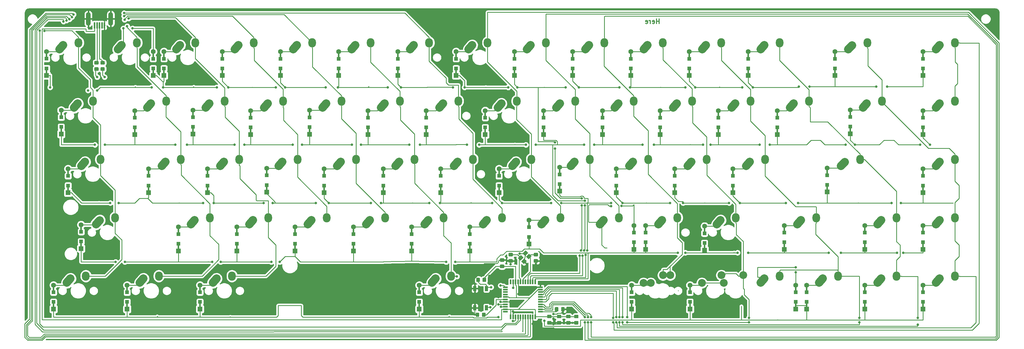
<source format=gbr>
G04 #@! TF.GenerationSoftware,KiCad,Pcbnew,(5.1.5)-3*
G04 #@! TF.CreationDate,2020-03-18T20:23:37-05:00*
G04 #@! TF.ProjectId,Advanced-PCB,41647661-6e63-4656-942d-5043422e6b69,rev?*
G04 #@! TF.SameCoordinates,Original*
G04 #@! TF.FileFunction,Copper,L2,Bot*
G04 #@! TF.FilePolarity,Positive*
%FSLAX46Y46*%
G04 Gerber Fmt 4.6, Leading zero omitted, Abs format (unit mm)*
G04 Created by KiCad (PCBNEW (5.1.5)-3) date 2020-03-18 20:23:37*
%MOMM*%
%LPD*%
G04 APERTURE LIST*
%ADD10C,0.300000*%
%ADD11C,2.500000*%
%ADD12C,2.700000*%
%ADD13O,2.500000X3.000000*%
%ADD14R,0.500000X2.500000*%
%ADD15C,1.600000*%
%ADD16R,1.600000X1.600000*%
%ADD17R,1.200000X1.200000*%
%ADD18C,2.540000*%
%ADD19C,0.100000*%
%ADD20R,0.550000X1.500000*%
%ADD21R,1.500000X0.550000*%
%ADD22R,1.000000X1.700000*%
%ADD23O,1.500000X4.400000*%
%ADD24R,0.500000X2.000000*%
%ADD25C,0.800000*%
%ADD26C,0.444500*%
%ADD27C,0.254000*%
G04 APERTURE END LIST*
D10*
X217178571Y-45428571D02*
X217178571Y-43928571D01*
X217178571Y-44642857D02*
X216321428Y-44642857D01*
X216321428Y-45428571D02*
X216321428Y-43928571D01*
X215035714Y-45357142D02*
X215178571Y-45428571D01*
X215464285Y-45428571D01*
X215607142Y-45357142D01*
X215678571Y-45214285D01*
X215678571Y-44642857D01*
X215607142Y-44500000D01*
X215464285Y-44428571D01*
X215178571Y-44428571D01*
X215035714Y-44500000D01*
X214964285Y-44642857D01*
X214964285Y-44785714D01*
X215678571Y-44928571D01*
X214321428Y-45428571D02*
X214321428Y-44428571D01*
X214321428Y-44714285D02*
X214250000Y-44571428D01*
X214178571Y-44500000D01*
X214035714Y-44428571D01*
X213892857Y-44428571D01*
X212821428Y-45357142D02*
X212964285Y-45428571D01*
X213250000Y-45428571D01*
X213392857Y-45357142D01*
X213464285Y-45214285D01*
X213464285Y-44642857D01*
X213392857Y-44500000D01*
X213250000Y-44428571D01*
X212964285Y-44428571D01*
X212821428Y-44500000D01*
X212750000Y-44642857D01*
X212750000Y-44785714D01*
X213464285Y-44928571D01*
D11*
X25281250Y-128675000D03*
X24081250Y-130075000D03*
D12*
X25271703Y-128695761D02*
X24090797Y-130054239D01*
D13*
X30281250Y-127875000D03*
D11*
X308650000Y-52475000D03*
X307450000Y-53875000D03*
D12*
X308640453Y-52495761D02*
X307459547Y-53854239D01*
D13*
X313650000Y-51675000D03*
D14*
X43750000Y-132050000D03*
X43750000Y-137450000D03*
D15*
X43750000Y-130850000D03*
D16*
X43750000Y-138650000D03*
D17*
X43750000Y-136325000D03*
X43750000Y-133175000D03*
D11*
X49093750Y-128675000D03*
X47893750Y-130075000D03*
D12*
X49084203Y-128695761D02*
X47903297Y-130054239D01*
D13*
X54093750Y-127875000D03*
D18*
X231140000Y-130135000D03*
X237490000Y-127595000D03*
X212090000Y-130135000D03*
X218440000Y-127595000D03*
D11*
X251500000Y-128675000D03*
X250300000Y-130075000D03*
D12*
X251490453Y-128695761D02*
X250309547Y-130054239D01*
D13*
X256500000Y-127875000D03*
D11*
X84812500Y-109625000D03*
X83612500Y-111025000D03*
D12*
X84802953Y-109645761D02*
X83622047Y-111004239D01*
D13*
X89812500Y-108825000D03*
D11*
X70525000Y-71525000D03*
X69325000Y-72925000D03*
D12*
X70515453Y-71545761D02*
X69334547Y-72904239D01*
D13*
X75525000Y-70725000D03*
D14*
X261750000Y-132050000D03*
X261750000Y-137450000D03*
D15*
X261750000Y-130850000D03*
D16*
X261750000Y-138650000D03*
D17*
X261750000Y-136325000D03*
X261750000Y-133175000D03*
D14*
X303250000Y-75050000D03*
X303250000Y-80450000D03*
D15*
X303250000Y-73850000D03*
D16*
X303250000Y-81650000D03*
D17*
X303250000Y-79325000D03*
X303250000Y-76175000D03*
D14*
X303250000Y-55800000D03*
X303250000Y-61200000D03*
D15*
X303250000Y-54600000D03*
D16*
X303250000Y-62400000D03*
D17*
X303250000Y-60075000D03*
X303250000Y-56925000D03*
D14*
X303250000Y-132050000D03*
X303250000Y-137450000D03*
D15*
X303250000Y-130850000D03*
D16*
X303250000Y-138650000D03*
D17*
X303250000Y-136325000D03*
X303250000Y-133175000D03*
D14*
X303250000Y-112550000D03*
X303250000Y-117950000D03*
D15*
X303250000Y-111350000D03*
D16*
X303250000Y-119150000D03*
D17*
X303250000Y-116825000D03*
X303250000Y-113675000D03*
D14*
X303250000Y-94050000D03*
X303250000Y-99450000D03*
D15*
X303250000Y-92850000D03*
D16*
X303250000Y-100650000D03*
D17*
X303250000Y-98325000D03*
X303250000Y-95175000D03*
D14*
X279500000Y-74800000D03*
X279500000Y-80200000D03*
D15*
X279500000Y-73600000D03*
D16*
X279500000Y-81400000D03*
D17*
X279500000Y-79075000D03*
X279500000Y-75925000D03*
D14*
X274500000Y-55800000D03*
X274500000Y-61200000D03*
D15*
X274500000Y-54600000D03*
D16*
X274500000Y-62400000D03*
D17*
X274500000Y-60075000D03*
X274500000Y-56925000D03*
D14*
X284250000Y-132050000D03*
X284250000Y-137450000D03*
D15*
X284250000Y-130850000D03*
D16*
X284250000Y-138650000D03*
D17*
X284250000Y-136325000D03*
X284250000Y-133175000D03*
D14*
X284250000Y-112550000D03*
X284250000Y-117950000D03*
D15*
X284250000Y-111350000D03*
D16*
X284250000Y-119150000D03*
D17*
X284250000Y-116825000D03*
X284250000Y-113675000D03*
D14*
X272000000Y-93800000D03*
X272000000Y-99200000D03*
D15*
X272000000Y-92600000D03*
D16*
X272000000Y-100400000D03*
D17*
X272000000Y-98075000D03*
X272000000Y-94925000D03*
D14*
X255750000Y-75050000D03*
X255750000Y-80450000D03*
D15*
X255750000Y-73850000D03*
D16*
X255750000Y-81650000D03*
D17*
X255750000Y-79325000D03*
X255750000Y-76175000D03*
D14*
X246250000Y-55800000D03*
X246250000Y-61200000D03*
D15*
X246250000Y-54600000D03*
D16*
X246250000Y-62400000D03*
D17*
X246250000Y-60075000D03*
X246250000Y-56925000D03*
D14*
X265250000Y-132050000D03*
X265250000Y-137450000D03*
D15*
X265250000Y-130850000D03*
D16*
X265250000Y-138650000D03*
D17*
X265250000Y-136325000D03*
X265250000Y-133175000D03*
D14*
X258000000Y-112550000D03*
X258000000Y-117950000D03*
D15*
X258000000Y-111350000D03*
D16*
X258000000Y-119150000D03*
D17*
X258000000Y-116825000D03*
X258000000Y-113675000D03*
D14*
X241250000Y-94050000D03*
X241250000Y-99450000D03*
D15*
X241250000Y-92850000D03*
D16*
X241250000Y-100650000D03*
D17*
X241250000Y-98325000D03*
X241250000Y-95175000D03*
D14*
X236500000Y-75050000D03*
X236500000Y-80450000D03*
D15*
X236500000Y-73850000D03*
D16*
X236500000Y-81650000D03*
D17*
X236500000Y-79325000D03*
X236500000Y-76175000D03*
D14*
X227000000Y-55800000D03*
X227000000Y-61200000D03*
D15*
X227000000Y-54600000D03*
D16*
X227000000Y-62400000D03*
D17*
X227000000Y-60075000D03*
X227000000Y-56925000D03*
D14*
X227250000Y-132050000D03*
X227250000Y-137450000D03*
D15*
X227250000Y-130850000D03*
D16*
X227250000Y-138650000D03*
D17*
X227250000Y-136325000D03*
X227250000Y-133175000D03*
D14*
X232000000Y-112800000D03*
X232000000Y-118200000D03*
D15*
X232000000Y-111600000D03*
D16*
X232000000Y-119400000D03*
D17*
X232000000Y-117075000D03*
X232000000Y-113925000D03*
D14*
X222250000Y-94050000D03*
X222250000Y-99450000D03*
D15*
X222250000Y-92850000D03*
D16*
X222250000Y-100650000D03*
D17*
X222250000Y-98325000D03*
X222250000Y-95175000D03*
D14*
X217500000Y-75050000D03*
X217500000Y-80450000D03*
D15*
X217500000Y-73850000D03*
D16*
X217500000Y-81650000D03*
D17*
X217500000Y-79325000D03*
X217500000Y-76175000D03*
D14*
X208000000Y-55800000D03*
X208000000Y-61200000D03*
D15*
X208000000Y-54600000D03*
D16*
X208000000Y-62400000D03*
D17*
X208000000Y-60075000D03*
X208000000Y-56925000D03*
D14*
X208250000Y-132050000D03*
X208250000Y-137450000D03*
D15*
X208250000Y-130850000D03*
D16*
X208250000Y-138650000D03*
D17*
X208250000Y-136325000D03*
X208250000Y-133175000D03*
D14*
X212750000Y-112550000D03*
X212750000Y-117950000D03*
D15*
X212750000Y-111350000D03*
D16*
X212750000Y-119150000D03*
D17*
X212750000Y-116825000D03*
X212750000Y-113675000D03*
D14*
X203250000Y-94050000D03*
X203250000Y-99450000D03*
D15*
X203250000Y-92850000D03*
D16*
X203250000Y-100650000D03*
D17*
X203250000Y-98325000D03*
X203250000Y-95175000D03*
D14*
X198750000Y-75050000D03*
X198750000Y-80450000D03*
D15*
X198750000Y-73850000D03*
D16*
X198750000Y-81650000D03*
D17*
X198750000Y-79325000D03*
X198750000Y-76175000D03*
D14*
X189000000Y-55800000D03*
X189000000Y-61200000D03*
D15*
X189000000Y-54600000D03*
D16*
X189000000Y-62400000D03*
D17*
X189000000Y-60075000D03*
X189000000Y-56925000D03*
D14*
X209000000Y-112550000D03*
X209000000Y-117950000D03*
D15*
X209000000Y-111350000D03*
D16*
X209000000Y-119150000D03*
D17*
X209000000Y-116825000D03*
X209000000Y-113675000D03*
D14*
X184750000Y-93550000D03*
X184750000Y-98950000D03*
D15*
X184750000Y-92350000D03*
D16*
X184750000Y-100150000D03*
D17*
X184750000Y-97825000D03*
X184750000Y-94675000D03*
D14*
X179500000Y-75050000D03*
X179500000Y-80450000D03*
D15*
X179500000Y-73850000D03*
D16*
X179500000Y-81650000D03*
D17*
X179500000Y-79325000D03*
X179500000Y-76175000D03*
D14*
X170000000Y-55800000D03*
X170000000Y-61200000D03*
D15*
X170000000Y-54600000D03*
D16*
X170000000Y-62400000D03*
D17*
X170000000Y-60075000D03*
X170000000Y-56925000D03*
D14*
X174750000Y-110800000D03*
X174750000Y-116200000D03*
D15*
X174750000Y-109600000D03*
D16*
X174750000Y-117400000D03*
D17*
X174750000Y-115075000D03*
X174750000Y-111925000D03*
D14*
X165000000Y-94050000D03*
X165000000Y-99450000D03*
D15*
X165000000Y-92850000D03*
D16*
X165000000Y-100650000D03*
D17*
X165000000Y-98325000D03*
X165000000Y-95175000D03*
D14*
X160500000Y-75050000D03*
X160500000Y-80450000D03*
D15*
X160500000Y-73850000D03*
D16*
X160500000Y-81650000D03*
D17*
X160500000Y-79325000D03*
X160500000Y-76175000D03*
D14*
X151000000Y-55800000D03*
X151000000Y-61200000D03*
D15*
X151000000Y-54600000D03*
D16*
X151000000Y-62400000D03*
D17*
X151000000Y-60075000D03*
X151000000Y-56925000D03*
D14*
X155500000Y-113050000D03*
X155500000Y-118450000D03*
D15*
X155500000Y-111850000D03*
D16*
X155500000Y-119650000D03*
D17*
X155500000Y-117325000D03*
X155500000Y-114175000D03*
D14*
X146000000Y-94050000D03*
X146000000Y-99450000D03*
D15*
X146000000Y-92850000D03*
D16*
X146000000Y-100650000D03*
D17*
X146000000Y-98325000D03*
X146000000Y-95175000D03*
D14*
X141250000Y-75050000D03*
X141250000Y-80450000D03*
D15*
X141250000Y-73850000D03*
D16*
X141250000Y-81650000D03*
D17*
X141250000Y-79325000D03*
X141250000Y-76175000D03*
D14*
X132000000Y-55800000D03*
X132000000Y-61200000D03*
D15*
X132000000Y-54600000D03*
D16*
X132000000Y-62400000D03*
D17*
X132000000Y-60075000D03*
X132000000Y-56925000D03*
D14*
X139000000Y-132050000D03*
X139000000Y-137450000D03*
D15*
X139000000Y-130850000D03*
D16*
X139000000Y-138650000D03*
D17*
X139000000Y-136325000D03*
X139000000Y-133175000D03*
D14*
X136500000Y-113050000D03*
X136500000Y-118450000D03*
D15*
X136500000Y-111850000D03*
D16*
X136500000Y-119650000D03*
D17*
X136500000Y-117325000D03*
X136500000Y-114175000D03*
D14*
X127250000Y-94050000D03*
X127250000Y-99450000D03*
D15*
X127250000Y-92850000D03*
D16*
X127250000Y-100650000D03*
D17*
X127250000Y-98325000D03*
X127250000Y-95175000D03*
D14*
X122250000Y-75050000D03*
X122250000Y-80450000D03*
D15*
X122250000Y-73850000D03*
D16*
X122250000Y-81650000D03*
D17*
X122250000Y-79325000D03*
X122250000Y-76175000D03*
D14*
X112750000Y-55800000D03*
X112750000Y-61200000D03*
D15*
X112750000Y-54600000D03*
D16*
X112750000Y-62400000D03*
D17*
X112750000Y-60075000D03*
X112750000Y-56925000D03*
D14*
X117500000Y-113050000D03*
X117500000Y-118450000D03*
D15*
X117500000Y-111850000D03*
D16*
X117500000Y-119650000D03*
D17*
X117500000Y-117325000D03*
X117500000Y-114175000D03*
D14*
X108000000Y-94050000D03*
X108000000Y-99450000D03*
D15*
X108000000Y-92850000D03*
D16*
X108000000Y-100650000D03*
D17*
X108000000Y-98325000D03*
X108000000Y-95175000D03*
D14*
X103250000Y-74950000D03*
X103250000Y-80350000D03*
D15*
X103250000Y-73750000D03*
D16*
X103250000Y-81550000D03*
D17*
X103250000Y-79225000D03*
X103250000Y-76075000D03*
D14*
X93750000Y-55800000D03*
X93750000Y-61200000D03*
D15*
X93750000Y-54600000D03*
D16*
X93750000Y-62400000D03*
D17*
X93750000Y-60075000D03*
X93750000Y-56925000D03*
D14*
X98500000Y-113050000D03*
X98500000Y-118450000D03*
D15*
X98500000Y-111850000D03*
D16*
X98500000Y-119650000D03*
D17*
X98500000Y-117325000D03*
X98500000Y-114175000D03*
D14*
X89250000Y-93875000D03*
X89250000Y-99275000D03*
D15*
X89250000Y-92675000D03*
D16*
X89250000Y-100475000D03*
D17*
X89250000Y-98150000D03*
X89250000Y-95000000D03*
D14*
X84000000Y-75050000D03*
X84000000Y-80450000D03*
D15*
X84000000Y-73850000D03*
D16*
X84000000Y-81650000D03*
D17*
X84000000Y-79325000D03*
X84000000Y-76175000D03*
D14*
X74750000Y-55800000D03*
X74750000Y-61200000D03*
D15*
X74750000Y-54600000D03*
D16*
X74750000Y-62400000D03*
D17*
X74750000Y-60075000D03*
X74750000Y-56925000D03*
D14*
X67500000Y-132050000D03*
X67500000Y-137450000D03*
D15*
X67500000Y-130850000D03*
D16*
X67500000Y-138650000D03*
D17*
X67500000Y-136325000D03*
X67500000Y-133175000D03*
D14*
X79500000Y-113050000D03*
X79500000Y-118450000D03*
D15*
X79500000Y-111850000D03*
D16*
X79500000Y-119650000D03*
D17*
X79500000Y-117325000D03*
X79500000Y-114175000D03*
D14*
X70000000Y-94050000D03*
X70000000Y-99450000D03*
D15*
X70000000Y-92850000D03*
D16*
X70000000Y-100650000D03*
D17*
X70000000Y-98325000D03*
X70000000Y-95175000D03*
D14*
X65250000Y-74875000D03*
X65250000Y-80275000D03*
D15*
X65250000Y-73675000D03*
D16*
X65250000Y-81475000D03*
D17*
X65250000Y-79150000D03*
X65250000Y-76000000D03*
D14*
X55750000Y-55800000D03*
X55750000Y-61200000D03*
D15*
X55750000Y-54600000D03*
D16*
X55750000Y-62400000D03*
D17*
X55750000Y-60075000D03*
X55750000Y-56925000D03*
D14*
X60500000Y-113050000D03*
X60500000Y-118450000D03*
D15*
X60500000Y-111850000D03*
D16*
X60500000Y-119650000D03*
D17*
X60500000Y-117325000D03*
X60500000Y-114175000D03*
D14*
X50750000Y-94050000D03*
X50750000Y-99450000D03*
D15*
X50750000Y-92850000D03*
D16*
X50750000Y-100650000D03*
D17*
X50750000Y-98325000D03*
X50750000Y-95175000D03*
D14*
X46250000Y-75050000D03*
X46250000Y-80450000D03*
D15*
X46250000Y-73850000D03*
D16*
X46250000Y-81650000D03*
D17*
X46250000Y-79325000D03*
X46250000Y-76175000D03*
D14*
X52250000Y-55800000D03*
X52250000Y-61200000D03*
D15*
X52250000Y-54600000D03*
D16*
X52250000Y-62400000D03*
D17*
X52250000Y-60075000D03*
X52250000Y-56925000D03*
D14*
X19750000Y-132050000D03*
X19750000Y-137450000D03*
D15*
X19750000Y-130850000D03*
D16*
X19750000Y-138650000D03*
D17*
X19750000Y-136325000D03*
X19750000Y-133175000D03*
D14*
X28750000Y-112300000D03*
X28750000Y-117700000D03*
D15*
X28750000Y-111100000D03*
D16*
X28750000Y-118900000D03*
D17*
X28750000Y-116575000D03*
X28750000Y-113425000D03*
D14*
X24500000Y-94050000D03*
X24500000Y-99450000D03*
D15*
X24500000Y-92850000D03*
D16*
X24500000Y-100650000D03*
D17*
X24500000Y-98325000D03*
X24500000Y-95175000D03*
D14*
X22250000Y-74900000D03*
X22250000Y-80300000D03*
D15*
X22250000Y-73700000D03*
D16*
X22250000Y-81500000D03*
D17*
X22250000Y-79175000D03*
X22250000Y-76025000D03*
X17500000Y-56895000D03*
X17500000Y-60045000D03*
D16*
X17500000Y-62370000D03*
D15*
X17500000Y-54570000D03*
D14*
X17500000Y-61170000D03*
X17500000Y-55770000D03*
D18*
X244633750Y-127595000D03*
X238283750Y-130135000D03*
X220821250Y-127595000D03*
X214471250Y-130135000D03*
D12*
X34814281Y-109661450D02*
X33598219Y-110988550D01*
D11*
X33606250Y-111025000D03*
D13*
X39806250Y-108825000D03*
D11*
X34806250Y-109625000D03*
X30043750Y-90575000D03*
X28843750Y-91975000D03*
D12*
X30034203Y-90595761D02*
X28853297Y-91954239D01*
D13*
X35043750Y-89775000D03*
D11*
X27662500Y-71525000D03*
X26462500Y-72925000D03*
D12*
X27652953Y-71545761D02*
X26472047Y-72904239D01*
D13*
X32662500Y-70725000D03*
D11*
X22900000Y-52475000D03*
X21700000Y-53875000D03*
D12*
X22890453Y-52495761D02*
X21709547Y-53854239D01*
D13*
X27900000Y-51675000D03*
D11*
X170537500Y-90575000D03*
X169337500Y-91975000D03*
D12*
X170527953Y-90595761D02*
X169347047Y-91954239D01*
D13*
X175537500Y-89775000D03*
G04 #@! TA.AperFunction,SMDPad,CuDef*
D19*
G36*
X184124505Y-138001204D02*
G01*
X184148773Y-138004804D01*
X184172572Y-138010765D01*
X184195671Y-138019030D01*
X184217850Y-138029520D01*
X184238893Y-138042132D01*
X184258599Y-138056747D01*
X184276777Y-138073223D01*
X184293253Y-138091401D01*
X184307868Y-138111107D01*
X184320480Y-138132150D01*
X184330970Y-138154329D01*
X184339235Y-138177428D01*
X184345196Y-138201227D01*
X184348796Y-138225495D01*
X184350000Y-138249999D01*
X184350000Y-139150001D01*
X184348796Y-139174505D01*
X184345196Y-139198773D01*
X184339235Y-139222572D01*
X184330970Y-139245671D01*
X184320480Y-139267850D01*
X184307868Y-139288893D01*
X184293253Y-139308599D01*
X184276777Y-139326777D01*
X184258599Y-139343253D01*
X184238893Y-139357868D01*
X184217850Y-139370480D01*
X184195671Y-139380970D01*
X184172572Y-139389235D01*
X184148773Y-139395196D01*
X184124505Y-139398796D01*
X184100001Y-139400000D01*
X183449999Y-139400000D01*
X183425495Y-139398796D01*
X183401227Y-139395196D01*
X183377428Y-139389235D01*
X183354329Y-139380970D01*
X183332150Y-139370480D01*
X183311107Y-139357868D01*
X183291401Y-139343253D01*
X183273223Y-139326777D01*
X183256747Y-139308599D01*
X183242132Y-139288893D01*
X183229520Y-139267850D01*
X183219030Y-139245671D01*
X183210765Y-139222572D01*
X183204804Y-139198773D01*
X183201204Y-139174505D01*
X183200000Y-139150001D01*
X183200000Y-138249999D01*
X183201204Y-138225495D01*
X183204804Y-138201227D01*
X183210765Y-138177428D01*
X183219030Y-138154329D01*
X183229520Y-138132150D01*
X183242132Y-138111107D01*
X183256747Y-138091401D01*
X183273223Y-138073223D01*
X183291401Y-138056747D01*
X183311107Y-138042132D01*
X183332150Y-138029520D01*
X183354329Y-138019030D01*
X183377428Y-138010765D01*
X183401227Y-138004804D01*
X183425495Y-138001204D01*
X183449999Y-138000000D01*
X184100001Y-138000000D01*
X184124505Y-138001204D01*
G37*
G04 #@! TD.AperFunction*
G04 #@! TA.AperFunction,SMDPad,CuDef*
G36*
X186174505Y-138001204D02*
G01*
X186198773Y-138004804D01*
X186222572Y-138010765D01*
X186245671Y-138019030D01*
X186267850Y-138029520D01*
X186288893Y-138042132D01*
X186308599Y-138056747D01*
X186326777Y-138073223D01*
X186343253Y-138091401D01*
X186357868Y-138111107D01*
X186370480Y-138132150D01*
X186380970Y-138154329D01*
X186389235Y-138177428D01*
X186395196Y-138201227D01*
X186398796Y-138225495D01*
X186400000Y-138249999D01*
X186400000Y-139150001D01*
X186398796Y-139174505D01*
X186395196Y-139198773D01*
X186389235Y-139222572D01*
X186380970Y-139245671D01*
X186370480Y-139267850D01*
X186357868Y-139288893D01*
X186343253Y-139308599D01*
X186326777Y-139326777D01*
X186308599Y-139343253D01*
X186288893Y-139357868D01*
X186267850Y-139370480D01*
X186245671Y-139380970D01*
X186222572Y-139389235D01*
X186198773Y-139395196D01*
X186174505Y-139398796D01*
X186150001Y-139400000D01*
X185499999Y-139400000D01*
X185475495Y-139398796D01*
X185451227Y-139395196D01*
X185427428Y-139389235D01*
X185404329Y-139380970D01*
X185382150Y-139370480D01*
X185361107Y-139357868D01*
X185341401Y-139343253D01*
X185323223Y-139326777D01*
X185306747Y-139308599D01*
X185292132Y-139288893D01*
X185279520Y-139267850D01*
X185269030Y-139245671D01*
X185260765Y-139222572D01*
X185254804Y-139198773D01*
X185251204Y-139174505D01*
X185250000Y-139150001D01*
X185250000Y-138249999D01*
X185251204Y-138225495D01*
X185254804Y-138201227D01*
X185260765Y-138177428D01*
X185269030Y-138154329D01*
X185279520Y-138132150D01*
X185292132Y-138111107D01*
X185306747Y-138091401D01*
X185323223Y-138073223D01*
X185341401Y-138056747D01*
X185361107Y-138042132D01*
X185382150Y-138029520D01*
X185404329Y-138019030D01*
X185427428Y-138010765D01*
X185451227Y-138004804D01*
X185475495Y-138001204D01*
X185499999Y-138000000D01*
X186150001Y-138000000D01*
X186174505Y-138001204D01*
G37*
G04 #@! TD.AperFunction*
G04 #@! TA.AperFunction,SMDPad,CuDef*
G36*
X160574505Y-128401204D02*
G01*
X160598773Y-128404804D01*
X160622572Y-128410765D01*
X160645671Y-128419030D01*
X160667850Y-128429520D01*
X160688893Y-128442132D01*
X160708599Y-128456747D01*
X160726777Y-128473223D01*
X160743253Y-128491401D01*
X160757868Y-128511107D01*
X160770480Y-128532150D01*
X160780970Y-128554329D01*
X160789235Y-128577428D01*
X160795196Y-128601227D01*
X160798796Y-128625495D01*
X160800000Y-128649999D01*
X160800000Y-129550001D01*
X160798796Y-129574505D01*
X160795196Y-129598773D01*
X160789235Y-129622572D01*
X160780970Y-129645671D01*
X160770480Y-129667850D01*
X160757868Y-129688893D01*
X160743253Y-129708599D01*
X160726777Y-129726777D01*
X160708599Y-129743253D01*
X160688893Y-129757868D01*
X160667850Y-129770480D01*
X160645671Y-129780970D01*
X160622572Y-129789235D01*
X160598773Y-129795196D01*
X160574505Y-129798796D01*
X160550001Y-129800000D01*
X159899999Y-129800000D01*
X159875495Y-129798796D01*
X159851227Y-129795196D01*
X159827428Y-129789235D01*
X159804329Y-129780970D01*
X159782150Y-129770480D01*
X159761107Y-129757868D01*
X159741401Y-129743253D01*
X159723223Y-129726777D01*
X159706747Y-129708599D01*
X159692132Y-129688893D01*
X159679520Y-129667850D01*
X159669030Y-129645671D01*
X159660765Y-129622572D01*
X159654804Y-129598773D01*
X159651204Y-129574505D01*
X159650000Y-129550001D01*
X159650000Y-128649999D01*
X159651204Y-128625495D01*
X159654804Y-128601227D01*
X159660765Y-128577428D01*
X159669030Y-128554329D01*
X159679520Y-128532150D01*
X159692132Y-128511107D01*
X159706747Y-128491401D01*
X159723223Y-128473223D01*
X159741401Y-128456747D01*
X159761107Y-128442132D01*
X159782150Y-128429520D01*
X159804329Y-128419030D01*
X159827428Y-128410765D01*
X159851227Y-128404804D01*
X159875495Y-128401204D01*
X159899999Y-128400000D01*
X160550001Y-128400000D01*
X160574505Y-128401204D01*
G37*
G04 #@! TD.AperFunction*
G04 #@! TA.AperFunction,SMDPad,CuDef*
G36*
X158524505Y-128401204D02*
G01*
X158548773Y-128404804D01*
X158572572Y-128410765D01*
X158595671Y-128419030D01*
X158617850Y-128429520D01*
X158638893Y-128442132D01*
X158658599Y-128456747D01*
X158676777Y-128473223D01*
X158693253Y-128491401D01*
X158707868Y-128511107D01*
X158720480Y-128532150D01*
X158730970Y-128554329D01*
X158739235Y-128577428D01*
X158745196Y-128601227D01*
X158748796Y-128625495D01*
X158750000Y-128649999D01*
X158750000Y-129550001D01*
X158748796Y-129574505D01*
X158745196Y-129598773D01*
X158739235Y-129622572D01*
X158730970Y-129645671D01*
X158720480Y-129667850D01*
X158707868Y-129688893D01*
X158693253Y-129708599D01*
X158676777Y-129726777D01*
X158658599Y-129743253D01*
X158638893Y-129757868D01*
X158617850Y-129770480D01*
X158595671Y-129780970D01*
X158572572Y-129789235D01*
X158548773Y-129795196D01*
X158524505Y-129798796D01*
X158500001Y-129800000D01*
X157849999Y-129800000D01*
X157825495Y-129798796D01*
X157801227Y-129795196D01*
X157777428Y-129789235D01*
X157754329Y-129780970D01*
X157732150Y-129770480D01*
X157711107Y-129757868D01*
X157691401Y-129743253D01*
X157673223Y-129726777D01*
X157656747Y-129708599D01*
X157642132Y-129688893D01*
X157629520Y-129667850D01*
X157619030Y-129645671D01*
X157610765Y-129622572D01*
X157604804Y-129598773D01*
X157601204Y-129574505D01*
X157600000Y-129550001D01*
X157600000Y-128649999D01*
X157601204Y-128625495D01*
X157604804Y-128601227D01*
X157610765Y-128577428D01*
X157619030Y-128554329D01*
X157629520Y-128532150D01*
X157642132Y-128511107D01*
X157656747Y-128491401D01*
X157673223Y-128473223D01*
X157691401Y-128456747D01*
X157711107Y-128442132D01*
X157732150Y-128429520D01*
X157754329Y-128419030D01*
X157777428Y-128410765D01*
X157801227Y-128404804D01*
X157825495Y-128401204D01*
X157849999Y-128400000D01*
X158500001Y-128400000D01*
X158524505Y-128401204D01*
G37*
G04 #@! TD.AperFunction*
G04 #@! TA.AperFunction,SMDPad,CuDef*
G36*
X158324505Y-139801204D02*
G01*
X158348773Y-139804804D01*
X158372572Y-139810765D01*
X158395671Y-139819030D01*
X158417850Y-139829520D01*
X158438893Y-139842132D01*
X158458599Y-139856747D01*
X158476777Y-139873223D01*
X158493253Y-139891401D01*
X158507868Y-139911107D01*
X158520480Y-139932150D01*
X158530970Y-139954329D01*
X158539235Y-139977428D01*
X158545196Y-140001227D01*
X158548796Y-140025495D01*
X158550000Y-140049999D01*
X158550000Y-140950001D01*
X158548796Y-140974505D01*
X158545196Y-140998773D01*
X158539235Y-141022572D01*
X158530970Y-141045671D01*
X158520480Y-141067850D01*
X158507868Y-141088893D01*
X158493253Y-141108599D01*
X158476777Y-141126777D01*
X158458599Y-141143253D01*
X158438893Y-141157868D01*
X158417850Y-141170480D01*
X158395671Y-141180970D01*
X158372572Y-141189235D01*
X158348773Y-141195196D01*
X158324505Y-141198796D01*
X158300001Y-141200000D01*
X157649999Y-141200000D01*
X157625495Y-141198796D01*
X157601227Y-141195196D01*
X157577428Y-141189235D01*
X157554329Y-141180970D01*
X157532150Y-141170480D01*
X157511107Y-141157868D01*
X157491401Y-141143253D01*
X157473223Y-141126777D01*
X157456747Y-141108599D01*
X157442132Y-141088893D01*
X157429520Y-141067850D01*
X157419030Y-141045671D01*
X157410765Y-141022572D01*
X157404804Y-140998773D01*
X157401204Y-140974505D01*
X157400000Y-140950001D01*
X157400000Y-140049999D01*
X157401204Y-140025495D01*
X157404804Y-140001227D01*
X157410765Y-139977428D01*
X157419030Y-139954329D01*
X157429520Y-139932150D01*
X157442132Y-139911107D01*
X157456747Y-139891401D01*
X157473223Y-139873223D01*
X157491401Y-139856747D01*
X157511107Y-139842132D01*
X157532150Y-139829520D01*
X157554329Y-139819030D01*
X157577428Y-139810765D01*
X157601227Y-139804804D01*
X157625495Y-139801204D01*
X157649999Y-139800000D01*
X158300001Y-139800000D01*
X158324505Y-139801204D01*
G37*
G04 #@! TD.AperFunction*
G04 #@! TA.AperFunction,SMDPad,CuDef*
G36*
X160374505Y-139801204D02*
G01*
X160398773Y-139804804D01*
X160422572Y-139810765D01*
X160445671Y-139819030D01*
X160467850Y-139829520D01*
X160488893Y-139842132D01*
X160508599Y-139856747D01*
X160526777Y-139873223D01*
X160543253Y-139891401D01*
X160557868Y-139911107D01*
X160570480Y-139932150D01*
X160580970Y-139954329D01*
X160589235Y-139977428D01*
X160595196Y-140001227D01*
X160598796Y-140025495D01*
X160600000Y-140049999D01*
X160600000Y-140950001D01*
X160598796Y-140974505D01*
X160595196Y-140998773D01*
X160589235Y-141022572D01*
X160580970Y-141045671D01*
X160570480Y-141067850D01*
X160557868Y-141088893D01*
X160543253Y-141108599D01*
X160526777Y-141126777D01*
X160508599Y-141143253D01*
X160488893Y-141157868D01*
X160467850Y-141170480D01*
X160445671Y-141180970D01*
X160422572Y-141189235D01*
X160398773Y-141195196D01*
X160374505Y-141198796D01*
X160350001Y-141200000D01*
X159699999Y-141200000D01*
X159675495Y-141198796D01*
X159651227Y-141195196D01*
X159627428Y-141189235D01*
X159604329Y-141180970D01*
X159582150Y-141170480D01*
X159561107Y-141157868D01*
X159541401Y-141143253D01*
X159523223Y-141126777D01*
X159506747Y-141108599D01*
X159492132Y-141088893D01*
X159479520Y-141067850D01*
X159469030Y-141045671D01*
X159460765Y-141022572D01*
X159454804Y-140998773D01*
X159451204Y-140974505D01*
X159450000Y-140950001D01*
X159450000Y-140049999D01*
X159451204Y-140025495D01*
X159454804Y-140001227D01*
X159460765Y-139977428D01*
X159469030Y-139954329D01*
X159479520Y-139932150D01*
X159492132Y-139911107D01*
X159506747Y-139891401D01*
X159523223Y-139873223D01*
X159541401Y-139856747D01*
X159561107Y-139842132D01*
X159582150Y-139829520D01*
X159604329Y-139819030D01*
X159627428Y-139810765D01*
X159651227Y-139804804D01*
X159675495Y-139801204D01*
X159699999Y-139800000D01*
X160350001Y-139800000D01*
X160374505Y-139801204D01*
G37*
G04 #@! TD.AperFunction*
G04 #@! TA.AperFunction,SMDPad,CuDef*
G36*
X166474505Y-122076204D02*
G01*
X166498773Y-122079804D01*
X166522572Y-122085765D01*
X166545671Y-122094030D01*
X166567850Y-122104520D01*
X166588893Y-122117132D01*
X166608599Y-122131747D01*
X166626777Y-122148223D01*
X166643253Y-122166401D01*
X166657868Y-122186107D01*
X166670480Y-122207150D01*
X166680970Y-122229329D01*
X166689235Y-122252428D01*
X166695196Y-122276227D01*
X166698796Y-122300495D01*
X166700000Y-122324999D01*
X166700000Y-122975001D01*
X166698796Y-122999505D01*
X166695196Y-123023773D01*
X166689235Y-123047572D01*
X166680970Y-123070671D01*
X166670480Y-123092850D01*
X166657868Y-123113893D01*
X166643253Y-123133599D01*
X166626777Y-123151777D01*
X166608599Y-123168253D01*
X166588893Y-123182868D01*
X166567850Y-123195480D01*
X166545671Y-123205970D01*
X166522572Y-123214235D01*
X166498773Y-123220196D01*
X166474505Y-123223796D01*
X166450001Y-123225000D01*
X165549999Y-123225000D01*
X165525495Y-123223796D01*
X165501227Y-123220196D01*
X165477428Y-123214235D01*
X165454329Y-123205970D01*
X165432150Y-123195480D01*
X165411107Y-123182868D01*
X165391401Y-123168253D01*
X165373223Y-123151777D01*
X165356747Y-123133599D01*
X165342132Y-123113893D01*
X165329520Y-123092850D01*
X165319030Y-123070671D01*
X165310765Y-123047572D01*
X165304804Y-123023773D01*
X165301204Y-122999505D01*
X165300000Y-122975001D01*
X165300000Y-122324999D01*
X165301204Y-122300495D01*
X165304804Y-122276227D01*
X165310765Y-122252428D01*
X165319030Y-122229329D01*
X165329520Y-122207150D01*
X165342132Y-122186107D01*
X165356747Y-122166401D01*
X165373223Y-122148223D01*
X165391401Y-122131747D01*
X165411107Y-122117132D01*
X165432150Y-122104520D01*
X165454329Y-122094030D01*
X165477428Y-122085765D01*
X165501227Y-122079804D01*
X165525495Y-122076204D01*
X165549999Y-122075000D01*
X166450001Y-122075000D01*
X166474505Y-122076204D01*
G37*
G04 #@! TD.AperFunction*
G04 #@! TA.AperFunction,SMDPad,CuDef*
G36*
X166474505Y-124126204D02*
G01*
X166498773Y-124129804D01*
X166522572Y-124135765D01*
X166545671Y-124144030D01*
X166567850Y-124154520D01*
X166588893Y-124167132D01*
X166608599Y-124181747D01*
X166626777Y-124198223D01*
X166643253Y-124216401D01*
X166657868Y-124236107D01*
X166670480Y-124257150D01*
X166680970Y-124279329D01*
X166689235Y-124302428D01*
X166695196Y-124326227D01*
X166698796Y-124350495D01*
X166700000Y-124374999D01*
X166700000Y-125025001D01*
X166698796Y-125049505D01*
X166695196Y-125073773D01*
X166689235Y-125097572D01*
X166680970Y-125120671D01*
X166670480Y-125142850D01*
X166657868Y-125163893D01*
X166643253Y-125183599D01*
X166626777Y-125201777D01*
X166608599Y-125218253D01*
X166588893Y-125232868D01*
X166567850Y-125245480D01*
X166545671Y-125255970D01*
X166522572Y-125264235D01*
X166498773Y-125270196D01*
X166474505Y-125273796D01*
X166450001Y-125275000D01*
X165549999Y-125275000D01*
X165525495Y-125273796D01*
X165501227Y-125270196D01*
X165477428Y-125264235D01*
X165454329Y-125255970D01*
X165432150Y-125245480D01*
X165411107Y-125232868D01*
X165391401Y-125218253D01*
X165373223Y-125201777D01*
X165356747Y-125183599D01*
X165342132Y-125163893D01*
X165329520Y-125142850D01*
X165319030Y-125120671D01*
X165310765Y-125097572D01*
X165304804Y-125073773D01*
X165301204Y-125049505D01*
X165300000Y-125025001D01*
X165300000Y-124374999D01*
X165301204Y-124350495D01*
X165304804Y-124326227D01*
X165310765Y-124302428D01*
X165319030Y-124279329D01*
X165329520Y-124257150D01*
X165342132Y-124236107D01*
X165356747Y-124216401D01*
X165373223Y-124198223D01*
X165391401Y-124181747D01*
X165411107Y-124167132D01*
X165432150Y-124154520D01*
X165454329Y-124144030D01*
X165477428Y-124135765D01*
X165501227Y-124129804D01*
X165525495Y-124126204D01*
X165549999Y-124125000D01*
X166450001Y-124125000D01*
X166474505Y-124126204D01*
G37*
G04 #@! TD.AperFunction*
G04 #@! TA.AperFunction,SMDPad,CuDef*
G36*
X188074505Y-142551204D02*
G01*
X188098773Y-142554804D01*
X188122572Y-142560765D01*
X188145671Y-142569030D01*
X188167850Y-142579520D01*
X188188893Y-142592132D01*
X188208599Y-142606747D01*
X188226777Y-142623223D01*
X188243253Y-142641401D01*
X188257868Y-142661107D01*
X188270480Y-142682150D01*
X188280970Y-142704329D01*
X188289235Y-142727428D01*
X188295196Y-142751227D01*
X188298796Y-142775495D01*
X188300000Y-142799999D01*
X188300000Y-143450001D01*
X188298796Y-143474505D01*
X188295196Y-143498773D01*
X188289235Y-143522572D01*
X188280970Y-143545671D01*
X188270480Y-143567850D01*
X188257868Y-143588893D01*
X188243253Y-143608599D01*
X188226777Y-143626777D01*
X188208599Y-143643253D01*
X188188893Y-143657868D01*
X188167850Y-143670480D01*
X188145671Y-143680970D01*
X188122572Y-143689235D01*
X188098773Y-143695196D01*
X188074505Y-143698796D01*
X188050001Y-143700000D01*
X187149999Y-143700000D01*
X187125495Y-143698796D01*
X187101227Y-143695196D01*
X187077428Y-143689235D01*
X187054329Y-143680970D01*
X187032150Y-143670480D01*
X187011107Y-143657868D01*
X186991401Y-143643253D01*
X186973223Y-143626777D01*
X186956747Y-143608599D01*
X186942132Y-143588893D01*
X186929520Y-143567850D01*
X186919030Y-143545671D01*
X186910765Y-143522572D01*
X186904804Y-143498773D01*
X186901204Y-143474505D01*
X186900000Y-143450001D01*
X186900000Y-142799999D01*
X186901204Y-142775495D01*
X186904804Y-142751227D01*
X186910765Y-142727428D01*
X186919030Y-142704329D01*
X186929520Y-142682150D01*
X186942132Y-142661107D01*
X186956747Y-142641401D01*
X186973223Y-142623223D01*
X186991401Y-142606747D01*
X187011107Y-142592132D01*
X187032150Y-142579520D01*
X187054329Y-142569030D01*
X187077428Y-142560765D01*
X187101227Y-142554804D01*
X187125495Y-142551204D01*
X187149999Y-142550000D01*
X188050001Y-142550000D01*
X188074505Y-142551204D01*
G37*
G04 #@! TD.AperFunction*
G04 #@! TA.AperFunction,SMDPad,CuDef*
G36*
X188074505Y-140501204D02*
G01*
X188098773Y-140504804D01*
X188122572Y-140510765D01*
X188145671Y-140519030D01*
X188167850Y-140529520D01*
X188188893Y-140542132D01*
X188208599Y-140556747D01*
X188226777Y-140573223D01*
X188243253Y-140591401D01*
X188257868Y-140611107D01*
X188270480Y-140632150D01*
X188280970Y-140654329D01*
X188289235Y-140677428D01*
X188295196Y-140701227D01*
X188298796Y-140725495D01*
X188300000Y-140749999D01*
X188300000Y-141400001D01*
X188298796Y-141424505D01*
X188295196Y-141448773D01*
X188289235Y-141472572D01*
X188280970Y-141495671D01*
X188270480Y-141517850D01*
X188257868Y-141538893D01*
X188243253Y-141558599D01*
X188226777Y-141576777D01*
X188208599Y-141593253D01*
X188188893Y-141607868D01*
X188167850Y-141620480D01*
X188145671Y-141630970D01*
X188122572Y-141639235D01*
X188098773Y-141645196D01*
X188074505Y-141648796D01*
X188050001Y-141650000D01*
X187149999Y-141650000D01*
X187125495Y-141648796D01*
X187101227Y-141645196D01*
X187077428Y-141639235D01*
X187054329Y-141630970D01*
X187032150Y-141620480D01*
X187011107Y-141607868D01*
X186991401Y-141593253D01*
X186973223Y-141576777D01*
X186956747Y-141558599D01*
X186942132Y-141538893D01*
X186929520Y-141517850D01*
X186919030Y-141495671D01*
X186910765Y-141472572D01*
X186904804Y-141448773D01*
X186901204Y-141424505D01*
X186900000Y-141400001D01*
X186900000Y-140749999D01*
X186901204Y-140725495D01*
X186904804Y-140701227D01*
X186910765Y-140677428D01*
X186919030Y-140654329D01*
X186929520Y-140632150D01*
X186942132Y-140611107D01*
X186956747Y-140591401D01*
X186973223Y-140573223D01*
X186991401Y-140556747D01*
X187011107Y-140542132D01*
X187032150Y-140529520D01*
X187054329Y-140519030D01*
X187077428Y-140510765D01*
X187101227Y-140504804D01*
X187125495Y-140501204D01*
X187149999Y-140500000D01*
X188050001Y-140500000D01*
X188074505Y-140501204D01*
G37*
G04 #@! TD.AperFunction*
G04 #@! TA.AperFunction,SMDPad,CuDef*
G36*
X185074505Y-142551204D02*
G01*
X185098773Y-142554804D01*
X185122572Y-142560765D01*
X185145671Y-142569030D01*
X185167850Y-142579520D01*
X185188893Y-142592132D01*
X185208599Y-142606747D01*
X185226777Y-142623223D01*
X185243253Y-142641401D01*
X185257868Y-142661107D01*
X185270480Y-142682150D01*
X185280970Y-142704329D01*
X185289235Y-142727428D01*
X185295196Y-142751227D01*
X185298796Y-142775495D01*
X185300000Y-142799999D01*
X185300000Y-143450001D01*
X185298796Y-143474505D01*
X185295196Y-143498773D01*
X185289235Y-143522572D01*
X185280970Y-143545671D01*
X185270480Y-143567850D01*
X185257868Y-143588893D01*
X185243253Y-143608599D01*
X185226777Y-143626777D01*
X185208599Y-143643253D01*
X185188893Y-143657868D01*
X185167850Y-143670480D01*
X185145671Y-143680970D01*
X185122572Y-143689235D01*
X185098773Y-143695196D01*
X185074505Y-143698796D01*
X185050001Y-143700000D01*
X184149999Y-143700000D01*
X184125495Y-143698796D01*
X184101227Y-143695196D01*
X184077428Y-143689235D01*
X184054329Y-143680970D01*
X184032150Y-143670480D01*
X184011107Y-143657868D01*
X183991401Y-143643253D01*
X183973223Y-143626777D01*
X183956747Y-143608599D01*
X183942132Y-143588893D01*
X183929520Y-143567850D01*
X183919030Y-143545671D01*
X183910765Y-143522572D01*
X183904804Y-143498773D01*
X183901204Y-143474505D01*
X183900000Y-143450001D01*
X183900000Y-142799999D01*
X183901204Y-142775495D01*
X183904804Y-142751227D01*
X183910765Y-142727428D01*
X183919030Y-142704329D01*
X183929520Y-142682150D01*
X183942132Y-142661107D01*
X183956747Y-142641401D01*
X183973223Y-142623223D01*
X183991401Y-142606747D01*
X184011107Y-142592132D01*
X184032150Y-142579520D01*
X184054329Y-142569030D01*
X184077428Y-142560765D01*
X184101227Y-142554804D01*
X184125495Y-142551204D01*
X184149999Y-142550000D01*
X185050001Y-142550000D01*
X185074505Y-142551204D01*
G37*
G04 #@! TD.AperFunction*
G04 #@! TA.AperFunction,SMDPad,CuDef*
G36*
X185074505Y-140501204D02*
G01*
X185098773Y-140504804D01*
X185122572Y-140510765D01*
X185145671Y-140519030D01*
X185167850Y-140529520D01*
X185188893Y-140542132D01*
X185208599Y-140556747D01*
X185226777Y-140573223D01*
X185243253Y-140591401D01*
X185257868Y-140611107D01*
X185270480Y-140632150D01*
X185280970Y-140654329D01*
X185289235Y-140677428D01*
X185295196Y-140701227D01*
X185298796Y-140725495D01*
X185300000Y-140749999D01*
X185300000Y-141400001D01*
X185298796Y-141424505D01*
X185295196Y-141448773D01*
X185289235Y-141472572D01*
X185280970Y-141495671D01*
X185270480Y-141517850D01*
X185257868Y-141538893D01*
X185243253Y-141558599D01*
X185226777Y-141576777D01*
X185208599Y-141593253D01*
X185188893Y-141607868D01*
X185167850Y-141620480D01*
X185145671Y-141630970D01*
X185122572Y-141639235D01*
X185098773Y-141645196D01*
X185074505Y-141648796D01*
X185050001Y-141650000D01*
X184149999Y-141650000D01*
X184125495Y-141648796D01*
X184101227Y-141645196D01*
X184077428Y-141639235D01*
X184054329Y-141630970D01*
X184032150Y-141620480D01*
X184011107Y-141607868D01*
X183991401Y-141593253D01*
X183973223Y-141576777D01*
X183956747Y-141558599D01*
X183942132Y-141538893D01*
X183929520Y-141517850D01*
X183919030Y-141495671D01*
X183910765Y-141472572D01*
X183904804Y-141448773D01*
X183901204Y-141424505D01*
X183900000Y-141400001D01*
X183900000Y-140749999D01*
X183901204Y-140725495D01*
X183904804Y-140701227D01*
X183910765Y-140677428D01*
X183919030Y-140654329D01*
X183929520Y-140632150D01*
X183942132Y-140611107D01*
X183956747Y-140591401D01*
X183973223Y-140573223D01*
X183991401Y-140556747D01*
X184011107Y-140542132D01*
X184032150Y-140529520D01*
X184054329Y-140519030D01*
X184077428Y-140510765D01*
X184101227Y-140504804D01*
X184125495Y-140501204D01*
X184149999Y-140500000D01*
X185050001Y-140500000D01*
X185074505Y-140501204D01*
G37*
G04 #@! TD.AperFunction*
G04 #@! TA.AperFunction,SMDPad,CuDef*
G36*
X181874505Y-142551204D02*
G01*
X181898773Y-142554804D01*
X181922572Y-142560765D01*
X181945671Y-142569030D01*
X181967850Y-142579520D01*
X181988893Y-142592132D01*
X182008599Y-142606747D01*
X182026777Y-142623223D01*
X182043253Y-142641401D01*
X182057868Y-142661107D01*
X182070480Y-142682150D01*
X182080970Y-142704329D01*
X182089235Y-142727428D01*
X182095196Y-142751227D01*
X182098796Y-142775495D01*
X182100000Y-142799999D01*
X182100000Y-143450001D01*
X182098796Y-143474505D01*
X182095196Y-143498773D01*
X182089235Y-143522572D01*
X182080970Y-143545671D01*
X182070480Y-143567850D01*
X182057868Y-143588893D01*
X182043253Y-143608599D01*
X182026777Y-143626777D01*
X182008599Y-143643253D01*
X181988893Y-143657868D01*
X181967850Y-143670480D01*
X181945671Y-143680970D01*
X181922572Y-143689235D01*
X181898773Y-143695196D01*
X181874505Y-143698796D01*
X181850001Y-143700000D01*
X180949999Y-143700000D01*
X180925495Y-143698796D01*
X180901227Y-143695196D01*
X180877428Y-143689235D01*
X180854329Y-143680970D01*
X180832150Y-143670480D01*
X180811107Y-143657868D01*
X180791401Y-143643253D01*
X180773223Y-143626777D01*
X180756747Y-143608599D01*
X180742132Y-143588893D01*
X180729520Y-143567850D01*
X180719030Y-143545671D01*
X180710765Y-143522572D01*
X180704804Y-143498773D01*
X180701204Y-143474505D01*
X180700000Y-143450001D01*
X180700000Y-142799999D01*
X180701204Y-142775495D01*
X180704804Y-142751227D01*
X180710765Y-142727428D01*
X180719030Y-142704329D01*
X180729520Y-142682150D01*
X180742132Y-142661107D01*
X180756747Y-142641401D01*
X180773223Y-142623223D01*
X180791401Y-142606747D01*
X180811107Y-142592132D01*
X180832150Y-142579520D01*
X180854329Y-142569030D01*
X180877428Y-142560765D01*
X180901227Y-142554804D01*
X180925495Y-142551204D01*
X180949999Y-142550000D01*
X181850001Y-142550000D01*
X181874505Y-142551204D01*
G37*
G04 #@! TD.AperFunction*
G04 #@! TA.AperFunction,SMDPad,CuDef*
G36*
X181874505Y-140501204D02*
G01*
X181898773Y-140504804D01*
X181922572Y-140510765D01*
X181945671Y-140519030D01*
X181967850Y-140529520D01*
X181988893Y-140542132D01*
X182008599Y-140556747D01*
X182026777Y-140573223D01*
X182043253Y-140591401D01*
X182057868Y-140611107D01*
X182070480Y-140632150D01*
X182080970Y-140654329D01*
X182089235Y-140677428D01*
X182095196Y-140701227D01*
X182098796Y-140725495D01*
X182100000Y-140749999D01*
X182100000Y-141400001D01*
X182098796Y-141424505D01*
X182095196Y-141448773D01*
X182089235Y-141472572D01*
X182080970Y-141495671D01*
X182070480Y-141517850D01*
X182057868Y-141538893D01*
X182043253Y-141558599D01*
X182026777Y-141576777D01*
X182008599Y-141593253D01*
X181988893Y-141607868D01*
X181967850Y-141620480D01*
X181945671Y-141630970D01*
X181922572Y-141639235D01*
X181898773Y-141645196D01*
X181874505Y-141648796D01*
X181850001Y-141650000D01*
X180949999Y-141650000D01*
X180925495Y-141648796D01*
X180901227Y-141645196D01*
X180877428Y-141639235D01*
X180854329Y-141630970D01*
X180832150Y-141620480D01*
X180811107Y-141607868D01*
X180791401Y-141593253D01*
X180773223Y-141576777D01*
X180756747Y-141558599D01*
X180742132Y-141538893D01*
X180729520Y-141517850D01*
X180719030Y-141495671D01*
X180710765Y-141472572D01*
X180704804Y-141448773D01*
X180701204Y-141424505D01*
X180700000Y-141400001D01*
X180700000Y-140749999D01*
X180701204Y-140725495D01*
X180704804Y-140701227D01*
X180710765Y-140677428D01*
X180719030Y-140654329D01*
X180729520Y-140632150D01*
X180742132Y-140611107D01*
X180756747Y-140591401D01*
X180773223Y-140573223D01*
X180791401Y-140556747D01*
X180811107Y-140542132D01*
X180832150Y-140529520D01*
X180854329Y-140519030D01*
X180877428Y-140510765D01*
X180901227Y-140504804D01*
X180925495Y-140501204D01*
X180949999Y-140500000D01*
X181850001Y-140500000D01*
X181874505Y-140501204D01*
G37*
G04 #@! TD.AperFunction*
D20*
X168800000Y-141200000D03*
X169600000Y-141200000D03*
X170400000Y-141200000D03*
X171200000Y-141200000D03*
X172000000Y-141200000D03*
X172800000Y-141200000D03*
X173600000Y-141200000D03*
X174400000Y-141200000D03*
X175200000Y-141200000D03*
X176000000Y-141200000D03*
X176800000Y-141200000D03*
D21*
X178500000Y-139500000D03*
X178500000Y-138700000D03*
X178500000Y-137900000D03*
X178500000Y-137100000D03*
X178500000Y-136300000D03*
X178500000Y-135500000D03*
X178500000Y-134700000D03*
X178500000Y-133900000D03*
X178500000Y-133100000D03*
X178500000Y-132300000D03*
X178500000Y-131500000D03*
D20*
X176800000Y-129800000D03*
X176000000Y-129800000D03*
X175200000Y-129800000D03*
X174400000Y-129800000D03*
X173600000Y-129800000D03*
X172800000Y-129800000D03*
X172000000Y-129800000D03*
X171200000Y-129800000D03*
X170400000Y-129800000D03*
X169600000Y-129800000D03*
X168800000Y-129800000D03*
D21*
X167100000Y-131500000D03*
X167100000Y-132300000D03*
X167100000Y-133100000D03*
X167100000Y-133900000D03*
X167100000Y-134700000D03*
X167100000Y-135500000D03*
X167100000Y-136300000D03*
X167100000Y-137100000D03*
X167100000Y-137900000D03*
X167100000Y-138700000D03*
X167100000Y-139500000D03*
G04 #@! TA.AperFunction,SMDPad,CuDef*
D19*
G36*
X174672792Y-122407107D02*
G01*
X173824264Y-121558579D01*
X174814214Y-120568629D01*
X175662742Y-121417157D01*
X174672792Y-122407107D01*
G37*
G04 #@! TD.AperFunction*
G04 #@! TA.AperFunction,SMDPad,CuDef*
G36*
X173117157Y-123962742D02*
G01*
X172268629Y-123114214D01*
X173258579Y-122124264D01*
X174107107Y-122972792D01*
X173117157Y-123962742D01*
G37*
G04 #@! TD.AperFunction*
G04 #@! TA.AperFunction,SMDPad,CuDef*
G36*
X173541421Y-121275736D02*
G01*
X172692893Y-120427208D01*
X173682843Y-119437258D01*
X174531371Y-120285786D01*
X173541421Y-121275736D01*
G37*
G04 #@! TD.AperFunction*
G04 #@! TA.AperFunction,SMDPad,CuDef*
G36*
X171985786Y-122831371D02*
G01*
X171137258Y-121982843D01*
X172127208Y-120992893D01*
X172975736Y-121841421D01*
X171985786Y-122831371D01*
G37*
G04 #@! TD.AperFunction*
G04 #@! TA.AperFunction,SMDPad,CuDef*
G36*
X169274505Y-120301204D02*
G01*
X169298773Y-120304804D01*
X169322572Y-120310765D01*
X169345671Y-120319030D01*
X169367850Y-120329520D01*
X169388893Y-120342132D01*
X169408599Y-120356747D01*
X169426777Y-120373223D01*
X169443253Y-120391401D01*
X169457868Y-120411107D01*
X169470480Y-120432150D01*
X169480970Y-120454329D01*
X169489235Y-120477428D01*
X169495196Y-120501227D01*
X169498796Y-120525495D01*
X169500000Y-120549999D01*
X169500000Y-121200001D01*
X169498796Y-121224505D01*
X169495196Y-121248773D01*
X169489235Y-121272572D01*
X169480970Y-121295671D01*
X169470480Y-121317850D01*
X169457868Y-121338893D01*
X169443253Y-121358599D01*
X169426777Y-121376777D01*
X169408599Y-121393253D01*
X169388893Y-121407868D01*
X169367850Y-121420480D01*
X169345671Y-121430970D01*
X169322572Y-121439235D01*
X169298773Y-121445196D01*
X169274505Y-121448796D01*
X169250001Y-121450000D01*
X168349999Y-121450000D01*
X168325495Y-121448796D01*
X168301227Y-121445196D01*
X168277428Y-121439235D01*
X168254329Y-121430970D01*
X168232150Y-121420480D01*
X168211107Y-121407868D01*
X168191401Y-121393253D01*
X168173223Y-121376777D01*
X168156747Y-121358599D01*
X168142132Y-121338893D01*
X168129520Y-121317850D01*
X168119030Y-121295671D01*
X168110765Y-121272572D01*
X168104804Y-121248773D01*
X168101204Y-121224505D01*
X168100000Y-121200001D01*
X168100000Y-120549999D01*
X168101204Y-120525495D01*
X168104804Y-120501227D01*
X168110765Y-120477428D01*
X168119030Y-120454329D01*
X168129520Y-120432150D01*
X168142132Y-120411107D01*
X168156747Y-120391401D01*
X168173223Y-120373223D01*
X168191401Y-120356747D01*
X168211107Y-120342132D01*
X168232150Y-120329520D01*
X168254329Y-120319030D01*
X168277428Y-120310765D01*
X168301227Y-120304804D01*
X168325495Y-120301204D01*
X168349999Y-120300000D01*
X169250001Y-120300000D01*
X169274505Y-120301204D01*
G37*
G04 #@! TD.AperFunction*
G04 #@! TA.AperFunction,SMDPad,CuDef*
G36*
X169274505Y-122351204D02*
G01*
X169298773Y-122354804D01*
X169322572Y-122360765D01*
X169345671Y-122369030D01*
X169367850Y-122379520D01*
X169388893Y-122392132D01*
X169408599Y-122406747D01*
X169426777Y-122423223D01*
X169443253Y-122441401D01*
X169457868Y-122461107D01*
X169470480Y-122482150D01*
X169480970Y-122504329D01*
X169489235Y-122527428D01*
X169495196Y-122551227D01*
X169498796Y-122575495D01*
X169500000Y-122599999D01*
X169500000Y-123250001D01*
X169498796Y-123274505D01*
X169495196Y-123298773D01*
X169489235Y-123322572D01*
X169480970Y-123345671D01*
X169470480Y-123367850D01*
X169457868Y-123388893D01*
X169443253Y-123408599D01*
X169426777Y-123426777D01*
X169408599Y-123443253D01*
X169388893Y-123457868D01*
X169367850Y-123470480D01*
X169345671Y-123480970D01*
X169322572Y-123489235D01*
X169298773Y-123495196D01*
X169274505Y-123498796D01*
X169250001Y-123500000D01*
X168349999Y-123500000D01*
X168325495Y-123498796D01*
X168301227Y-123495196D01*
X168277428Y-123489235D01*
X168254329Y-123480970D01*
X168232150Y-123470480D01*
X168211107Y-123457868D01*
X168191401Y-123443253D01*
X168173223Y-123426777D01*
X168156747Y-123408599D01*
X168142132Y-123388893D01*
X168129520Y-123367850D01*
X168119030Y-123345671D01*
X168110765Y-123322572D01*
X168104804Y-123298773D01*
X168101204Y-123274505D01*
X168100000Y-123250001D01*
X168100000Y-122599999D01*
X168101204Y-122575495D01*
X168104804Y-122551227D01*
X168110765Y-122527428D01*
X168119030Y-122504329D01*
X168129520Y-122482150D01*
X168142132Y-122461107D01*
X168156747Y-122441401D01*
X168173223Y-122423223D01*
X168191401Y-122406747D01*
X168211107Y-122392132D01*
X168232150Y-122379520D01*
X168254329Y-122369030D01*
X168277428Y-122360765D01*
X168301227Y-122354804D01*
X168325495Y-122351204D01*
X168349999Y-122350000D01*
X169250001Y-122350000D01*
X169274505Y-122351204D01*
G37*
G04 #@! TD.AperFunction*
D11*
X146725000Y-71525000D03*
X145525000Y-72925000D03*
D12*
X146715453Y-71545761D02*
X145534547Y-72904239D01*
D13*
X151725000Y-70725000D03*
D11*
X151487500Y-90575000D03*
X150287500Y-91975000D03*
D12*
X151477953Y-90595761D02*
X150297047Y-91954239D01*
D13*
X156487500Y-89775000D03*
D11*
X227687500Y-90575000D03*
X226487500Y-91975000D03*
D12*
X227677953Y-90595761D02*
X226497047Y-91954239D01*
D13*
X232687500Y-89775000D03*
G04 #@! TA.AperFunction,SMDPad,CuDef*
D19*
G36*
X34224505Y-57651204D02*
G01*
X34248773Y-57654804D01*
X34272572Y-57660765D01*
X34295671Y-57669030D01*
X34317850Y-57679520D01*
X34338893Y-57692132D01*
X34358599Y-57706747D01*
X34376777Y-57723223D01*
X34393253Y-57741401D01*
X34407868Y-57761107D01*
X34420480Y-57782150D01*
X34430970Y-57804329D01*
X34439235Y-57827428D01*
X34445196Y-57851227D01*
X34448796Y-57875495D01*
X34450000Y-57899999D01*
X34450000Y-58550001D01*
X34448796Y-58574505D01*
X34445196Y-58598773D01*
X34439235Y-58622572D01*
X34430970Y-58645671D01*
X34420480Y-58667850D01*
X34407868Y-58688893D01*
X34393253Y-58708599D01*
X34376777Y-58726777D01*
X34358599Y-58743253D01*
X34338893Y-58757868D01*
X34317850Y-58770480D01*
X34295671Y-58780970D01*
X34272572Y-58789235D01*
X34248773Y-58795196D01*
X34224505Y-58798796D01*
X34200001Y-58800000D01*
X33299999Y-58800000D01*
X33275495Y-58798796D01*
X33251227Y-58795196D01*
X33227428Y-58789235D01*
X33204329Y-58780970D01*
X33182150Y-58770480D01*
X33161107Y-58757868D01*
X33141401Y-58743253D01*
X33123223Y-58726777D01*
X33106747Y-58708599D01*
X33092132Y-58688893D01*
X33079520Y-58667850D01*
X33069030Y-58645671D01*
X33060765Y-58622572D01*
X33054804Y-58598773D01*
X33051204Y-58574505D01*
X33050000Y-58550001D01*
X33050000Y-57899999D01*
X33051204Y-57875495D01*
X33054804Y-57851227D01*
X33060765Y-57827428D01*
X33069030Y-57804329D01*
X33079520Y-57782150D01*
X33092132Y-57761107D01*
X33106747Y-57741401D01*
X33123223Y-57723223D01*
X33141401Y-57706747D01*
X33161107Y-57692132D01*
X33182150Y-57679520D01*
X33204329Y-57669030D01*
X33227428Y-57660765D01*
X33251227Y-57654804D01*
X33275495Y-57651204D01*
X33299999Y-57650000D01*
X34200001Y-57650000D01*
X34224505Y-57651204D01*
G37*
G04 #@! TD.AperFunction*
G04 #@! TA.AperFunction,SMDPad,CuDef*
G36*
X34224505Y-59701204D02*
G01*
X34248773Y-59704804D01*
X34272572Y-59710765D01*
X34295671Y-59719030D01*
X34317850Y-59729520D01*
X34338893Y-59742132D01*
X34358599Y-59756747D01*
X34376777Y-59773223D01*
X34393253Y-59791401D01*
X34407868Y-59811107D01*
X34420480Y-59832150D01*
X34430970Y-59854329D01*
X34439235Y-59877428D01*
X34445196Y-59901227D01*
X34448796Y-59925495D01*
X34450000Y-59949999D01*
X34450000Y-60600001D01*
X34448796Y-60624505D01*
X34445196Y-60648773D01*
X34439235Y-60672572D01*
X34430970Y-60695671D01*
X34420480Y-60717850D01*
X34407868Y-60738893D01*
X34393253Y-60758599D01*
X34376777Y-60776777D01*
X34358599Y-60793253D01*
X34338893Y-60807868D01*
X34317850Y-60820480D01*
X34295671Y-60830970D01*
X34272572Y-60839235D01*
X34248773Y-60845196D01*
X34224505Y-60848796D01*
X34200001Y-60850000D01*
X33299999Y-60850000D01*
X33275495Y-60848796D01*
X33251227Y-60845196D01*
X33227428Y-60839235D01*
X33204329Y-60830970D01*
X33182150Y-60820480D01*
X33161107Y-60807868D01*
X33141401Y-60793253D01*
X33123223Y-60776777D01*
X33106747Y-60758599D01*
X33092132Y-60738893D01*
X33079520Y-60717850D01*
X33069030Y-60695671D01*
X33060765Y-60672572D01*
X33054804Y-60648773D01*
X33051204Y-60624505D01*
X33050000Y-60600001D01*
X33050000Y-59949999D01*
X33051204Y-59925495D01*
X33054804Y-59901227D01*
X33060765Y-59877428D01*
X33069030Y-59854329D01*
X33079520Y-59832150D01*
X33092132Y-59811107D01*
X33106747Y-59791401D01*
X33123223Y-59773223D01*
X33141401Y-59756747D01*
X33161107Y-59742132D01*
X33182150Y-59729520D01*
X33204329Y-59719030D01*
X33227428Y-59710765D01*
X33251227Y-59704804D01*
X33275495Y-59701204D01*
X33299999Y-59700000D01*
X34200001Y-59700000D01*
X34224505Y-59701204D01*
G37*
G04 #@! TD.AperFunction*
D22*
X160900000Y-138250000D03*
X160900000Y-131950000D03*
X157100000Y-138250000D03*
X157100000Y-131950000D03*
G04 #@! TA.AperFunction,SMDPad,CuDef*
D19*
G36*
X177474505Y-122351204D02*
G01*
X177498773Y-122354804D01*
X177522572Y-122360765D01*
X177545671Y-122369030D01*
X177567850Y-122379520D01*
X177588893Y-122392132D01*
X177608599Y-122406747D01*
X177626777Y-122423223D01*
X177643253Y-122441401D01*
X177657868Y-122461107D01*
X177670480Y-122482150D01*
X177680970Y-122504329D01*
X177689235Y-122527428D01*
X177695196Y-122551227D01*
X177698796Y-122575495D01*
X177700000Y-122599999D01*
X177700000Y-123250001D01*
X177698796Y-123274505D01*
X177695196Y-123298773D01*
X177689235Y-123322572D01*
X177680970Y-123345671D01*
X177670480Y-123367850D01*
X177657868Y-123388893D01*
X177643253Y-123408599D01*
X177626777Y-123426777D01*
X177608599Y-123443253D01*
X177588893Y-123457868D01*
X177567850Y-123470480D01*
X177545671Y-123480970D01*
X177522572Y-123489235D01*
X177498773Y-123495196D01*
X177474505Y-123498796D01*
X177450001Y-123500000D01*
X176549999Y-123500000D01*
X176525495Y-123498796D01*
X176501227Y-123495196D01*
X176477428Y-123489235D01*
X176454329Y-123480970D01*
X176432150Y-123470480D01*
X176411107Y-123457868D01*
X176391401Y-123443253D01*
X176373223Y-123426777D01*
X176356747Y-123408599D01*
X176342132Y-123388893D01*
X176329520Y-123367850D01*
X176319030Y-123345671D01*
X176310765Y-123322572D01*
X176304804Y-123298773D01*
X176301204Y-123274505D01*
X176300000Y-123250001D01*
X176300000Y-122599999D01*
X176301204Y-122575495D01*
X176304804Y-122551227D01*
X176310765Y-122527428D01*
X176319030Y-122504329D01*
X176329520Y-122482150D01*
X176342132Y-122461107D01*
X176356747Y-122441401D01*
X176373223Y-122423223D01*
X176391401Y-122406747D01*
X176411107Y-122392132D01*
X176432150Y-122379520D01*
X176454329Y-122369030D01*
X176477428Y-122360765D01*
X176501227Y-122354804D01*
X176525495Y-122351204D01*
X176549999Y-122350000D01*
X177450001Y-122350000D01*
X177474505Y-122351204D01*
G37*
G04 #@! TD.AperFunction*
G04 #@! TA.AperFunction,SMDPad,CuDef*
G36*
X177474505Y-120301204D02*
G01*
X177498773Y-120304804D01*
X177522572Y-120310765D01*
X177545671Y-120319030D01*
X177567850Y-120329520D01*
X177588893Y-120342132D01*
X177608599Y-120356747D01*
X177626777Y-120373223D01*
X177643253Y-120391401D01*
X177657868Y-120411107D01*
X177670480Y-120432150D01*
X177680970Y-120454329D01*
X177689235Y-120477428D01*
X177695196Y-120501227D01*
X177698796Y-120525495D01*
X177700000Y-120549999D01*
X177700000Y-121200001D01*
X177698796Y-121224505D01*
X177695196Y-121248773D01*
X177689235Y-121272572D01*
X177680970Y-121295671D01*
X177670480Y-121317850D01*
X177657868Y-121338893D01*
X177643253Y-121358599D01*
X177626777Y-121376777D01*
X177608599Y-121393253D01*
X177588893Y-121407868D01*
X177567850Y-121420480D01*
X177545671Y-121430970D01*
X177522572Y-121439235D01*
X177498773Y-121445196D01*
X177474505Y-121448796D01*
X177450001Y-121450000D01*
X176549999Y-121450000D01*
X176525495Y-121448796D01*
X176501227Y-121445196D01*
X176477428Y-121439235D01*
X176454329Y-121430970D01*
X176432150Y-121420480D01*
X176411107Y-121407868D01*
X176391401Y-121393253D01*
X176373223Y-121376777D01*
X176356747Y-121358599D01*
X176342132Y-121338893D01*
X176329520Y-121317850D01*
X176319030Y-121295671D01*
X176310765Y-121272572D01*
X176304804Y-121248773D01*
X176301204Y-121224505D01*
X176300000Y-121200001D01*
X176300000Y-120549999D01*
X176301204Y-120525495D01*
X176304804Y-120501227D01*
X176310765Y-120477428D01*
X176319030Y-120454329D01*
X176329520Y-120432150D01*
X176342132Y-120411107D01*
X176356747Y-120391401D01*
X176373223Y-120373223D01*
X176391401Y-120356747D01*
X176411107Y-120342132D01*
X176432150Y-120329520D01*
X176454329Y-120319030D01*
X176477428Y-120310765D01*
X176501227Y-120304804D01*
X176525495Y-120301204D01*
X176549999Y-120300000D01*
X177450001Y-120300000D01*
X177474505Y-120301204D01*
G37*
G04 #@! TD.AperFunction*
D11*
X308650000Y-71525000D03*
X307450000Y-72925000D03*
D12*
X308640453Y-71545761D02*
X307459547Y-72904239D01*
D13*
X313650000Y-70725000D03*
D11*
X308650000Y-128675000D03*
X307450000Y-130075000D03*
D12*
X308640453Y-128695761D02*
X307459547Y-130054239D01*
D13*
X313650000Y-127875000D03*
D11*
X308650000Y-109625000D03*
X307450000Y-111025000D03*
D12*
X308640453Y-109645761D02*
X307459547Y-111004239D01*
D13*
X313650000Y-108825000D03*
D11*
X308650000Y-90575000D03*
X307450000Y-91975000D03*
D12*
X308640453Y-90595761D02*
X307459547Y-91954239D01*
D13*
X313650000Y-89775000D03*
D11*
X284837500Y-71525000D03*
X283637500Y-72925000D03*
D12*
X284827953Y-71545761D02*
X283647047Y-72904239D01*
D13*
X289837500Y-70725000D03*
D12*
X280083031Y-52511450D02*
X278866969Y-53838550D01*
D11*
X278875000Y-53875000D03*
D13*
X285075000Y-51675000D03*
D11*
X280075000Y-52475000D03*
X289600000Y-128675000D03*
X288400000Y-130075000D03*
D12*
X289590453Y-128695761D02*
X288409547Y-130054239D01*
D13*
X294600000Y-127875000D03*
D11*
X289600000Y-109625000D03*
X288400000Y-111025000D03*
D12*
X289590453Y-109645761D02*
X288409547Y-111004239D01*
D13*
X294600000Y-108825000D03*
D12*
X277701781Y-90611450D02*
X276485719Y-91938550D01*
D11*
X276493750Y-91975000D03*
D13*
X282693750Y-89775000D03*
D11*
X277693750Y-90575000D03*
X261025000Y-71525000D03*
X259825000Y-72925000D03*
D12*
X261015453Y-71545761D02*
X259834547Y-72904239D01*
D13*
X266025000Y-70725000D03*
D11*
X251500000Y-52475000D03*
X250300000Y-53875000D03*
D12*
X251490453Y-52495761D02*
X250309547Y-53854239D01*
D13*
X256500000Y-51675000D03*
D11*
X270550000Y-128675000D03*
X269350000Y-130075000D03*
D12*
X270540453Y-128695761D02*
X269359547Y-130054239D01*
D13*
X275550000Y-127875000D03*
D11*
X263406250Y-109625000D03*
X262206250Y-111025000D03*
D12*
X263396703Y-109645761D02*
X262215797Y-111004239D01*
D13*
X268406250Y-108825000D03*
D11*
X246737500Y-90575000D03*
X245537500Y-91975000D03*
D12*
X246727953Y-90595761D02*
X245547047Y-91954239D01*
D13*
X251737500Y-89775000D03*
D11*
X241975000Y-71525000D03*
X240775000Y-72925000D03*
D12*
X241965453Y-71545761D02*
X240784547Y-72904239D01*
D13*
X246975000Y-70725000D03*
D11*
X232450000Y-52475000D03*
X231250000Y-53875000D03*
D12*
X232440453Y-52495761D02*
X231259547Y-53854239D01*
D13*
X237450000Y-51675000D03*
D11*
X237212500Y-109625000D03*
X236012500Y-111025000D03*
D12*
X237202953Y-109645761D02*
X236022047Y-111004239D01*
D13*
X242212500Y-108825000D03*
D11*
X222925000Y-71525000D03*
X221725000Y-72925000D03*
D12*
X222915453Y-71545761D02*
X221734547Y-72904239D01*
D13*
X227925000Y-70725000D03*
D11*
X213400000Y-52475000D03*
X212200000Y-53875000D03*
D12*
X213390453Y-52495761D02*
X212209547Y-53854239D01*
D13*
X218400000Y-51675000D03*
D11*
X218162500Y-109625000D03*
X216962500Y-111025000D03*
D12*
X218152953Y-109645761D02*
X216972047Y-111004239D01*
D13*
X223162500Y-108825000D03*
D11*
X208637500Y-90575000D03*
X207437500Y-91975000D03*
D12*
X208627953Y-90595761D02*
X207447047Y-91954239D01*
D13*
X213637500Y-89775000D03*
D11*
X203875000Y-71525000D03*
X202675000Y-72925000D03*
D12*
X203865453Y-71545761D02*
X202684547Y-72904239D01*
D13*
X208875000Y-70725000D03*
D11*
X194350000Y-52475000D03*
X193150000Y-53875000D03*
D12*
X194340453Y-52495761D02*
X193159547Y-53854239D01*
D13*
X199350000Y-51675000D03*
D11*
X199112500Y-109625000D03*
X197912500Y-111025000D03*
D12*
X199102953Y-109645761D02*
X197922047Y-111004239D01*
D13*
X204112500Y-108825000D03*
D11*
X189587500Y-90575000D03*
X188387500Y-91975000D03*
D12*
X189577953Y-90595761D02*
X188397047Y-91954239D01*
D13*
X194587500Y-89775000D03*
D11*
X184825000Y-71525000D03*
X183625000Y-72925000D03*
D12*
X184815453Y-71545761D02*
X183634547Y-72904239D01*
D13*
X189825000Y-70725000D03*
D11*
X175300000Y-52475000D03*
X174100000Y-53875000D03*
D12*
X175290453Y-52495761D02*
X174109547Y-53854239D01*
D13*
X180300000Y-51675000D03*
D11*
X180062500Y-109625000D03*
X178862500Y-111025000D03*
D12*
X180052953Y-109645761D02*
X178872047Y-111004239D01*
D13*
X185062500Y-108825000D03*
D11*
X165775000Y-71525000D03*
X164575000Y-72925000D03*
D12*
X165765453Y-71545761D02*
X164584547Y-72904239D01*
D13*
X170775000Y-70725000D03*
D11*
X156250000Y-52475000D03*
X155050000Y-53875000D03*
D12*
X156240453Y-52495761D02*
X155059547Y-53854239D01*
D13*
X161250000Y-51675000D03*
D11*
X161012500Y-109625000D03*
X159812500Y-111025000D03*
D12*
X161002953Y-109645761D02*
X159822047Y-111004239D01*
D13*
X166012500Y-108825000D03*
D11*
X137200000Y-52475000D03*
X136000000Y-53875000D03*
D12*
X137190453Y-52495761D02*
X136009547Y-53854239D01*
D13*
X142200000Y-51675000D03*
D12*
X144334203Y-128695761D02*
X143153297Y-130054239D01*
D11*
X143143750Y-130075000D03*
D13*
X149343750Y-127875000D03*
D11*
X144343750Y-128675000D03*
X141962500Y-109625000D03*
X140762500Y-111025000D03*
D12*
X141952953Y-109645761D02*
X140772047Y-111004239D01*
D13*
X146962500Y-108825000D03*
D11*
X132437500Y-90575000D03*
X131237500Y-91975000D03*
D12*
X132427953Y-90595761D02*
X131247047Y-91954239D01*
D13*
X137437500Y-89775000D03*
D11*
X127675000Y-71525000D03*
X126475000Y-72925000D03*
D12*
X127665453Y-71545761D02*
X126484547Y-72904239D01*
D13*
X132675000Y-70725000D03*
D11*
X118150000Y-52475000D03*
X116950000Y-53875000D03*
D12*
X118140453Y-52495761D02*
X116959547Y-53854239D01*
D13*
X123150000Y-51675000D03*
D11*
X122912500Y-109625000D03*
X121712500Y-111025000D03*
D12*
X122902953Y-109645761D02*
X121722047Y-111004239D01*
D13*
X127912500Y-108825000D03*
D11*
X113387500Y-90575000D03*
X112187500Y-91975000D03*
D12*
X113377953Y-90595761D02*
X112197047Y-91954239D01*
D13*
X118387500Y-89775000D03*
D11*
X108625000Y-71525000D03*
X107425000Y-72925000D03*
D12*
X108615453Y-71545761D02*
X107434547Y-72904239D01*
D13*
X113625000Y-70725000D03*
D11*
X99100000Y-52475000D03*
X97900000Y-53875000D03*
D12*
X99090453Y-52495761D02*
X97909547Y-53854239D01*
D13*
X104100000Y-51675000D03*
D11*
X103862500Y-109625000D03*
X102662500Y-111025000D03*
D12*
X103852953Y-109645761D02*
X102672047Y-111004239D01*
D13*
X108862500Y-108825000D03*
D11*
X94337500Y-90575000D03*
X93137500Y-91975000D03*
D12*
X94327953Y-90595761D02*
X93147047Y-91954239D01*
D13*
X99337500Y-89775000D03*
D11*
X89575000Y-71525000D03*
X88375000Y-72925000D03*
D12*
X89565453Y-71545761D02*
X88384547Y-72904239D01*
D13*
X94575000Y-70725000D03*
D11*
X80050000Y-52475000D03*
X78850000Y-53875000D03*
D12*
X80040453Y-52495761D02*
X78859547Y-53854239D01*
D13*
X85050000Y-51675000D03*
D11*
X72906250Y-128675000D03*
X71706250Y-130075000D03*
D12*
X72896703Y-128695761D02*
X71715797Y-130054239D01*
D13*
X77906250Y-127875000D03*
D11*
X75287500Y-90575000D03*
X74087500Y-91975000D03*
D12*
X75277953Y-90595761D02*
X74097047Y-91954239D01*
D13*
X80287500Y-89775000D03*
D11*
X61000000Y-52475000D03*
X59800000Y-53875000D03*
D12*
X60990453Y-52495761D02*
X59809547Y-53854239D01*
D13*
X66000000Y-51675000D03*
D11*
X65762500Y-109625000D03*
X64562500Y-111025000D03*
D12*
X65752953Y-109645761D02*
X64572047Y-111004239D01*
D13*
X70762500Y-108825000D03*
D11*
X56237500Y-90575000D03*
X55037500Y-91975000D03*
D12*
X56227953Y-90595761D02*
X55047047Y-91954239D01*
D13*
X61237500Y-89775000D03*
D11*
X51475000Y-71525000D03*
X50275000Y-72925000D03*
D12*
X51465453Y-71545761D02*
X50284547Y-72904239D01*
D13*
X56475000Y-70725000D03*
D11*
X41950000Y-52475000D03*
X40750000Y-53875000D03*
D12*
X41940453Y-52495761D02*
X40759547Y-53854239D01*
D13*
X46950000Y-51675000D03*
G04 #@! TA.AperFunction,SMDPad,CuDef*
D19*
G36*
X36224505Y-57651204D02*
G01*
X36248773Y-57654804D01*
X36272572Y-57660765D01*
X36295671Y-57669030D01*
X36317850Y-57679520D01*
X36338893Y-57692132D01*
X36358599Y-57706747D01*
X36376777Y-57723223D01*
X36393253Y-57741401D01*
X36407868Y-57761107D01*
X36420480Y-57782150D01*
X36430970Y-57804329D01*
X36439235Y-57827428D01*
X36445196Y-57851227D01*
X36448796Y-57875495D01*
X36450000Y-57899999D01*
X36450000Y-58550001D01*
X36448796Y-58574505D01*
X36445196Y-58598773D01*
X36439235Y-58622572D01*
X36430970Y-58645671D01*
X36420480Y-58667850D01*
X36407868Y-58688893D01*
X36393253Y-58708599D01*
X36376777Y-58726777D01*
X36358599Y-58743253D01*
X36338893Y-58757868D01*
X36317850Y-58770480D01*
X36295671Y-58780970D01*
X36272572Y-58789235D01*
X36248773Y-58795196D01*
X36224505Y-58798796D01*
X36200001Y-58800000D01*
X35299999Y-58800000D01*
X35275495Y-58798796D01*
X35251227Y-58795196D01*
X35227428Y-58789235D01*
X35204329Y-58780970D01*
X35182150Y-58770480D01*
X35161107Y-58757868D01*
X35141401Y-58743253D01*
X35123223Y-58726777D01*
X35106747Y-58708599D01*
X35092132Y-58688893D01*
X35079520Y-58667850D01*
X35069030Y-58645671D01*
X35060765Y-58622572D01*
X35054804Y-58598773D01*
X35051204Y-58574505D01*
X35050000Y-58550001D01*
X35050000Y-57899999D01*
X35051204Y-57875495D01*
X35054804Y-57851227D01*
X35060765Y-57827428D01*
X35069030Y-57804329D01*
X35079520Y-57782150D01*
X35092132Y-57761107D01*
X35106747Y-57741401D01*
X35123223Y-57723223D01*
X35141401Y-57706747D01*
X35161107Y-57692132D01*
X35182150Y-57679520D01*
X35204329Y-57669030D01*
X35227428Y-57660765D01*
X35251227Y-57654804D01*
X35275495Y-57651204D01*
X35299999Y-57650000D01*
X36200001Y-57650000D01*
X36224505Y-57651204D01*
G37*
G04 #@! TD.AperFunction*
G04 #@! TA.AperFunction,SMDPad,CuDef*
G36*
X36224505Y-59701204D02*
G01*
X36248773Y-59704804D01*
X36272572Y-59710765D01*
X36295671Y-59719030D01*
X36317850Y-59729520D01*
X36338893Y-59742132D01*
X36358599Y-59756747D01*
X36376777Y-59773223D01*
X36393253Y-59791401D01*
X36407868Y-59811107D01*
X36420480Y-59832150D01*
X36430970Y-59854329D01*
X36439235Y-59877428D01*
X36445196Y-59901227D01*
X36448796Y-59925495D01*
X36450000Y-59949999D01*
X36450000Y-60600001D01*
X36448796Y-60624505D01*
X36445196Y-60648773D01*
X36439235Y-60672572D01*
X36430970Y-60695671D01*
X36420480Y-60717850D01*
X36407868Y-60738893D01*
X36393253Y-60758599D01*
X36376777Y-60776777D01*
X36358599Y-60793253D01*
X36338893Y-60807868D01*
X36317850Y-60820480D01*
X36295671Y-60830970D01*
X36272572Y-60839235D01*
X36248773Y-60845196D01*
X36224505Y-60848796D01*
X36200001Y-60850000D01*
X35299999Y-60850000D01*
X35275495Y-60848796D01*
X35251227Y-60845196D01*
X35227428Y-60839235D01*
X35204329Y-60830970D01*
X35182150Y-60820480D01*
X35161107Y-60807868D01*
X35141401Y-60793253D01*
X35123223Y-60776777D01*
X35106747Y-60758599D01*
X35092132Y-60738893D01*
X35079520Y-60717850D01*
X35069030Y-60695671D01*
X35060765Y-60672572D01*
X35054804Y-60648773D01*
X35051204Y-60624505D01*
X35050000Y-60600001D01*
X35050000Y-59949999D01*
X35051204Y-59925495D01*
X35054804Y-59901227D01*
X35060765Y-59877428D01*
X35069030Y-59854329D01*
X35079520Y-59832150D01*
X35092132Y-59811107D01*
X35106747Y-59791401D01*
X35123223Y-59773223D01*
X35141401Y-59756747D01*
X35161107Y-59742132D01*
X35182150Y-59729520D01*
X35204329Y-59719030D01*
X35227428Y-59710765D01*
X35251227Y-59704804D01*
X35275495Y-59701204D01*
X35299999Y-59700000D01*
X36200001Y-59700000D01*
X36224505Y-59701204D01*
G37*
G04 #@! TD.AperFunction*
D23*
X31100000Y-43900000D03*
X38400000Y-43900000D03*
D24*
X33150000Y-46000000D03*
X33950000Y-46000000D03*
X36350000Y-46000000D03*
X35550000Y-46000000D03*
X34750000Y-46000000D03*
G04 #@! TA.AperFunction,SMDPad,CuDef*
D19*
G36*
X190674505Y-142551204D02*
G01*
X190698773Y-142554804D01*
X190722572Y-142560765D01*
X190745671Y-142569030D01*
X190767850Y-142579520D01*
X190788893Y-142592132D01*
X190808599Y-142606747D01*
X190826777Y-142623223D01*
X190843253Y-142641401D01*
X190857868Y-142661107D01*
X190870480Y-142682150D01*
X190880970Y-142704329D01*
X190889235Y-142727428D01*
X190895196Y-142751227D01*
X190898796Y-142775495D01*
X190900000Y-142799999D01*
X190900000Y-143450001D01*
X190898796Y-143474505D01*
X190895196Y-143498773D01*
X190889235Y-143522572D01*
X190880970Y-143545671D01*
X190870480Y-143567850D01*
X190857868Y-143588893D01*
X190843253Y-143608599D01*
X190826777Y-143626777D01*
X190808599Y-143643253D01*
X190788893Y-143657868D01*
X190767850Y-143670480D01*
X190745671Y-143680970D01*
X190722572Y-143689235D01*
X190698773Y-143695196D01*
X190674505Y-143698796D01*
X190650001Y-143700000D01*
X189749999Y-143700000D01*
X189725495Y-143698796D01*
X189701227Y-143695196D01*
X189677428Y-143689235D01*
X189654329Y-143680970D01*
X189632150Y-143670480D01*
X189611107Y-143657868D01*
X189591401Y-143643253D01*
X189573223Y-143626777D01*
X189556747Y-143608599D01*
X189542132Y-143588893D01*
X189529520Y-143567850D01*
X189519030Y-143545671D01*
X189510765Y-143522572D01*
X189504804Y-143498773D01*
X189501204Y-143474505D01*
X189500000Y-143450001D01*
X189500000Y-142799999D01*
X189501204Y-142775495D01*
X189504804Y-142751227D01*
X189510765Y-142727428D01*
X189519030Y-142704329D01*
X189529520Y-142682150D01*
X189542132Y-142661107D01*
X189556747Y-142641401D01*
X189573223Y-142623223D01*
X189591401Y-142606747D01*
X189611107Y-142592132D01*
X189632150Y-142579520D01*
X189654329Y-142569030D01*
X189677428Y-142560765D01*
X189701227Y-142554804D01*
X189725495Y-142551204D01*
X189749999Y-142550000D01*
X190650001Y-142550000D01*
X190674505Y-142551204D01*
G37*
G04 #@! TD.AperFunction*
G04 #@! TA.AperFunction,SMDPad,CuDef*
G36*
X190674505Y-140501204D02*
G01*
X190698773Y-140504804D01*
X190722572Y-140510765D01*
X190745671Y-140519030D01*
X190767850Y-140529520D01*
X190788893Y-140542132D01*
X190808599Y-140556747D01*
X190826777Y-140573223D01*
X190843253Y-140591401D01*
X190857868Y-140611107D01*
X190870480Y-140632150D01*
X190880970Y-140654329D01*
X190889235Y-140677428D01*
X190895196Y-140701227D01*
X190898796Y-140725495D01*
X190900000Y-140749999D01*
X190900000Y-141400001D01*
X190898796Y-141424505D01*
X190895196Y-141448773D01*
X190889235Y-141472572D01*
X190880970Y-141495671D01*
X190870480Y-141517850D01*
X190857868Y-141538893D01*
X190843253Y-141558599D01*
X190826777Y-141576777D01*
X190808599Y-141593253D01*
X190788893Y-141607868D01*
X190767850Y-141620480D01*
X190745671Y-141630970D01*
X190722572Y-141639235D01*
X190698773Y-141645196D01*
X190674505Y-141648796D01*
X190650001Y-141650000D01*
X189749999Y-141650000D01*
X189725495Y-141648796D01*
X189701227Y-141645196D01*
X189677428Y-141639235D01*
X189654329Y-141630970D01*
X189632150Y-141620480D01*
X189611107Y-141607868D01*
X189591401Y-141593253D01*
X189573223Y-141576777D01*
X189556747Y-141558599D01*
X189542132Y-141538893D01*
X189529520Y-141517850D01*
X189519030Y-141495671D01*
X189510765Y-141472572D01*
X189504804Y-141448773D01*
X189501204Y-141424505D01*
X189500000Y-141400001D01*
X189500000Y-140749999D01*
X189501204Y-140725495D01*
X189504804Y-140701227D01*
X189510765Y-140677428D01*
X189519030Y-140654329D01*
X189529520Y-140632150D01*
X189542132Y-140611107D01*
X189556747Y-140591401D01*
X189573223Y-140573223D01*
X189591401Y-140556747D01*
X189611107Y-140542132D01*
X189632150Y-140529520D01*
X189654329Y-140519030D01*
X189677428Y-140510765D01*
X189701227Y-140504804D01*
X189725495Y-140501204D01*
X189749999Y-140500000D01*
X190650001Y-140500000D01*
X190674505Y-140501204D01*
G37*
G04 #@! TD.AperFunction*
D25*
X16750000Y-47827000D03*
X15250000Y-47750000D03*
X169600000Y-131700000D03*
X162200000Y-138100000D03*
X162400000Y-131500000D03*
X164800000Y-137100000D03*
X36400000Y-62900000D03*
X45500000Y-47000000D03*
X42500000Y-47000000D03*
X204933772Y-104948685D03*
X201500000Y-105000000D03*
X165600000Y-137900000D03*
X34000000Y-62900000D03*
X261750000Y-126598000D03*
X261750000Y-125000000D03*
X31000000Y-67250000D03*
X34000000Y-67250000D03*
X51750000Y-66250000D03*
X55500000Y-66250000D03*
X73000000Y-66250000D03*
X76750000Y-66250000D03*
X92250000Y-66250000D03*
X95250000Y-66250000D03*
X108500000Y-66250000D03*
X112500000Y-66250000D03*
X128750000Y-66250000D03*
X133000000Y-66250000D03*
X150000000Y-66250000D03*
X153750000Y-66250000D03*
X168000000Y-66250000D03*
X171000000Y-66250000D03*
X186750000Y-66250000D03*
X191000000Y-66250000D03*
X204250000Y-66250000D03*
X207750000Y-66250000D03*
X225750000Y-66250000D03*
X229000000Y-66250000D03*
X244250000Y-66250000D03*
X247750000Y-66250000D03*
X262750000Y-66000000D03*
X262750000Y-66000000D03*
X266250000Y-66000000D03*
X288000000Y-66000000D03*
X291500000Y-66000000D03*
X183250000Y-84250000D03*
X183250000Y-86250000D03*
X192000000Y-102500000D03*
X192000000Y-104750000D03*
X191747564Y-119497564D03*
X191250000Y-121250000D03*
X18649999Y-66227000D03*
X33250000Y-85000000D03*
X36500000Y-85000000D03*
X59500000Y-85000000D03*
X63250000Y-85000000D03*
X78750000Y-85000000D03*
X82000000Y-85000000D03*
X97750000Y-85000000D03*
X100750000Y-85000000D03*
X117000000Y-85000000D03*
X120000000Y-85000000D03*
X135750000Y-85000000D03*
X139250000Y-85000000D03*
X154500000Y-85000000D03*
X158500000Y-85000000D03*
X173750000Y-85000000D03*
X177000000Y-85000000D03*
X192750000Y-85000000D03*
X196000000Y-85000000D03*
X211750000Y-85000000D03*
X215500000Y-85000000D03*
X231500000Y-85000000D03*
X234000000Y-85000000D03*
X250000000Y-85000000D03*
X253250000Y-85000000D03*
X278000000Y-85000000D03*
X281000000Y-85000000D03*
X302250000Y-85000000D03*
X305500000Y-85000000D03*
X193000000Y-103250000D03*
X193000000Y-104750000D03*
X192750263Y-119523000D03*
X192250000Y-121250000D03*
X38250000Y-104000000D03*
X41000000Y-104000000D03*
X68500000Y-104000000D03*
X72000000Y-104000000D03*
X88250000Y-104000000D03*
X91250000Y-104000000D03*
X105250000Y-104000000D03*
X109500000Y-104000000D03*
X123250000Y-104000000D03*
X126500000Y-104000000D03*
X142250000Y-104000000D03*
X145750000Y-104000000D03*
X162750000Y-104000000D03*
X166000000Y-104000000D03*
X182000000Y-104000000D03*
X185250000Y-104000000D03*
X201500000Y-104000000D03*
X205250000Y-104000000D03*
X220750000Y-104000000D03*
X225000000Y-104000000D03*
X240000000Y-104000000D03*
X243500000Y-104000000D03*
X258500000Y-104000000D03*
X262500000Y-104000000D03*
X293000000Y-104000000D03*
X296000000Y-104000000D03*
X193750000Y-119500000D03*
X193273000Y-121000000D03*
X40000000Y-123250000D03*
X43000000Y-123250000D03*
X71500000Y-123250000D03*
X74250000Y-123250000D03*
X90750000Y-123250000D03*
X93500000Y-123250000D03*
X147750000Y-123250000D03*
X150750000Y-123250000D03*
X223250000Y-120250000D03*
X225750000Y-120250000D03*
X242750000Y-120250000D03*
X246250000Y-120250000D03*
X272500000Y-120250000D03*
X276500000Y-120250000D03*
X294750000Y-120250000D03*
X296750000Y-120250000D03*
X164750000Y-141250000D03*
X179750000Y-142500000D03*
X169500000Y-142550002D03*
X43750000Y-46273000D03*
X23000000Y-44750000D03*
X44250000Y-43727000D03*
X23948685Y-44433772D03*
D26*
X165941518Y-146044123D03*
X172773440Y-145929800D03*
D25*
X24924527Y-43995674D03*
X42920827Y-44178988D03*
X25750265Y-43290811D03*
X42750000Y-43000003D03*
X151250000Y-128000000D03*
X165500000Y-130973000D03*
X26284470Y-42445453D03*
X42750000Y-42000000D03*
X42750000Y-42000000D03*
X193000000Y-141250000D03*
X193000000Y-143000000D03*
X194000003Y-143000000D03*
X194000000Y-141250000D03*
X195000006Y-143000000D03*
X195000000Y-141250000D03*
X246500000Y-141500000D03*
X246500000Y-143000000D03*
X206750000Y-143000000D03*
X206750000Y-141250000D03*
X205250000Y-143000000D03*
X205250000Y-141250000D03*
X282500000Y-141523000D03*
X282500000Y-143000000D03*
X301500000Y-141500000D03*
X301500000Y-143750000D03*
X204250000Y-143000000D03*
X204250000Y-141250000D03*
X203249997Y-143000000D03*
X203250000Y-141250000D03*
X202249994Y-143000000D03*
X202250000Y-141500000D03*
X33000000Y-64000000D03*
X176000000Y-143500000D03*
X160000000Y-127500000D03*
X161826567Y-127826567D03*
X164750000Y-134750000D03*
X165500000Y-136250000D03*
X169250000Y-136250000D03*
X169527000Y-139427000D03*
X171327000Y-133750000D03*
X182750000Y-144977000D03*
X182750000Y-143523000D03*
X182750000Y-141802000D03*
X182750000Y-140250000D03*
X168750000Y-123973000D03*
X177000000Y-124000000D03*
X171750000Y-120500000D03*
D27*
X223361250Y-132675000D02*
X223425000Y-132675000D01*
X171019365Y-120875000D02*
X172056497Y-121912132D01*
X168800000Y-120875000D02*
X171019365Y-120875000D01*
X172000000Y-128796000D02*
X172000000Y-129800000D01*
X171561522Y-122407107D02*
X171561522Y-128357522D01*
X171561522Y-128357522D02*
X172000000Y-128796000D01*
X172056497Y-121912132D02*
X171561522Y-122407107D01*
X177686398Y-132300000D02*
X178500000Y-132300000D01*
X168104000Y-134700000D02*
X168304000Y-134900000D01*
X167100000Y-134700000D02*
X168104000Y-134700000D01*
X171286398Y-138700000D02*
X175000000Y-134900000D01*
X175000000Y-134900000D02*
X177686398Y-132300000D01*
X166000000Y-124700000D02*
X170400000Y-124700000D01*
X170400000Y-128459600D02*
X170400000Y-129800000D01*
X170400000Y-124700000D02*
X170400000Y-128459600D01*
X165300000Y-124700000D02*
X166000000Y-124700000D01*
X163925000Y-124700000D02*
X165300000Y-124700000D01*
X160225000Y-128400000D02*
X163925000Y-124700000D01*
X160225000Y-129100000D02*
X160225000Y-128400000D01*
X189500000Y-141075000D02*
X187600000Y-141075000D01*
X190200000Y-141075000D02*
X189500000Y-141075000D01*
X187600000Y-141075000D02*
X184600000Y-141075000D01*
X184600000Y-141075000D02*
X181400000Y-141075000D01*
X176925000Y-141075000D02*
X176800000Y-141200000D01*
X181400000Y-141075000D02*
X176925000Y-141075000D01*
X171286398Y-138700000D02*
X176600000Y-138700000D01*
X176800000Y-138900000D02*
X176800000Y-141200000D01*
X176600000Y-138700000D02*
X176800000Y-138900000D01*
X170600000Y-131004000D02*
X170600000Y-134900000D01*
X170400000Y-129800000D02*
X170400000Y-130804000D01*
X170400000Y-130804000D02*
X170600000Y-131004000D01*
X168304000Y-134900000D02*
X170600000Y-134900000D01*
X170600000Y-134900000D02*
X175000000Y-134900000D01*
X168800000Y-138700000D02*
X168800000Y-141200000D01*
X168800000Y-138700000D02*
X171286398Y-138700000D01*
X167100000Y-138700000D02*
X168800000Y-138700000D01*
X33150000Y-47850000D02*
X33150000Y-46000000D01*
X33000000Y-48000000D02*
X33150000Y-47850000D01*
X30500000Y-48000000D02*
X33000000Y-48000000D01*
X30350000Y-47850000D02*
X30500000Y-48000000D01*
X30200000Y-47100000D02*
X30350000Y-47250000D01*
X165800000Y-138700000D02*
X165800000Y-142100000D01*
X167100000Y-138700000D02*
X165800000Y-138700000D01*
X16000000Y-47100000D02*
X30200000Y-47100000D01*
X30350000Y-47250000D02*
X30350000Y-47850000D01*
X165800000Y-142100000D02*
X16000000Y-142100000D01*
X16000000Y-142100000D02*
X16000000Y-47100000D01*
X164000000Y-137375962D02*
X164000000Y-135500000D01*
X160025000Y-140500000D02*
X160875962Y-140500000D01*
X164000000Y-135500000D02*
X167100000Y-135500000D01*
X160875962Y-140500000D02*
X164000000Y-137375962D01*
X22200000Y-53175000D02*
X22300000Y-53175000D01*
X20805000Y-54570000D02*
X22200000Y-53175000D01*
X17500000Y-54570000D02*
X20805000Y-54570000D01*
X32662500Y-72479000D02*
X32600000Y-72541500D01*
X32662500Y-70725000D02*
X32662500Y-72479000D01*
X32600000Y-72541500D02*
X32600000Y-76100000D01*
X35043750Y-78543750D02*
X35043750Y-89775000D01*
X32600000Y-76100000D02*
X35043750Y-78543750D01*
X35043750Y-89775000D02*
X35043750Y-95056250D01*
X39806250Y-99818750D02*
X39806250Y-108825000D01*
X35043750Y-95056250D02*
X39806250Y-99818750D01*
X39806250Y-108825000D02*
X39806250Y-113893750D01*
X39806250Y-113893750D02*
X42000000Y-116087500D01*
X42000000Y-116087500D02*
X42000000Y-122500000D01*
X36625000Y-127875000D02*
X30281250Y-127875000D01*
X42000000Y-122500000D02*
X36625000Y-127875000D01*
X31750000Y-66250000D02*
X32662500Y-67162500D01*
X31750000Y-63750000D02*
X31750000Y-66250000D01*
X27900000Y-51675000D02*
X27900000Y-59900000D01*
X32662500Y-67162500D02*
X32662500Y-70725000D01*
X27900000Y-59900000D02*
X31750000Y-63750000D01*
X27900000Y-49921000D02*
X25729000Y-47750000D01*
X27900000Y-51675000D02*
X27900000Y-49921000D01*
X25729000Y-47750000D02*
X16827000Y-47750000D01*
X16827000Y-47750000D02*
X16750000Y-47827000D01*
X171200000Y-142204000D02*
X171200000Y-141200000D01*
X171200000Y-142409600D02*
X171200000Y-142204000D01*
X170332597Y-143277003D02*
X171200000Y-142409600D01*
X167023917Y-143277003D02*
X170332597Y-143277003D01*
X15250000Y-47750000D02*
X15250000Y-143500000D01*
X15250000Y-143500000D02*
X16250000Y-144500000D01*
X16250000Y-144500000D02*
X165800920Y-144500000D01*
X165800920Y-144500000D02*
X167023917Y-143277003D01*
X26962500Y-72225000D02*
X27062500Y-72225000D01*
X25487500Y-73700000D02*
X26962500Y-72225000D01*
X22250000Y-73700000D02*
X25487500Y-73700000D01*
X29343750Y-91275000D02*
X29443750Y-91275000D01*
X27768750Y-92850000D02*
X29343750Y-91275000D01*
X24500000Y-92850000D02*
X27768750Y-92850000D01*
X34106250Y-110325000D02*
X34206250Y-110325000D01*
X33331250Y-111100000D02*
X34106250Y-110325000D01*
X28750000Y-111100000D02*
X33331250Y-111100000D01*
X33950000Y-58025000D02*
X33750000Y-58225000D01*
X33950000Y-46000000D02*
X33950000Y-58025000D01*
X35700000Y-58275000D02*
X36400000Y-58275000D01*
X35750000Y-57650000D02*
X35100000Y-57000000D01*
X35750000Y-58225000D02*
X35750000Y-57650000D01*
X35100000Y-57000000D02*
X34750000Y-57000000D01*
X34750000Y-57000000D02*
X34750000Y-46000000D01*
X158175000Y-129800000D02*
X158875000Y-130500000D01*
X158175000Y-129100000D02*
X158175000Y-129800000D01*
X160900000Y-130846000D02*
X160900000Y-131950000D01*
X160554000Y-130500000D02*
X160900000Y-130846000D01*
X158875000Y-130500000D02*
X160554000Y-130500000D01*
X169600000Y-129800000D02*
X169600000Y-131700000D01*
X161050000Y-138100000D02*
X160900000Y-138250000D01*
X162200000Y-138100000D02*
X161050000Y-138100000D01*
X161350000Y-131500000D02*
X160900000Y-131950000D01*
X162400000Y-131500000D02*
X161350000Y-131500000D01*
X167100000Y-137100000D02*
X166096000Y-137100000D01*
X166096000Y-137100000D02*
X164800000Y-137100000D01*
X35750000Y-62250000D02*
X36400000Y-62900000D01*
X35750000Y-60275000D02*
X35750000Y-62250000D01*
X175356371Y-120875000D02*
X174743503Y-121487868D01*
X177000000Y-120875000D02*
X175356371Y-120875000D01*
X172800000Y-128796000D02*
X172800000Y-129800000D01*
X175167767Y-121912132D02*
X175167767Y-126428233D01*
X175167767Y-126428233D02*
X172800000Y-128796000D01*
X174743503Y-121487868D02*
X175167767Y-121912132D01*
X24581250Y-129375000D02*
X24681250Y-129375000D01*
X23106250Y-130850000D02*
X24581250Y-129375000D01*
X19750000Y-130850000D02*
X23106250Y-130850000D01*
X52250000Y-54600000D02*
X52250000Y-53468630D01*
X52250000Y-53468630D02*
X52250000Y-47000000D01*
X52250000Y-47000000D02*
X45500000Y-47000000D01*
X41450000Y-53175000D02*
X41350000Y-53175000D01*
X42500000Y-52125000D02*
X41450000Y-53175000D01*
X42500000Y-47000000D02*
X42500000Y-52125000D01*
X50775000Y-72225000D02*
X50875000Y-72225000D01*
X49150000Y-73850000D02*
X50775000Y-72225000D01*
X46250000Y-73850000D02*
X49150000Y-73850000D01*
X55537500Y-91275000D02*
X55637500Y-91275000D01*
X53962500Y-92850000D02*
X55537500Y-91275000D01*
X50750000Y-92850000D02*
X53962500Y-92850000D01*
X65062500Y-110325000D02*
X65162500Y-110325000D01*
X63537500Y-111850000D02*
X65062500Y-110325000D01*
X60500000Y-111850000D02*
X63537500Y-111850000D01*
X46918750Y-130850000D02*
X48393750Y-129375000D01*
X48393750Y-129375000D02*
X48493750Y-129375000D01*
X43750000Y-130850000D02*
X46918750Y-130850000D01*
X60300000Y-53175000D02*
X60400000Y-53175000D01*
X58875000Y-54600000D02*
X60300000Y-53175000D01*
X55750000Y-54600000D02*
X58875000Y-54600000D01*
X69825000Y-72225000D02*
X69925000Y-72225000D01*
X68375000Y-73675000D02*
X69825000Y-72225000D01*
X65250000Y-73675000D02*
X68375000Y-73675000D01*
X74587500Y-91275000D02*
X74687500Y-91275000D01*
X73012500Y-92850000D02*
X74587500Y-91275000D01*
X70000000Y-92850000D02*
X73012500Y-92850000D01*
X84112500Y-110325000D02*
X84212500Y-110325000D01*
X82587500Y-111850000D02*
X84112500Y-110325000D01*
X79500000Y-111850000D02*
X82587500Y-111850000D01*
X72206250Y-129375000D02*
X72306250Y-129375000D01*
X70731250Y-130850000D02*
X72206250Y-129375000D01*
X67500000Y-130850000D02*
X70731250Y-130850000D01*
X79350000Y-53175000D02*
X79450000Y-53175000D01*
X77925000Y-54600000D02*
X79350000Y-53175000D01*
X74750000Y-54600000D02*
X77925000Y-54600000D01*
X88875000Y-72225000D02*
X88975000Y-72225000D01*
X87250000Y-73850000D02*
X88875000Y-72225000D01*
X84000000Y-73850000D02*
X87250000Y-73850000D01*
X93637500Y-91275000D02*
X93737500Y-91275000D01*
X92237500Y-92675000D02*
X93637500Y-91275000D01*
X89250000Y-92675000D02*
X92237500Y-92675000D01*
X103162500Y-110325000D02*
X103262500Y-110325000D01*
X101637500Y-111850000D02*
X103162500Y-110325000D01*
X98500000Y-111850000D02*
X101637500Y-111850000D01*
X98400000Y-53175000D02*
X98500000Y-53175000D01*
X96975000Y-54600000D02*
X98400000Y-53175000D01*
X93750000Y-54600000D02*
X96975000Y-54600000D01*
X107925000Y-72225000D02*
X108025000Y-72225000D01*
X106400000Y-73750000D02*
X107925000Y-72225000D01*
X103250000Y-73750000D02*
X106400000Y-73750000D01*
X112687500Y-91275000D02*
X112787500Y-91275000D01*
X111112500Y-92850000D02*
X112687500Y-91275000D01*
X108000000Y-92850000D02*
X111112500Y-92850000D01*
X122212500Y-110325000D02*
X122312500Y-110325000D01*
X120687500Y-111850000D02*
X122212500Y-110325000D01*
X117500000Y-111850000D02*
X120687500Y-111850000D01*
X117450000Y-53175000D02*
X117550000Y-53175000D01*
X116025000Y-54600000D02*
X117450000Y-53175000D01*
X112750000Y-54600000D02*
X116025000Y-54600000D01*
X126975000Y-72225000D02*
X127075000Y-72225000D01*
X125350000Y-73850000D02*
X126975000Y-72225000D01*
X122250000Y-73850000D02*
X125350000Y-73850000D01*
X131737500Y-91275000D02*
X131837500Y-91275000D01*
X130162500Y-92850000D02*
X131737500Y-91275000D01*
X127250000Y-92850000D02*
X130162500Y-92850000D01*
X141262500Y-110325000D02*
X141362500Y-110325000D01*
X139737500Y-111850000D02*
X141262500Y-110325000D01*
X136500000Y-111850000D02*
X139737500Y-111850000D01*
X142168750Y-130850000D02*
X143643750Y-129375000D01*
X143643750Y-129375000D02*
X143743750Y-129375000D01*
X139000000Y-130850000D02*
X142168750Y-130850000D01*
X135075000Y-54600000D02*
X136500000Y-53175000D01*
X136500000Y-53175000D02*
X136600000Y-53175000D01*
X132000000Y-54600000D02*
X135075000Y-54600000D01*
X146025000Y-72225000D02*
X146125000Y-72225000D01*
X144400000Y-73850000D02*
X146025000Y-72225000D01*
X141250000Y-73850000D02*
X144400000Y-73850000D01*
X150787500Y-91275000D02*
X150887500Y-91275000D01*
X149212500Y-92850000D02*
X150787500Y-91275000D01*
X146000000Y-92850000D02*
X149212500Y-92850000D01*
X160312500Y-110325000D02*
X160412500Y-110325000D01*
X158787500Y-111850000D02*
X160312500Y-110325000D01*
X155500000Y-111850000D02*
X158787500Y-111850000D01*
X155550000Y-53175000D02*
X155650000Y-53175000D01*
X154125000Y-54600000D02*
X155550000Y-53175000D01*
X151000000Y-54600000D02*
X154125000Y-54600000D01*
X163550000Y-73850000D02*
X165175000Y-72225000D01*
X160500000Y-73850000D02*
X163550000Y-73850000D01*
X169837500Y-91275000D02*
X169937500Y-91275000D01*
X168262500Y-92850000D02*
X169837500Y-91275000D01*
X165000000Y-92850000D02*
X168262500Y-92850000D01*
X178737500Y-109600000D02*
X179462500Y-110325000D01*
X174750000Y-109600000D02*
X178737500Y-109600000D01*
X174600000Y-53175000D02*
X174700000Y-53175000D01*
X173175000Y-54600000D02*
X174600000Y-53175000D01*
X170000000Y-54600000D02*
X173175000Y-54600000D01*
X184125000Y-72225000D02*
X184225000Y-72225000D01*
X182500000Y-73850000D02*
X184125000Y-72225000D01*
X179500000Y-73850000D02*
X182500000Y-73850000D01*
X188887500Y-91275000D02*
X188987500Y-91275000D01*
X187812500Y-92350000D02*
X188887500Y-91275000D01*
X184750000Y-92350000D02*
X187812500Y-92350000D01*
X199496000Y-118700000D02*
X200200000Y-118700000D01*
X198512500Y-117716500D02*
X199496000Y-118700000D01*
X198512500Y-110325000D02*
X198512500Y-117716500D01*
X209000000Y-111350000D02*
X209000000Y-110218630D01*
X209000000Y-110218630D02*
X209000000Y-105500000D01*
X209000000Y-105500000D02*
X209000000Y-104500000D01*
X209000000Y-104500000D02*
X208551315Y-104948685D01*
X208551315Y-104948685D02*
X204933772Y-104948685D01*
X196757037Y-110325000D02*
X198512500Y-110325000D01*
X194325000Y-110325000D02*
X196757037Y-110325000D01*
X194204010Y-110204010D02*
X194325000Y-110325000D01*
X201500000Y-105000000D02*
X200934315Y-105000000D01*
X200934315Y-105000000D02*
X200434315Y-104500000D01*
X194204010Y-104795990D02*
X194204010Y-110204010D01*
X200434315Y-104500000D02*
X194500000Y-104500000D01*
X194500000Y-104500000D02*
X194204010Y-104795990D01*
X193650000Y-53175000D02*
X193750000Y-53175000D01*
X192225000Y-54600000D02*
X193650000Y-53175000D01*
X189000000Y-54600000D02*
X192225000Y-54600000D01*
X203175000Y-72225000D02*
X203275000Y-72225000D01*
X201550000Y-73850000D02*
X203175000Y-72225000D01*
X198750000Y-73850000D02*
X201550000Y-73850000D01*
X206362500Y-92850000D02*
X207937500Y-91275000D01*
X207937500Y-91275000D02*
X208037500Y-91275000D01*
X203250000Y-92850000D02*
X206362500Y-92850000D01*
X217462500Y-110325000D02*
X217562500Y-110325000D01*
X216437500Y-111350000D02*
X217462500Y-110325000D01*
X212750000Y-111350000D02*
X216437500Y-111350000D01*
X213756250Y-130850000D02*
X214471250Y-130135000D01*
X208250000Y-130850000D02*
X213756250Y-130850000D01*
X212700000Y-53175000D02*
X212800000Y-53175000D01*
X211275000Y-54600000D02*
X212700000Y-53175000D01*
X208000000Y-54600000D02*
X211275000Y-54600000D01*
X222225000Y-72225000D02*
X222325000Y-72225000D01*
X220600000Y-73850000D02*
X222225000Y-72225000D01*
X217500000Y-73850000D02*
X220600000Y-73850000D01*
X226987500Y-91275000D02*
X227087500Y-91275000D01*
X225412500Y-92850000D02*
X226987500Y-91275000D01*
X222250000Y-92850000D02*
X225412500Y-92850000D01*
X235337500Y-111600000D02*
X236612500Y-110325000D01*
X232000000Y-111600000D02*
X235337500Y-111600000D01*
X237936825Y-130331925D02*
X238343751Y-129924999D01*
X230425000Y-130850000D02*
X231140000Y-130135000D01*
X227250000Y-130850000D02*
X230425000Y-130850000D01*
X232936051Y-130135000D02*
X238283750Y-130135000D01*
X231140000Y-130135000D02*
X232936051Y-130135000D01*
X230325000Y-54600000D02*
X231750000Y-53175000D01*
X231750000Y-53175000D02*
X231850000Y-53175000D01*
X227000000Y-54600000D02*
X230325000Y-54600000D01*
X241275000Y-72225000D02*
X241375000Y-72225000D01*
X239650000Y-73850000D02*
X241275000Y-72225000D01*
X236500000Y-73850000D02*
X239650000Y-73850000D01*
X246037500Y-91275000D02*
X246137500Y-91275000D01*
X244462500Y-92850000D02*
X246037500Y-91275000D01*
X241250000Y-92850000D02*
X244462500Y-92850000D01*
X262706250Y-110325000D02*
X262806250Y-110325000D01*
X261681250Y-111350000D02*
X262706250Y-110325000D01*
X258000000Y-111350000D02*
X261681250Y-111350000D01*
X269850000Y-129375000D02*
X269950000Y-129375000D01*
X268375000Y-130850000D02*
X269850000Y-129375000D01*
X265250000Y-130850000D02*
X268375000Y-130850000D01*
X249375000Y-54600000D02*
X250800000Y-53175000D01*
X250800000Y-53175000D02*
X250900000Y-53175000D01*
X246250000Y-54600000D02*
X249375000Y-54600000D01*
X260325000Y-72225000D02*
X260425000Y-72225000D01*
X258700000Y-73850000D02*
X260325000Y-72225000D01*
X255750000Y-73850000D02*
X258700000Y-73850000D01*
X276993750Y-91275000D02*
X277093750Y-91275000D01*
X275668750Y-92600000D02*
X276993750Y-91275000D01*
X272000000Y-92600000D02*
X275668750Y-92600000D01*
X288900000Y-110325000D02*
X289000000Y-110325000D01*
X287875000Y-111350000D02*
X288900000Y-110325000D01*
X284250000Y-111350000D02*
X287875000Y-111350000D01*
X287425000Y-130850000D02*
X288900000Y-129375000D01*
X288900000Y-129375000D02*
X289000000Y-129375000D01*
X284250000Y-130850000D02*
X287425000Y-130850000D01*
X279375000Y-53175000D02*
X279475000Y-53175000D01*
X277950000Y-54600000D02*
X279375000Y-53175000D01*
X274500000Y-54600000D02*
X277950000Y-54600000D01*
X282762500Y-73600000D02*
X284137500Y-72225000D01*
X284137500Y-72225000D02*
X284237500Y-72225000D01*
X279500000Y-73600000D02*
X282762500Y-73600000D01*
X307950000Y-91275000D02*
X308050000Y-91275000D01*
X306375000Y-92850000D02*
X307950000Y-91275000D01*
X303250000Y-92850000D02*
X306375000Y-92850000D01*
X307950000Y-110325000D02*
X308050000Y-110325000D01*
X306925000Y-111350000D02*
X307950000Y-110325000D01*
X303250000Y-111350000D02*
X306925000Y-111350000D01*
X307950000Y-129375000D02*
X308050000Y-129375000D01*
X306475000Y-130850000D02*
X307950000Y-129375000D01*
X303250000Y-130850000D02*
X306475000Y-130850000D01*
X307950000Y-53175000D02*
X308050000Y-53175000D01*
X306525000Y-54600000D02*
X307950000Y-53175000D01*
X303250000Y-54600000D02*
X306525000Y-54600000D01*
X307950000Y-72225000D02*
X308050000Y-72225000D01*
X306325000Y-73850000D02*
X307950000Y-72225000D01*
X303250000Y-73850000D02*
X306325000Y-73850000D01*
X167100000Y-137900000D02*
X165600000Y-137900000D01*
X34000000Y-60525000D02*
X34200000Y-60325000D01*
X33500000Y-62400000D02*
X34000000Y-62900000D01*
X33500000Y-60275000D02*
X33500000Y-62400000D01*
X179504000Y-139500000D02*
X178500000Y-139500000D01*
X183675000Y-139500000D02*
X179504000Y-139500000D01*
X183775000Y-139400000D02*
X183675000Y-139500000D01*
X183775000Y-138700000D02*
X183775000Y-139400000D01*
X261750000Y-130850000D02*
X261750000Y-129718630D01*
X261750000Y-130850000D02*
X261750000Y-126598000D01*
X261750000Y-125000000D02*
X249250000Y-125000000D01*
X249250000Y-125000000D02*
X249250000Y-128250000D01*
X249943075Y-128418075D02*
X250900000Y-129375000D01*
X249775000Y-128250000D02*
X249943075Y-128418075D01*
X249250000Y-128250000D02*
X249775000Y-128250000D01*
X34000000Y-67250000D02*
X35000000Y-66250000D01*
X35000000Y-66250000D02*
X46250000Y-66250000D01*
X46250000Y-66250000D02*
X46450000Y-66050000D01*
X46250000Y-66250000D02*
X51750000Y-66250000D01*
X55500000Y-66250000D02*
X65250000Y-66250000D01*
X65250000Y-66250000D02*
X65450000Y-66050000D01*
X73250000Y-66250000D02*
X73000000Y-66250000D01*
X65250000Y-66250000D02*
X73000000Y-66250000D01*
X76750000Y-66250000D02*
X84500000Y-66250000D01*
X84500000Y-66250000D02*
X84550000Y-66200000D01*
X84500000Y-66250000D02*
X92250000Y-66250000D01*
X95250000Y-66250000D02*
X103250000Y-66250000D01*
X103250000Y-66250000D02*
X108500000Y-66250000D01*
X112500000Y-66250000D02*
X122250000Y-66250000D01*
X122250000Y-66250000D02*
X122550000Y-65950000D01*
X122250000Y-66250000D02*
X128750000Y-66250000D01*
X133000000Y-66250000D02*
X141500000Y-66250000D01*
X141500000Y-66250000D02*
X141600000Y-66150000D01*
X141600000Y-66150000D02*
X149900000Y-66150000D01*
X149900000Y-66150000D02*
X150000000Y-66250000D01*
X153750000Y-66250000D02*
X160750000Y-66250000D01*
X160750000Y-66250000D02*
X160650000Y-66150000D01*
X160750000Y-66250000D02*
X168000000Y-66250000D01*
X179750000Y-66250000D02*
X179700000Y-66200000D01*
X179750000Y-66250000D02*
X186750000Y-66250000D01*
X198750000Y-66250000D02*
X204250000Y-66250000D01*
X207750000Y-66250000D02*
X217750000Y-66250000D01*
X217750000Y-66250000D02*
X217650000Y-66150000D01*
X217750000Y-66250000D02*
X225750000Y-66250000D01*
X229000000Y-66250000D02*
X237000000Y-66250000D01*
X237000000Y-66250000D02*
X236850000Y-66100000D01*
X237000000Y-66250000D02*
X244250000Y-66250000D01*
X262650000Y-66100000D02*
X262750000Y-66000000D01*
X284500000Y-66000000D02*
X288000000Y-66000000D01*
X191000000Y-66250000D02*
X198750000Y-66250000D01*
X177750000Y-66250000D02*
X177750000Y-84000000D01*
X177750000Y-66250000D02*
X179750000Y-66250000D01*
X171000000Y-66250000D02*
X177750000Y-66250000D01*
X177750000Y-84000000D02*
X183000000Y-84000000D01*
X183000000Y-84000000D02*
X183250000Y-84250000D01*
X183250000Y-86250000D02*
X183250000Y-86815685D01*
X183250000Y-86815685D02*
X183250000Y-100750000D01*
X183250000Y-100750000D02*
X185000000Y-102500000D01*
X185000000Y-102500000D02*
X191250000Y-102500000D01*
X191250000Y-102500000D02*
X192000000Y-102500000D01*
X192000000Y-104750000D02*
X192000000Y-119245128D01*
X192000000Y-119245128D02*
X191747564Y-119497564D01*
X174400000Y-127850000D02*
X174400000Y-129800000D01*
X175250000Y-127000000D02*
X174400000Y-127850000D01*
X191250000Y-121250000D02*
X191250000Y-127000000D01*
X191250000Y-127000000D02*
X175250000Y-127000000D01*
X18649999Y-66149999D02*
X18649999Y-66227000D01*
X55500000Y-64596000D02*
X55500000Y-65684315D01*
X55500000Y-65684315D02*
X55500000Y-66250000D01*
X52250000Y-62400000D02*
X53304000Y-62400000D01*
X55750000Y-64250000D02*
X55500000Y-64500000D01*
X55750000Y-62400000D02*
X55750000Y-64250000D01*
X53304000Y-62400000D02*
X55500000Y-64500000D01*
X55500000Y-64500000D02*
X55500000Y-64596000D01*
X74750000Y-64250000D02*
X76750000Y-66250000D01*
X74750000Y-62400000D02*
X74750000Y-64250000D01*
X93750000Y-64750000D02*
X95250000Y-66250000D01*
X93750000Y-62400000D02*
X93750000Y-64750000D01*
X112750000Y-66000000D02*
X112500000Y-66250000D01*
X112750000Y-62400000D02*
X112750000Y-66000000D01*
X132000000Y-65250000D02*
X133000000Y-66250000D01*
X132000000Y-62400000D02*
X132000000Y-65250000D01*
X153750000Y-64096000D02*
X153750000Y-65684315D01*
X153750000Y-65684315D02*
X153750000Y-66250000D01*
X152054000Y-62400000D02*
X153750000Y-64096000D01*
X151000000Y-62400000D02*
X152054000Y-62400000D01*
X170000000Y-65250000D02*
X171000000Y-66250000D01*
X170000000Y-62400000D02*
X170000000Y-65250000D01*
X189000000Y-64250000D02*
X191000000Y-66250000D01*
X189000000Y-62400000D02*
X189000000Y-64250000D01*
X208000000Y-66000000D02*
X207750000Y-66250000D01*
X208000000Y-62400000D02*
X208000000Y-66000000D01*
X227000000Y-64250000D02*
X229000000Y-66250000D01*
X227000000Y-62400000D02*
X227000000Y-64250000D01*
X246250000Y-64750000D02*
X247750000Y-66250000D01*
X246250000Y-62400000D02*
X246250000Y-64750000D01*
X262500000Y-66250000D02*
X262750000Y-66000000D01*
X247750000Y-66250000D02*
X262500000Y-66250000D01*
X274500000Y-62400000D02*
X274500000Y-66000000D01*
X266250000Y-66000000D02*
X274500000Y-66000000D01*
X274500000Y-66000000D02*
X284500000Y-66000000D01*
X303250000Y-63454000D02*
X303250000Y-66000000D01*
X303250000Y-62400000D02*
X303250000Y-63454000D01*
X291500000Y-66000000D02*
X303250000Y-66000000D01*
X18554000Y-62370000D02*
X17500000Y-62370000D01*
X18649999Y-62274001D02*
X18554000Y-62370000D01*
X18649999Y-66227000D02*
X18649999Y-62274001D01*
X32200000Y-85000000D02*
X33250000Y-85000000D01*
X56000000Y-85000000D02*
X55950000Y-84950000D01*
X56000000Y-85000000D02*
X59500000Y-85000000D01*
X75000000Y-85000000D02*
X74950000Y-84950000D01*
X75000000Y-85000000D02*
X78750000Y-85000000D01*
X94000000Y-85000000D02*
X93950000Y-84950000D01*
X94000000Y-85000000D02*
X97750000Y-85000000D01*
X113000000Y-85000000D02*
X113050000Y-84950000D01*
X113000000Y-85000000D02*
X117000000Y-85000000D01*
X132250000Y-85000000D02*
X135750000Y-85000000D01*
X151000000Y-85000000D02*
X151100000Y-84900000D01*
X151100000Y-84900000D02*
X154400000Y-84900000D01*
X154400000Y-84900000D02*
X154500000Y-85000000D01*
X170250000Y-85000000D02*
X170150000Y-84900000D01*
X170250000Y-85000000D02*
X173750000Y-85000000D01*
X189250000Y-85000000D02*
X192750000Y-85000000D01*
X208250000Y-85000000D02*
X208300000Y-84950000D01*
X208250000Y-85000000D02*
X211750000Y-85000000D01*
X227250000Y-85000000D02*
X227350000Y-84900000D01*
X227250000Y-85000000D02*
X231500000Y-85000000D01*
X246500000Y-85000000D02*
X250000000Y-85000000D01*
X265250000Y-85000000D02*
X265450000Y-84800000D01*
X265450000Y-84800000D02*
X266750000Y-83500000D01*
X266750000Y-83500000D02*
X269750000Y-83500000D01*
X269750000Y-83500000D02*
X271250000Y-85000000D01*
X271250000Y-85000000D02*
X278000000Y-85000000D01*
X281000000Y-85000000D02*
X289000000Y-85000000D01*
X289000000Y-85000000D02*
X289250000Y-84750000D01*
X289250000Y-84750000D02*
X290500000Y-83500000D01*
X290500000Y-83500000D02*
X293750000Y-83500000D01*
X293750000Y-83500000D02*
X295250000Y-85000000D01*
X295250000Y-85000000D02*
X302250000Y-85000000D01*
X182500000Y-85000000D02*
X182500000Y-101500000D01*
X177000000Y-85000000D02*
X182500000Y-85000000D01*
X182500000Y-101500000D02*
X184250000Y-103250000D01*
X184250000Y-103250000D02*
X192000000Y-103250000D01*
X192000000Y-103250000D02*
X193000000Y-103250000D01*
X193000000Y-104750000D02*
X193000000Y-119273263D01*
X193000000Y-119273263D02*
X192750263Y-119523000D01*
X175200000Y-128050000D02*
X175200000Y-129800000D01*
X175500000Y-127750000D02*
X175200000Y-128050000D01*
X192250000Y-121250000D02*
X192250000Y-127750000D01*
X192250000Y-127750000D02*
X175500000Y-127750000D01*
X22250000Y-85000000D02*
X33250000Y-85000000D01*
X22250000Y-81500000D02*
X22250000Y-85000000D01*
X46250000Y-82704000D02*
X46250000Y-85000000D01*
X46250000Y-81650000D02*
X46250000Y-82704000D01*
X36500000Y-85000000D02*
X46250000Y-85000000D01*
X46250000Y-85000000D02*
X56000000Y-85000000D01*
X65250000Y-81475000D02*
X65250000Y-85000000D01*
X63250000Y-85000000D02*
X65250000Y-85000000D01*
X65250000Y-85000000D02*
X75000000Y-85000000D01*
X84000000Y-82704000D02*
X84000000Y-85000000D01*
X82000000Y-85000000D02*
X84000000Y-85000000D01*
X84000000Y-81650000D02*
X84000000Y-82704000D01*
X84000000Y-85000000D02*
X94000000Y-85000000D01*
X103250000Y-81550000D02*
X103250000Y-85000000D01*
X100750000Y-85000000D02*
X103250000Y-85000000D01*
X103250000Y-85000000D02*
X113000000Y-85000000D01*
X122250000Y-81650000D02*
X122250000Y-82750000D01*
X120000000Y-85000000D02*
X122250000Y-85000000D01*
X122250000Y-82750000D02*
X122250000Y-85000000D01*
X122250000Y-85000000D02*
X132250000Y-85000000D01*
X141250000Y-81650000D02*
X141250000Y-85000000D01*
X139250000Y-85000000D02*
X141250000Y-85000000D01*
X141250000Y-85000000D02*
X151000000Y-85000000D01*
X160500000Y-81650000D02*
X160500000Y-85000000D01*
X158500000Y-85000000D02*
X160500000Y-85000000D01*
X160500000Y-85000000D02*
X170250000Y-85000000D01*
X184000000Y-85000000D02*
X189250000Y-85000000D01*
X182500000Y-85000000D02*
X184000000Y-85000000D01*
X184000000Y-83924038D02*
X184000000Y-85000000D01*
X179500000Y-83500000D02*
X183575962Y-83500000D01*
X179500000Y-81650000D02*
X179500000Y-83500000D01*
X183575962Y-83500000D02*
X184000000Y-83924038D01*
X198750000Y-81650000D02*
X198750000Y-82704000D01*
X196000000Y-85000000D02*
X198750000Y-85000000D01*
X198750000Y-82704000D02*
X198750000Y-85000000D01*
X198750000Y-85000000D02*
X208250000Y-85000000D01*
X215500000Y-85000000D02*
X217500000Y-85000000D01*
X217500000Y-81650000D02*
X217500000Y-85000000D01*
X217500000Y-85000000D02*
X227250000Y-85000000D01*
X236500000Y-81650000D02*
X236500000Y-85000000D01*
X234000000Y-85000000D02*
X236500000Y-85000000D01*
X236500000Y-85000000D02*
X246500000Y-85000000D01*
X255750000Y-82704000D02*
X255750000Y-85000000D01*
X255750000Y-81650000D02*
X255750000Y-82704000D01*
X253250000Y-85000000D02*
X255750000Y-85000000D01*
X255750000Y-85000000D02*
X265250000Y-85000000D01*
X279500000Y-83500000D02*
X281000000Y-85000000D01*
X279500000Y-81400000D02*
X279500000Y-83500000D01*
X303250000Y-82750000D02*
X305500000Y-85000000D01*
X303250000Y-81650000D02*
X303250000Y-82750000D01*
X34550000Y-103950000D02*
X34600000Y-104000000D01*
X60750000Y-104000000D02*
X60650000Y-103900000D01*
X46250000Y-104000000D02*
X47750000Y-102500000D01*
X50500000Y-102500000D02*
X52000000Y-104000000D01*
X41000000Y-104000000D02*
X46250000Y-104000000D01*
X47750000Y-102500000D02*
X50500000Y-102500000D01*
X52000000Y-104000000D02*
X60750000Y-104000000D01*
X60750000Y-104000000D02*
X68500000Y-104000000D01*
X72000000Y-104000000D02*
X79750000Y-104000000D01*
X79750000Y-104000000D02*
X88250000Y-104000000D01*
X98750000Y-104000000D02*
X105250000Y-104000000D01*
X109500000Y-104000000D02*
X117750000Y-104000000D01*
X117750000Y-104000000D02*
X123250000Y-104000000D01*
X136750000Y-104000000D02*
X136850000Y-103900000D01*
X136750000Y-104000000D02*
X142250000Y-104000000D01*
X145750000Y-104000000D02*
X155750000Y-104000000D01*
X155750000Y-104000000D02*
X155900000Y-103850000D01*
X155750000Y-104000000D02*
X162750000Y-104000000D01*
X166000000Y-104000000D02*
X174750000Y-104000000D01*
X174750000Y-104000000D02*
X182000000Y-104000000D01*
X185250000Y-104000000D02*
X193750000Y-104000000D01*
X193750000Y-104000000D02*
X194000000Y-103750000D01*
X193750000Y-104000000D02*
X201500000Y-104000000D01*
X205250000Y-104000000D02*
X213000000Y-104000000D01*
X213000000Y-104000000D02*
X213050000Y-103950000D01*
X213000000Y-104000000D02*
X220750000Y-104000000D01*
X225000000Y-104000000D02*
X232000000Y-104000000D01*
X232000000Y-104000000D02*
X232100000Y-103900000D01*
X232000000Y-104000000D02*
X240000000Y-104000000D01*
X243500000Y-104000000D02*
X251000000Y-104000000D01*
X251000000Y-104000000D02*
X258500000Y-104000000D01*
X282000000Y-104000000D02*
X282100000Y-103900000D01*
X282000000Y-104000000D02*
X293000000Y-104000000D01*
X193750000Y-104000000D02*
X193750000Y-119500000D01*
X193273000Y-121000000D02*
X193273000Y-128227000D01*
X193204010Y-128295990D02*
X176204010Y-128295990D01*
X193273000Y-128227000D02*
X193204010Y-128295990D01*
X176000000Y-128500000D02*
X176000000Y-129800000D01*
X176204010Y-128295990D02*
X176000000Y-128500000D01*
X25554000Y-100650000D02*
X28904000Y-104000000D01*
X24500000Y-100650000D02*
X25554000Y-100650000D01*
X28904000Y-104000000D02*
X34750000Y-104000000D01*
X34600000Y-104000000D02*
X34750000Y-104000000D01*
X34750000Y-104000000D02*
X38250000Y-104000000D01*
X50750000Y-102250000D02*
X50500000Y-102500000D01*
X50750000Y-100650000D02*
X50750000Y-102250000D01*
X72000000Y-103434315D02*
X72000000Y-104000000D01*
X72000000Y-101596000D02*
X72000000Y-103434315D01*
X71054000Y-100650000D02*
X72000000Y-101596000D01*
X70000000Y-100650000D02*
X71054000Y-100650000D01*
X89250000Y-100907933D02*
X92000000Y-103657933D01*
X89250000Y-100475000D02*
X89250000Y-100907933D01*
X91250000Y-104000000D02*
X92000000Y-104000000D01*
X92000000Y-103657933D02*
X92000000Y-104000000D01*
X92000000Y-104000000D02*
X98750000Y-104000000D01*
X108000000Y-102500000D02*
X109500000Y-104000000D01*
X108000000Y-100650000D02*
X108000000Y-102500000D01*
X127250000Y-100650000D02*
X127250000Y-104000000D01*
X126500000Y-104000000D02*
X127250000Y-104000000D01*
X127250000Y-104000000D02*
X136750000Y-104000000D01*
X146000000Y-103750000D02*
X145750000Y-104000000D01*
X146000000Y-100650000D02*
X146000000Y-103750000D01*
X165000000Y-103000000D02*
X166000000Y-104000000D01*
X165000000Y-100650000D02*
X165000000Y-103000000D01*
X185250000Y-102000000D02*
X191424038Y-102000000D01*
X191424038Y-102000000D02*
X191674038Y-101750000D01*
X192325962Y-101750000D02*
X192750000Y-102174038D01*
X191674038Y-101750000D02*
X192325962Y-101750000D01*
X192750000Y-102174038D02*
X192750000Y-102500000D01*
X192750000Y-102500000D02*
X194000000Y-102500000D01*
X194000000Y-103750000D02*
X194000000Y-102500000D01*
X203250000Y-102000000D02*
X205250000Y-104000000D01*
X203250000Y-100650000D02*
X203250000Y-102000000D01*
X225000000Y-103500000D02*
X225000000Y-104000000D01*
X223500000Y-103500000D02*
X225000000Y-103500000D01*
X222250000Y-100650000D02*
X222250000Y-102250000D01*
X222250000Y-102250000D02*
X223500000Y-103500000D01*
X241250000Y-101750000D02*
X243500000Y-104000000D01*
X241250000Y-100650000D02*
X241250000Y-101750000D01*
X272000000Y-100400000D02*
X272000000Y-104000000D01*
X262500000Y-104000000D02*
X272000000Y-104000000D01*
X272000000Y-104000000D02*
X282000000Y-104000000D01*
X303250000Y-100650000D02*
X303250000Y-104000000D01*
X296000000Y-104000000D02*
X303250000Y-104000000D01*
X303250000Y-104000000D02*
X313000000Y-104000000D01*
X184750000Y-101500000D02*
X184750000Y-100150000D01*
X185250000Y-102000000D02*
X184750000Y-101500000D01*
X39250000Y-123250000D02*
X40000000Y-123250000D01*
X70250000Y-123250000D02*
X70150000Y-123150000D01*
X70250000Y-123250000D02*
X71500000Y-123250000D01*
X89250000Y-123250000D02*
X90750000Y-123250000D01*
X100250000Y-123250000D02*
X108250000Y-123250000D01*
X93500000Y-123250000D02*
X95250000Y-121500000D01*
X95250000Y-121500000D02*
X98500000Y-121500000D01*
X127250000Y-123250000D02*
X127350000Y-123150000D01*
X146350000Y-123150000D02*
X146400000Y-123100000D01*
X146350000Y-123150000D02*
X147650000Y-123150000D01*
X147650000Y-123150000D02*
X147750000Y-123250000D01*
X222500000Y-120250000D02*
X223250000Y-120250000D01*
X241500000Y-120250000D02*
X241600000Y-120150000D01*
X241500000Y-120250000D02*
X242750000Y-120250000D01*
X267750000Y-120250000D02*
X272500000Y-120250000D01*
X294000000Y-120250000D02*
X294750000Y-120250000D01*
X194000000Y-120250000D02*
X203500000Y-120250000D01*
X176800000Y-128796000D02*
X176800000Y-129800000D01*
X176846000Y-128750000D02*
X176800000Y-128796000D01*
X194000000Y-128750000D02*
X176846000Y-128750000D01*
X194000000Y-120250000D02*
X194000000Y-128750000D01*
X28750000Y-123250000D02*
X40000000Y-123250000D01*
X28750000Y-118900000D02*
X28750000Y-123250000D01*
X60500000Y-120704000D02*
X60500000Y-123250000D01*
X60500000Y-119650000D02*
X60500000Y-120704000D01*
X43000000Y-123250000D02*
X60500000Y-123250000D01*
X60500000Y-123250000D02*
X70250000Y-123250000D01*
X79500000Y-120704000D02*
X79500000Y-123250000D01*
X79500000Y-119650000D02*
X79500000Y-120704000D01*
X74250000Y-123250000D02*
X79500000Y-123250000D01*
X79500000Y-123250000D02*
X89250000Y-123250000D01*
X98500000Y-119650000D02*
X98500000Y-121500000D01*
X117500000Y-118450000D02*
X117500000Y-123250000D01*
X108250000Y-123250000D02*
X117500000Y-123250000D01*
X117500000Y-123250000D02*
X127250000Y-123250000D01*
X98500000Y-121500000D02*
X100250000Y-123250000D01*
X136500000Y-120704000D02*
X136500000Y-123000000D01*
X136500000Y-119650000D02*
X136500000Y-120704000D01*
X127350000Y-123150000D02*
X136500000Y-123000000D01*
X136500000Y-123000000D02*
X146350000Y-123150000D01*
X155500000Y-120704000D02*
X155500000Y-123250000D01*
X150750000Y-123250000D02*
X155500000Y-123250000D01*
X155500000Y-119650000D02*
X155500000Y-120704000D01*
X174750000Y-119000000D02*
X174750000Y-117400000D01*
X173250000Y-119000000D02*
X174750000Y-119000000D01*
X172500000Y-119750000D02*
X173250000Y-119000000D01*
X167500000Y-119750000D02*
X172500000Y-119750000D01*
X164250000Y-123250000D02*
X164250000Y-122250000D01*
X164250000Y-122250000D02*
X165500000Y-121000000D01*
X155500000Y-123250000D02*
X164250000Y-123250000D01*
X165500000Y-121000000D02*
X166250000Y-121000000D01*
X166250000Y-121000000D02*
X167500000Y-119750000D01*
X179500000Y-120250000D02*
X184750000Y-120250000D01*
X174750000Y-119000000D02*
X178250000Y-119000000D01*
X184750000Y-120250000D02*
X194000000Y-120250000D01*
X178250000Y-119000000D02*
X179500000Y-120250000D01*
X209000000Y-119150000D02*
X209000000Y-120250000D01*
X203500000Y-120250000D02*
X209000000Y-120250000D01*
X212750000Y-119150000D02*
X212750000Y-120250000D01*
X209000000Y-120250000D02*
X212750000Y-120250000D01*
X212750000Y-120250000D02*
X222500000Y-120250000D01*
X232000000Y-119400000D02*
X232000000Y-120250000D01*
X225750000Y-120250000D02*
X232000000Y-120250000D01*
X232000000Y-120250000D02*
X241500000Y-120250000D01*
X258000000Y-119150000D02*
X258000000Y-120250000D01*
X246250000Y-120250000D02*
X258000000Y-120250000D01*
X258000000Y-120250000D02*
X267750000Y-120250000D01*
X284250000Y-119150000D02*
X284250000Y-120250000D01*
X276500000Y-120250000D02*
X284250000Y-120250000D01*
X284250000Y-120250000D02*
X294000000Y-120250000D01*
X303250000Y-120204000D02*
X303250000Y-120250000D01*
X303250000Y-119150000D02*
X303250000Y-120204000D01*
X296750000Y-120250000D02*
X303250000Y-120250000D01*
X53750000Y-141250000D02*
X53550000Y-141050000D01*
X77250000Y-141250000D02*
X77350000Y-141150000D01*
X77250000Y-141250000D02*
X92500000Y-141250000D01*
X92500000Y-141250000D02*
X93000000Y-140750000D01*
X93000000Y-140750000D02*
X93000000Y-137500000D01*
X93000000Y-137500000D02*
X100500000Y-137500000D01*
X100500000Y-137500000D02*
X100500000Y-140750000D01*
X100500000Y-140750000D02*
X101000000Y-141250000D01*
X148500000Y-141250000D02*
X148750000Y-141000000D01*
X148500000Y-141250000D02*
X156500000Y-141250000D01*
X156777010Y-141527010D02*
X160972990Y-141527010D01*
X156500000Y-141250000D02*
X156777010Y-141527010D01*
X160972990Y-141527010D02*
X161250000Y-141250000D01*
X161250000Y-141250000D02*
X164750000Y-141250000D01*
X179750000Y-144250000D02*
X191500000Y-144250000D01*
X179750000Y-142500000D02*
X179750000Y-144250000D01*
X191500000Y-144250000D02*
X191500000Y-142250000D01*
X244000000Y-142250000D02*
X244000000Y-137750000D01*
X244000000Y-142250000D02*
X255750000Y-142250000D01*
X255750000Y-142250000D02*
X255900000Y-142100000D01*
X170400000Y-142204000D02*
X170400000Y-141200000D01*
X170053998Y-142550002D02*
X170400000Y-142204000D01*
X169500000Y-142550002D02*
X170053998Y-142550002D01*
X19750000Y-141250000D02*
X29750000Y-141250000D01*
X19750000Y-138650000D02*
X19750000Y-141250000D01*
X43750000Y-139704000D02*
X43750000Y-141250000D01*
X29750000Y-141250000D02*
X43750000Y-141250000D01*
X43750000Y-141250000D02*
X53750000Y-141250000D01*
X67500000Y-138650000D02*
X67500000Y-141250000D01*
X53750000Y-141250000D02*
X67500000Y-141250000D01*
X67500000Y-141250000D02*
X77250000Y-141250000D01*
X139000000Y-138650000D02*
X139000000Y-141250000D01*
X101000000Y-141250000D02*
X139000000Y-141250000D01*
X139000000Y-141250000D02*
X148500000Y-141250000D01*
X265250000Y-138650000D02*
X265250000Y-142250000D01*
X255750000Y-142250000D02*
X265250000Y-142250000D01*
X265250000Y-142250000D02*
X274750000Y-142250000D01*
X284250000Y-139704000D02*
X284250000Y-142250000D01*
X284250000Y-138650000D02*
X284250000Y-139704000D01*
X274750000Y-142250000D02*
X284250000Y-142250000D01*
X284250000Y-142250000D02*
X294000000Y-142250000D01*
X303250000Y-138650000D02*
X303250000Y-142250000D01*
X294000000Y-142250000D02*
X303250000Y-142250000D01*
X208250000Y-138650000D02*
X208250000Y-142250000D01*
X191500000Y-142250000D02*
X208250000Y-142250000D01*
X208250000Y-142250000D02*
X220000000Y-142250000D01*
X227250000Y-138650000D02*
X227250000Y-142250000D01*
X220000000Y-142250000D02*
X227250000Y-142250000D01*
X227250000Y-142250000D02*
X244000000Y-142250000D01*
X264979000Y-137450000D02*
X265250000Y-137450000D01*
X261750000Y-137450000D02*
X264979000Y-137450000D01*
X43750000Y-138650000D02*
X43750000Y-139704000D01*
X46950000Y-53429000D02*
X47000000Y-53479000D01*
X46950000Y-51675000D02*
X46950000Y-53429000D01*
X56475000Y-68971000D02*
X56475000Y-70725000D01*
X47000000Y-59496000D02*
X56475000Y-68971000D01*
X47000000Y-53479000D02*
X47000000Y-59496000D01*
X56475000Y-72479000D02*
X56400000Y-72554000D01*
X56475000Y-70725000D02*
X56475000Y-72479000D01*
X56400000Y-72554000D02*
X56400000Y-75900000D01*
X61237500Y-80737500D02*
X61237500Y-89775000D01*
X56400000Y-75900000D02*
X61237500Y-80737500D01*
X61237500Y-91529000D02*
X61400000Y-91691500D01*
X61237500Y-89775000D02*
X61237500Y-91529000D01*
X61400000Y-91691500D02*
X61400000Y-94900000D01*
X70762500Y-104262500D02*
X70762500Y-108825000D01*
X61400000Y-94900000D02*
X70762500Y-104262500D01*
X70762500Y-108825000D02*
X70762500Y-114662500D01*
X70762500Y-114662500D02*
X73600000Y-117500000D01*
X73600000Y-117500000D02*
X73600000Y-122500000D01*
X73600000Y-122500000D02*
X68225000Y-127875000D01*
X46950000Y-51675000D02*
X46950000Y-49921000D01*
X14250000Y-136392067D02*
X14204010Y-136438057D01*
X43764500Y-46735500D02*
X43764500Y-46485500D01*
X46950000Y-49921000D02*
X43764500Y-46735500D01*
X43764500Y-46485500D02*
X43764500Y-46287500D01*
X43764500Y-46287500D02*
X43750000Y-46273000D01*
X68225000Y-127875000D02*
X54093750Y-127875000D01*
X14250000Y-143093120D02*
X14250000Y-143142066D01*
X14250000Y-136392067D02*
X14250000Y-143093120D01*
X14250000Y-143215040D02*
X14250000Y-143093120D01*
X16534960Y-145500000D02*
X14250000Y-143215040D01*
X17873638Y-44050400D02*
X22954080Y-44050400D01*
X14250000Y-136392067D02*
X14250000Y-47674038D01*
X14250000Y-47674038D02*
X17873638Y-44050400D01*
X23000000Y-44096320D02*
X23000000Y-44750000D01*
X22954080Y-44050400D02*
X23000000Y-44096320D01*
X16534960Y-145500000D02*
X165866640Y-145500000D01*
X172000000Y-142251667D02*
X172000000Y-142204000D01*
X170520654Y-143731013D02*
X172000000Y-142251667D01*
X167301427Y-143731013D02*
X170520654Y-143731013D01*
X165866640Y-145165800D02*
X167301427Y-143731013D01*
X172000000Y-142204000D02*
X172000000Y-141200000D01*
X165866640Y-145500000D02*
X165866640Y-145165800D01*
X66000000Y-51675000D02*
X66000000Y-56900000D01*
X75525000Y-66425000D02*
X75525000Y-70725000D01*
X66000000Y-56900000D02*
X75525000Y-66425000D01*
X80287500Y-80587500D02*
X80287500Y-89775000D01*
X75727001Y-76027001D02*
X80287500Y-80587500D01*
X75727001Y-72681001D02*
X75727001Y-76027001D01*
X75525000Y-70725000D02*
X75525000Y-72479000D01*
X75525000Y-72479000D02*
X75727001Y-72681001D01*
X80287500Y-91529000D02*
X80200000Y-91616500D01*
X80287500Y-89775000D02*
X80287500Y-91529000D01*
X80527001Y-91943501D02*
X80527001Y-96027001D01*
X80200000Y-91616500D02*
X80527001Y-91943501D01*
X80527001Y-96027001D02*
X85800000Y-101300000D01*
X89812500Y-110579000D02*
X89800000Y-110591500D01*
X89812500Y-108825000D02*
X89812500Y-110579000D01*
X89800000Y-110591500D02*
X89800000Y-115300000D01*
X89800000Y-115300000D02*
X92200000Y-117700000D01*
X92200000Y-117700000D02*
X92200000Y-124700000D01*
X89025000Y-127875000D02*
X77906250Y-127875000D01*
X92200000Y-124700000D02*
X89025000Y-127875000D01*
X66000000Y-49921000D02*
X59579000Y-43500000D01*
X66000000Y-51675000D02*
X66000000Y-49921000D01*
X85800000Y-101300000D02*
X85800000Y-103050000D01*
X86000000Y-103250000D02*
X89750000Y-103250000D01*
X85800000Y-103050000D02*
X86000000Y-103250000D01*
X89750000Y-103250000D02*
X89812500Y-108825000D01*
X59579000Y-43500000D02*
X44250000Y-43500000D01*
X44250000Y-43500000D02*
X44250000Y-43727000D01*
X13750000Y-47478520D02*
X13750000Y-143680240D01*
X17742000Y-43486520D02*
X13750000Y-47478520D01*
X13750000Y-143680240D02*
X16146880Y-146077120D01*
X23948685Y-43868087D02*
X23948685Y-44433772D01*
X23567118Y-43486520D02*
X23948685Y-43868087D01*
X17742000Y-43486520D02*
X23567118Y-43486520D01*
X16146880Y-146077120D02*
X165882342Y-146003382D01*
X165882342Y-146003382D02*
X165900777Y-146003382D01*
X165900777Y-146003382D02*
X165941518Y-146044123D01*
X172773440Y-141226560D02*
X172800000Y-141200000D01*
X172773440Y-145929800D02*
X172773440Y-141226560D01*
X94575000Y-66875000D02*
X94575000Y-70725000D01*
X85200000Y-57500000D02*
X94575000Y-66875000D01*
X85200000Y-53579000D02*
X85200000Y-57500000D01*
X85050000Y-51675000D02*
X85050000Y-53429000D01*
X85050000Y-53429000D02*
X85200000Y-53579000D01*
X99337500Y-89775000D02*
X99337500Y-95562500D01*
X108862500Y-105087500D02*
X108862500Y-108825000D01*
X99337500Y-95562500D02*
X108862500Y-105087500D01*
X85050000Y-51675000D02*
X85050000Y-49921000D01*
X85050000Y-49921000D02*
X78129000Y-43000000D01*
X94727001Y-77027001D02*
X99337500Y-81637500D01*
X94727001Y-72981001D02*
X94727001Y-77027001D01*
X99337500Y-81637500D02*
X99337500Y-89775000D01*
X94575000Y-70725000D02*
X94575000Y-72829000D01*
X94575000Y-72829000D02*
X94727001Y-72981001D01*
X78129000Y-43000000D02*
X44000000Y-43000000D01*
X42920827Y-43980211D02*
X42920827Y-44178988D01*
X44000000Y-43000000D02*
X43901039Y-42999999D01*
X43901039Y-42999999D02*
X42920827Y-43980211D01*
X17554396Y-43032058D02*
X23960911Y-43032058D01*
X12908020Y-47678434D02*
X17554396Y-43032058D01*
X12908020Y-142442740D02*
X12908020Y-47678434D01*
X146500000Y-146750000D02*
X146454010Y-146795990D01*
X173600000Y-146650000D02*
X173500000Y-146750000D01*
X12881514Y-142442740D02*
X12908020Y-142442740D01*
X11855580Y-147917380D02*
X11294180Y-147355980D01*
X15638688Y-147917380D02*
X11855580Y-147917380D01*
X173600000Y-141200000D02*
X173600000Y-146650000D01*
X23960911Y-43032058D02*
X24924527Y-43995674D01*
X146454010Y-146795990D02*
X16760078Y-146795990D01*
X16760078Y-146795990D02*
X15638688Y-147917380D01*
X173500000Y-146750000D02*
X146500000Y-146750000D01*
X11294180Y-147355980D02*
X11294180Y-144030074D01*
X11294180Y-144030074D02*
X12881514Y-142442740D01*
X104100000Y-53429000D02*
X104200000Y-53529000D01*
X104100000Y-51675000D02*
X104100000Y-53429000D01*
X113625000Y-68971000D02*
X113625000Y-70725000D01*
X104200000Y-59546000D02*
X113625000Y-68971000D01*
X104200000Y-53529000D02*
X104200000Y-59546000D01*
X113625000Y-70725000D02*
X113625000Y-76525000D01*
X118387500Y-81287500D02*
X118387500Y-89775000D01*
X113625000Y-76525000D02*
X118387500Y-81287500D01*
X118387500Y-91529000D02*
X118400000Y-91541500D01*
X118387500Y-89775000D02*
X118387500Y-91529000D01*
X118400000Y-97558500D02*
X127912500Y-107071000D01*
X127912500Y-107071000D02*
X127912500Y-108825000D01*
X118400000Y-91541500D02*
X118400000Y-97558500D01*
X104100000Y-51675000D02*
X94925000Y-42500000D01*
X94925000Y-42500000D02*
X44250000Y-42500000D01*
X42825959Y-43000003D02*
X42750000Y-43000003D01*
X44250000Y-42500000D02*
X43325962Y-42500000D01*
X43325962Y-42500000D02*
X42825959Y-43000003D01*
X17444388Y-42500000D02*
X24959454Y-42500000D01*
X24959454Y-42500000D02*
X25750265Y-43290811D01*
X12454011Y-47490377D02*
X17444388Y-42500000D01*
X140545990Y-147295990D02*
X140500000Y-147250000D01*
X174400000Y-141200000D02*
X174400000Y-147100000D01*
X16948134Y-147250000D02*
X15826744Y-148371390D01*
X174400000Y-147100000D02*
X174204010Y-147295990D01*
X140500000Y-147250000D02*
X16948134Y-147250000D01*
X10840170Y-143842017D02*
X12454010Y-142228177D01*
X174204010Y-147295990D02*
X140545990Y-147295990D01*
X15826744Y-148371390D02*
X11567910Y-148371390D01*
X11567910Y-148371390D02*
X10840170Y-147643650D01*
X10840170Y-147643650D02*
X10840170Y-143842017D01*
X12454010Y-142228177D02*
X12454011Y-47490377D01*
X123150000Y-51675000D02*
X123150000Y-58050000D01*
X132675000Y-67575000D02*
X132675000Y-70725000D01*
X123150000Y-58050000D02*
X132675000Y-67575000D01*
X137437500Y-91529000D02*
X137500000Y-91591500D01*
X137437500Y-89775000D02*
X137437500Y-91529000D01*
X146962500Y-107071000D02*
X146962500Y-108825000D01*
X137500000Y-97608500D02*
X146962500Y-107071000D01*
X137500000Y-91591500D02*
X137500000Y-97608500D01*
X146962500Y-108825000D02*
X146962500Y-114712500D01*
X149343750Y-117093750D02*
X149343750Y-127875000D01*
X146962500Y-114712500D02*
X149343750Y-117093750D01*
X149343750Y-127875000D02*
X151125000Y-127875000D01*
X151125000Y-127875000D02*
X151250000Y-128000000D01*
X166573000Y-130973000D02*
X167100000Y-131500000D01*
X165500000Y-130973000D02*
X166573000Y-130973000D01*
X137437500Y-81537500D02*
X137437500Y-89775000D01*
X132827001Y-76927001D02*
X137437500Y-81537500D01*
X132827001Y-72781001D02*
X132827001Y-76927001D01*
X132675000Y-70725000D02*
X132675000Y-72629000D01*
X132675000Y-72629000D02*
X132827001Y-72781001D01*
X142200000Y-51675000D02*
X142200000Y-57700000D01*
X142200000Y-57700000D02*
X147750000Y-63250000D01*
X156487500Y-81237500D02*
X156487500Y-89775000D01*
X151877001Y-76627001D02*
X156487500Y-81237500D01*
X151877001Y-72631001D02*
X151877001Y-76627001D01*
X151725000Y-70725000D02*
X151725000Y-72479000D01*
X151725000Y-72479000D02*
X151877001Y-72631001D01*
X156487500Y-91529000D02*
X156500000Y-91541500D01*
X156487500Y-89775000D02*
X156487500Y-91529000D01*
X156500000Y-91541500D02*
X156500000Y-96250000D01*
X166012500Y-105762500D02*
X166012500Y-108825000D01*
X156500000Y-96250000D02*
X166012500Y-105762500D01*
X142200000Y-49921000D02*
X134279000Y-42000000D01*
X142200000Y-51675000D02*
X142200000Y-49921000D01*
X147750000Y-63250000D02*
X147750000Y-64750000D01*
X148500000Y-65500000D02*
X151750000Y-65500000D01*
X147750000Y-64750000D02*
X148500000Y-65500000D01*
X151725000Y-65525000D02*
X151725000Y-70725000D01*
X134279000Y-42000000D02*
X44500000Y-42000000D01*
X44500000Y-42000000D02*
X42750000Y-42000000D01*
X42750000Y-42000000D02*
X42750000Y-42000000D01*
X26284470Y-42445453D02*
X26229923Y-42500000D01*
X25862497Y-42023480D02*
X26284470Y-42445453D01*
X17278842Y-42023480D02*
X25862497Y-42023480D01*
X12024522Y-47277800D02*
X17278842Y-42023480D01*
X12000000Y-47277800D02*
X12024522Y-47277800D01*
X16014800Y-148825400D02*
X11361520Y-148825400D01*
X10386160Y-143450760D02*
X11796800Y-142040120D01*
X175000000Y-147750000D02*
X17086680Y-147753520D01*
X12000000Y-142040120D02*
X12000000Y-47277800D01*
X17086680Y-147753520D02*
X16014800Y-148825400D01*
X175200000Y-141200000D02*
X175200000Y-147550000D01*
X175200000Y-147550000D02*
X175000000Y-147750000D01*
X10386160Y-147850040D02*
X10386160Y-143450760D01*
X11361520Y-148825400D02*
X10386160Y-147850040D01*
X11796800Y-142040120D02*
X12000000Y-142040120D01*
X161250000Y-51675000D02*
X161250000Y-58000000D01*
X170775000Y-67525000D02*
X170775000Y-70725000D01*
X161250000Y-58000000D02*
X170775000Y-67525000D01*
X170775000Y-72479000D02*
X170750000Y-72504000D01*
X170775000Y-70725000D02*
X170775000Y-72479000D01*
X170750000Y-72504000D02*
X170750000Y-76750000D01*
X175537500Y-81537500D02*
X175537500Y-89775000D01*
X170750000Y-76750000D02*
X175537500Y-81537500D01*
X175537500Y-89775000D02*
X175537500Y-95462500D01*
X185062500Y-104987500D02*
X185062500Y-108825000D01*
X175537500Y-95462500D02*
X185062500Y-104987500D01*
X180000000Y-139000000D02*
X179700000Y-138700000D01*
X182500000Y-137250000D02*
X182500000Y-139000000D01*
X179700000Y-138700000D02*
X178500000Y-138700000D01*
X182500000Y-139000000D02*
X180000000Y-139000000D01*
X193000000Y-141250000D02*
X189000000Y-137250000D01*
X189000000Y-137250000D02*
X182500000Y-137250000D01*
X328050000Y-147881227D02*
X327080427Y-148850800D01*
X193000000Y-148835559D02*
X193000000Y-143000000D01*
X161250000Y-51675000D02*
X161250000Y-41750000D01*
X192984759Y-148850800D02*
X193000000Y-148835559D01*
X327080427Y-148850800D02*
X192984759Y-148850800D01*
X161250000Y-41750000D02*
X312316800Y-41750000D01*
X328028400Y-51751680D02*
X328028400Y-51914240D01*
X312316800Y-41750000D02*
X318026720Y-41750000D01*
X318026720Y-41750000D02*
X328028400Y-51751680D01*
X328028400Y-51914240D02*
X328050000Y-147881227D01*
X180300000Y-51675000D02*
X180300000Y-57450000D01*
X189825000Y-66975000D02*
X189825000Y-70725000D01*
X180300000Y-57450000D02*
X189825000Y-66975000D01*
X194587500Y-89775000D02*
X194587500Y-95337500D01*
X204112500Y-104862500D02*
X204112500Y-108825000D01*
X194587500Y-95337500D02*
X204112500Y-104862500D01*
X189825000Y-70725000D02*
X189825000Y-76575000D01*
X194587500Y-81337500D02*
X194587500Y-89775000D01*
X189825000Y-76575000D02*
X194587500Y-81337500D01*
X180142067Y-138500000D02*
X179542067Y-137900000D01*
X182000000Y-138500000D02*
X180142067Y-138500000D01*
X179542067Y-137900000D02*
X178500000Y-137900000D01*
X182000000Y-137107933D02*
X182000000Y-138500000D01*
X182357933Y-136750000D02*
X182000000Y-137107933D01*
X194000000Y-140684315D02*
X193815685Y-140500000D01*
X194000000Y-141250000D02*
X194000000Y-140684315D01*
X193815685Y-140500000D02*
X193000000Y-140500000D01*
X189250000Y-136750000D02*
X182357933Y-136750000D01*
X193000000Y-140500000D02*
X189250000Y-136750000D01*
X193997680Y-143568008D02*
X193997680Y-148396790D01*
X193997680Y-148396790D02*
X194023176Y-148396790D01*
X194000003Y-143000000D02*
X194000003Y-143565685D01*
X194000003Y-143565685D02*
X193997680Y-143568008D01*
X180300000Y-42300000D02*
X180300000Y-51675000D01*
X326892370Y-148396790D02*
X327540000Y-147749160D01*
X327540000Y-147749160D02*
X327540000Y-52062280D01*
X193997680Y-148396790D02*
X326892370Y-148396790D01*
X327540000Y-52062280D02*
X317777720Y-42300000D01*
X317777720Y-42300000D02*
X180300000Y-42300000D01*
X199350000Y-53429000D02*
X199250000Y-53529000D01*
X199350000Y-51675000D02*
X199350000Y-53429000D01*
X208875000Y-68971000D02*
X208875000Y-70725000D01*
X199250000Y-59346000D02*
X208875000Y-68971000D01*
X199250000Y-53529000D02*
X199250000Y-59346000D01*
X208875000Y-70725000D02*
X208875000Y-75625000D01*
X213637500Y-80387500D02*
X213637500Y-89775000D01*
X208875000Y-75625000D02*
X213637500Y-80387500D01*
X213637500Y-89775000D02*
X213637500Y-94637500D01*
X223162500Y-104162500D02*
X223162500Y-108825000D01*
X213637500Y-94637500D02*
X223162500Y-104162500D01*
X223162500Y-108825000D02*
X223162500Y-115412500D01*
X223162500Y-115412500D02*
X224750000Y-117000000D01*
X224750000Y-117000000D02*
X224750000Y-120750000D01*
X220781250Y-124718750D02*
X220781250Y-127875000D01*
X224750000Y-120750000D02*
X220781250Y-124718750D01*
X180284133Y-137880133D02*
X179504000Y-137100000D01*
X181500000Y-136965867D02*
X181500000Y-138000000D01*
X182215867Y-136250000D02*
X181500000Y-136965867D01*
X195000000Y-141250000D02*
X195000000Y-140684315D01*
X180284133Y-138000000D02*
X180284133Y-137880133D01*
X181500000Y-138000000D02*
X180284133Y-138000000D01*
X194315685Y-140000000D02*
X193250000Y-140000000D01*
X179504000Y-137100000D02*
X178500000Y-137100000D01*
X189500000Y-136250000D02*
X182215867Y-136250000D01*
X195000000Y-140684315D02*
X194315685Y-140000000D01*
X193250000Y-140000000D02*
X189500000Y-136250000D01*
X220821250Y-127595000D02*
X218440000Y-127595000D01*
X218440000Y-125798949D02*
X218500000Y-125738949D01*
X218440000Y-127595000D02*
X218440000Y-125798949D01*
X219761051Y-125738949D02*
X220781250Y-124718750D01*
X218500000Y-125738949D02*
X219761051Y-125738949D01*
X195000006Y-143565685D02*
X195000006Y-143000000D01*
X317835654Y-43006734D02*
X327084010Y-52255090D01*
X317835654Y-43000000D02*
X317835654Y-43006734D01*
X199500000Y-43000000D02*
X317835654Y-43000000D01*
X195040970Y-143606649D02*
X195000006Y-143565685D01*
X195044160Y-147814480D02*
X195040970Y-147811290D01*
X199350000Y-51675000D02*
X199350000Y-43150000D01*
X199350000Y-43150000D02*
X199500000Y-43000000D01*
X195040970Y-147811290D02*
X195040970Y-143606649D01*
X327084010Y-88957110D02*
X327085990Y-88959090D01*
X327085990Y-88959090D02*
X327085990Y-147561104D01*
X327084010Y-52255090D02*
X327084010Y-88957110D01*
X326832614Y-147814480D02*
X195044160Y-147814480D01*
X327085990Y-147561104D02*
X326832614Y-147814480D01*
X218400000Y-53429000D02*
X218500000Y-53529000D01*
X218400000Y-51675000D02*
X218400000Y-53429000D01*
X218500000Y-53529000D02*
X218500000Y-57250000D01*
X227925000Y-66675000D02*
X227925000Y-70725000D01*
X218500000Y-57250000D02*
X227925000Y-66675000D01*
X232687500Y-82437500D02*
X232687500Y-89775000D01*
X228127001Y-72681001D02*
X228127001Y-77877001D01*
X228127001Y-77877001D02*
X232687500Y-82437500D01*
X227925000Y-70725000D02*
X227925000Y-72479000D01*
X227925000Y-72479000D02*
X228127001Y-72681001D01*
X232687500Y-91529000D02*
X232750000Y-91591500D01*
X232687500Y-89775000D02*
X232687500Y-91529000D01*
X232750000Y-91591500D02*
X232750000Y-95000000D01*
X242212500Y-104462500D02*
X242212500Y-108825000D01*
X232750000Y-95000000D02*
X242212500Y-104462500D01*
X242377001Y-110743501D02*
X242377001Y-114377001D01*
X242212500Y-108825000D02*
X242212500Y-110579000D01*
X242212500Y-110579000D02*
X242377001Y-110743501D01*
X244593750Y-116593750D02*
X244593750Y-127875000D01*
X242377001Y-114377001D02*
X244593750Y-116593750D01*
X242233706Y-127018956D02*
X243089750Y-127875000D01*
X243089750Y-127875000D02*
X244593750Y-127875000D01*
X238894006Y-127018956D02*
X242233706Y-127018956D01*
X238037962Y-127875000D02*
X238894006Y-127018956D01*
X237450000Y-127875000D02*
X238037962Y-127875000D01*
X244593750Y-127875000D02*
X244593750Y-131843750D01*
X244593750Y-131843750D02*
X245000000Y-132250000D01*
X245000000Y-132250000D02*
X245000000Y-134000000D01*
X245000000Y-134000000D02*
X246500000Y-135500000D01*
X246500000Y-135500000D02*
X246500000Y-141500000D01*
X206500000Y-143000000D02*
X206750000Y-143000000D01*
X246500000Y-143000000D02*
X206750000Y-143000000D01*
X189750000Y-131250000D02*
X189704010Y-131295990D01*
X206750000Y-131250000D02*
X189750000Y-131250000D01*
X189704010Y-131295990D02*
X181061943Y-131295990D01*
X179257933Y-133100000D02*
X178500000Y-133100000D01*
X206750000Y-141250000D02*
X206750000Y-131250000D01*
X181061943Y-131295990D02*
X179257933Y-133100000D01*
X237450000Y-53429000D02*
X237500000Y-53479000D01*
X237450000Y-51675000D02*
X237450000Y-53429000D01*
X237500000Y-53479000D02*
X237500000Y-57500000D01*
X246975000Y-66975000D02*
X246975000Y-70725000D01*
X237500000Y-57500000D02*
X246975000Y-66975000D01*
X246975000Y-72479000D02*
X247000000Y-72504000D01*
X246975000Y-70725000D02*
X246975000Y-72479000D01*
X247000000Y-72504000D02*
X247000000Y-77250000D01*
X251737500Y-81987500D02*
X251737500Y-89775000D01*
X247000000Y-77250000D02*
X251737500Y-81987500D01*
X251737500Y-89775000D02*
X251737500Y-95237500D01*
X251737500Y-95237500D02*
X261750000Y-105250000D01*
X268406250Y-105343750D02*
X268406250Y-108825000D01*
X268312500Y-105250000D02*
X268406250Y-105343750D01*
X261750000Y-105250000D02*
X268312500Y-105250000D01*
X268406250Y-110579000D02*
X268250000Y-110735250D01*
X268406250Y-108825000D02*
X268406250Y-110579000D01*
X268250000Y-110735250D02*
X268250000Y-114250000D01*
X268250000Y-114250000D02*
X275550000Y-121550000D01*
X275550000Y-121550000D02*
X275550000Y-127875000D01*
X256500000Y-126121000D02*
X256750000Y-125871000D01*
X256500000Y-127875000D02*
X256500000Y-126121000D01*
X275550000Y-126121000D02*
X275550000Y-127875000D01*
X275300000Y-125871000D02*
X275550000Y-126121000D01*
X256750000Y-125871000D02*
X275300000Y-125871000D01*
X205250000Y-141250000D02*
X205250000Y-131750000D01*
X205250000Y-131750000D02*
X181250000Y-131750000D01*
X181250000Y-131750000D02*
X179625000Y-133374999D01*
X179625000Y-133779000D02*
X179504000Y-133900000D01*
X179504000Y-133900000D02*
X178500000Y-133900000D01*
X179625000Y-133374999D02*
X179625000Y-133779000D01*
X275550000Y-127875000D02*
X282375000Y-127875000D01*
X282375000Y-127875000D02*
X282500000Y-128000000D01*
X282500000Y-128000000D02*
X282500000Y-141523000D01*
X205250000Y-143750000D02*
X205250000Y-143000000D01*
X282500000Y-143000000D02*
X282500000Y-143750000D01*
X282500000Y-143750000D02*
X205250000Y-143750000D01*
X256500000Y-51675000D02*
X256500000Y-57500000D01*
X266025000Y-67025000D02*
X266025000Y-70725000D01*
X256500000Y-57500000D02*
X266025000Y-67025000D01*
X266025000Y-72479000D02*
X266500000Y-72954000D01*
X266025000Y-70725000D02*
X266025000Y-72479000D01*
X266500000Y-72954000D02*
X266500000Y-77500000D01*
X282693750Y-88021000D02*
X282693750Y-89775000D01*
X272172750Y-77500000D02*
X282693750Y-88021000D01*
X266500000Y-77500000D02*
X272172750Y-77500000D01*
X294600000Y-108825000D02*
X294600000Y-116600000D01*
X294600000Y-116600000D02*
X295750000Y-117750000D01*
X295750000Y-117750000D02*
X295750000Y-121500000D01*
X294600000Y-122650000D02*
X294600000Y-127875000D01*
X295750000Y-121500000D02*
X294600000Y-122650000D01*
X294600000Y-107071000D02*
X294600000Y-108825000D01*
X284197750Y-89775000D02*
X294600000Y-100177250D01*
X294600000Y-100177250D02*
X294600000Y-107071000D01*
X282693750Y-89775000D02*
X284197750Y-89775000D01*
X296104000Y-127875000D02*
X296229000Y-128000000D01*
X294600000Y-127875000D02*
X296104000Y-127875000D01*
X296229000Y-128000000D02*
X301500000Y-128000000D01*
X301500000Y-128000000D02*
X301500000Y-141500000D01*
X301500000Y-143750000D02*
X301500000Y-144250000D01*
X301500000Y-144250000D02*
X275250000Y-144250000D01*
X275250000Y-144250000D02*
X269750000Y-144250000D01*
X269750000Y-144250000D02*
X205107933Y-144250000D01*
X205107933Y-144250000D02*
X204250000Y-144250000D01*
X204250000Y-144250000D02*
X204250000Y-143000000D01*
X204250000Y-141250000D02*
X204250000Y-132250000D01*
X204250000Y-132250000D02*
X181500000Y-132250000D01*
X180079010Y-133670990D02*
X180079010Y-134420990D01*
X181500000Y-132250000D02*
X180079010Y-133670990D01*
X179800000Y-134700000D02*
X178500000Y-134700000D01*
X180079010Y-134420990D02*
X179800000Y-134700000D01*
X289837500Y-63837500D02*
X289837500Y-70725000D01*
X285277001Y-59277001D02*
X289837500Y-63837500D01*
X285075000Y-51675000D02*
X285075000Y-53429000D01*
X285277001Y-53631001D02*
X285277001Y-59277001D01*
X285075000Y-53429000D02*
X285277001Y-53631001D01*
X313650000Y-89775000D02*
X313650000Y-96900000D01*
X313650000Y-96900000D02*
X315000000Y-98250000D01*
X315000000Y-98250000D02*
X315000000Y-102500000D01*
X313650000Y-103850000D02*
X313650000Y-108825000D01*
X315000000Y-102500000D02*
X313650000Y-103850000D01*
X313650000Y-108825000D02*
X313650000Y-116400000D01*
X313650000Y-116400000D02*
X315000000Y-117750000D01*
X315000000Y-117750000D02*
X315000000Y-121500000D01*
X313650000Y-122850000D02*
X313650000Y-127875000D01*
X315000000Y-121500000D02*
X313650000Y-122850000D01*
X289837500Y-70975000D02*
X305000000Y-86137500D01*
X289837500Y-70725000D02*
X289837500Y-70975000D01*
X313650000Y-88021000D02*
X313650000Y-89775000D01*
X311766500Y-86137500D02*
X313650000Y-88021000D01*
X305000000Y-86137500D02*
X311766500Y-86137500D01*
X203250000Y-141250000D02*
X203250000Y-132750000D01*
X182000000Y-132750000D02*
X180533020Y-134216980D01*
X203250000Y-132750000D02*
X182000000Y-132750000D01*
X180533020Y-134216980D02*
X180533020Y-135216980D01*
X180250000Y-135500000D02*
X178500000Y-135500000D01*
X180533020Y-135216980D02*
X180250000Y-135500000D01*
X203500000Y-143250003D02*
X203249997Y-143000000D01*
X292500000Y-144750000D02*
X203500000Y-144750000D01*
X318818360Y-144761400D02*
X292500000Y-144750000D01*
X320500000Y-128000000D02*
X320500000Y-143079760D01*
X315279000Y-128000000D02*
X320500000Y-128000000D01*
X203500000Y-144750000D02*
X203500000Y-143250003D01*
X315154000Y-127875000D02*
X315279000Y-128000000D01*
X320500000Y-143079760D02*
X318818360Y-144761400D01*
X313650000Y-127875000D02*
X315154000Y-127875000D01*
X313650000Y-53429000D02*
X313750000Y-53529000D01*
X313650000Y-51675000D02*
X313650000Y-53429000D01*
X313750000Y-53529000D02*
X313750000Y-58000000D01*
X313750000Y-58000000D02*
X314500000Y-58750000D01*
X314500000Y-58750000D02*
X314500000Y-65000000D01*
X313650000Y-65850000D02*
X313650000Y-70725000D01*
X314500000Y-65000000D02*
X313650000Y-65850000D01*
X202250000Y-133500000D02*
X182250000Y-133500000D01*
X180200000Y-136300000D02*
X178500000Y-136300000D01*
X202250000Y-141500000D02*
X202250000Y-133500000D01*
X181250000Y-134500000D02*
X181250000Y-135250000D01*
X182250000Y-133500000D02*
X181250000Y-134500000D01*
X181250000Y-135250000D02*
X180200000Y-136300000D01*
X315154000Y-51675000D02*
X313650000Y-51675000D01*
X315229000Y-51750000D02*
X315154000Y-51675000D01*
X321500000Y-51750000D02*
X315229000Y-51750000D01*
X202500000Y-145500000D02*
X319272360Y-145500000D01*
X202249994Y-143000000D02*
X202500000Y-143250006D01*
X202500000Y-143250006D02*
X202500000Y-145500000D01*
X319272360Y-145500000D02*
X321500000Y-143272360D01*
X321500000Y-143272360D02*
X321500000Y-51750000D01*
X173612132Y-121308247D02*
X173400000Y-121520379D01*
X173612132Y-120356497D02*
X173612132Y-121308247D01*
X173187868Y-122194975D02*
X173187868Y-123043503D01*
X173400000Y-121982843D02*
X173187868Y-122194975D01*
X173400000Y-121520379D02*
X173400000Y-121982843D01*
X176000000Y-143500000D02*
X176000000Y-141200000D01*
X156346000Y-131950000D02*
X156296000Y-132000000D01*
X157100000Y-131950000D02*
X156346000Y-131950000D01*
X156296000Y-132000000D02*
X155750000Y-132000000D01*
X155750000Y-132000000D02*
X155500000Y-132250000D01*
X155500000Y-132250000D02*
X155500000Y-138250000D01*
X155500000Y-138250000D02*
X157100000Y-138250000D01*
X157400000Y-140500000D02*
X157975000Y-140500000D01*
X157100000Y-140200000D02*
X157400000Y-140500000D01*
X157100000Y-138250000D02*
X157100000Y-140200000D01*
X157100000Y-130846000D02*
X157000000Y-130746000D01*
X157100000Y-131950000D02*
X157100000Y-130846000D01*
X157000000Y-130746000D02*
X157000000Y-128683982D01*
X157000000Y-128683982D02*
X158183982Y-127500000D01*
X161826567Y-127826567D02*
X164076567Y-127826567D01*
X164076567Y-127826567D02*
X164076567Y-133173433D01*
X164076567Y-133173433D02*
X164076567Y-134076567D01*
X164076567Y-134076567D02*
X164750000Y-134750000D01*
X167050000Y-136250000D02*
X167100000Y-136300000D01*
X165500000Y-136250000D02*
X167050000Y-136250000D01*
X167100000Y-136300000D02*
X169200000Y-136300000D01*
X169200000Y-136300000D02*
X169250000Y-136250000D01*
X169527000Y-141127000D02*
X169600000Y-141200000D01*
X169527000Y-139427000D02*
X169527000Y-141127000D01*
X171327000Y-129927000D02*
X171200000Y-129800000D01*
X171327000Y-133750000D02*
X171327000Y-129927000D01*
X177496000Y-131500000D02*
X178500000Y-131500000D01*
X175250000Y-133746000D02*
X177496000Y-131500000D01*
X175250000Y-133750000D02*
X175250000Y-133746000D01*
X171327000Y-133750000D02*
X175250000Y-133750000D01*
X159250000Y-127500000D02*
X159250000Y-124750000D01*
X159250000Y-127500000D02*
X160000000Y-127500000D01*
X158183982Y-127500000D02*
X159250000Y-127500000D01*
X159250000Y-124750000D02*
X160250000Y-123750000D01*
X164392067Y-123750000D02*
X164750000Y-123392067D01*
X160250000Y-123750000D02*
X164392067Y-123750000D01*
X165300000Y-122650000D02*
X166000000Y-122650000D01*
X165100000Y-122650000D02*
X165300000Y-122650000D01*
X164750000Y-123000000D02*
X165100000Y-122650000D01*
X164750000Y-123392067D02*
X164750000Y-123000000D01*
X168525000Y-122650000D02*
X168800000Y-122925000D01*
X166000000Y-122650000D02*
X168525000Y-122650000D01*
X176000000Y-143500000D02*
X176000000Y-144250000D01*
X176000000Y-144250000D02*
X176000000Y-144750000D01*
X176000000Y-144750000D02*
X180250000Y-144750000D01*
X180250000Y-144750000D02*
X182750000Y-144750000D01*
X182750000Y-144750000D02*
X182750000Y-144977000D01*
X181798000Y-143523000D02*
X181400000Y-143125000D01*
X182750000Y-143523000D02*
X181798000Y-143523000D01*
X184202000Y-143523000D02*
X184600000Y-143125000D01*
X182750000Y-143523000D02*
X184202000Y-143523000D01*
X184600000Y-143125000D02*
X187600000Y-143125000D01*
X187600000Y-143125000D02*
X190200000Y-143125000D01*
X182750000Y-143523000D02*
X182750000Y-141802000D01*
X183833982Y-140250000D02*
X184083982Y-140000000D01*
X182750000Y-140250000D02*
X183833982Y-140250000D01*
X185825000Y-139400000D02*
X185825000Y-138700000D01*
X185225000Y-140000000D02*
X185825000Y-139400000D01*
X184083982Y-140000000D02*
X185225000Y-140000000D01*
X168800000Y-122925000D02*
X168800000Y-123923000D01*
X168800000Y-123923000D02*
X168750000Y-123973000D01*
X177000000Y-124000000D02*
X177000000Y-122925000D01*
X173468629Y-120500000D02*
X173612132Y-120356497D01*
X171750000Y-120500000D02*
X173468629Y-120500000D01*
X38000000Y-64500000D02*
X33500000Y-64500000D01*
X38000000Y-57500000D02*
X38000000Y-64500000D01*
X36350000Y-46000000D02*
X36350000Y-55850000D01*
X33500000Y-64500000D02*
X33000000Y-64000000D01*
X36350000Y-55850000D02*
X38000000Y-57500000D01*
G36*
X178946063Y-141840226D02*
G01*
X178832795Y-142009744D01*
X178754774Y-142198102D01*
X178715000Y-142398061D01*
X178715000Y-142601939D01*
X178754774Y-142801898D01*
X178832795Y-142990256D01*
X178946063Y-143159774D01*
X178988000Y-143201711D01*
X178988001Y-144212565D01*
X178984314Y-144250000D01*
X178999026Y-144399378D01*
X179042598Y-144543015D01*
X179113355Y-144675392D01*
X179208578Y-144791422D01*
X179324608Y-144886645D01*
X179456985Y-144957402D01*
X179600622Y-145000974D01*
X179712574Y-145012000D01*
X179712575Y-145012000D01*
X179750000Y-145015686D01*
X179787426Y-145012000D01*
X191462574Y-145012000D01*
X191500000Y-145015686D01*
X191537425Y-145012000D01*
X191537426Y-145012000D01*
X191649378Y-145000974D01*
X191793015Y-144957402D01*
X191925392Y-144886645D01*
X192041422Y-144791422D01*
X192136645Y-144675392D01*
X192207402Y-144543015D01*
X192238001Y-144442145D01*
X192238000Y-148620000D01*
X17297831Y-148620000D01*
X17402319Y-148515512D01*
X174962584Y-148512001D01*
X175000000Y-148515686D01*
X175037433Y-148511999D01*
X175037442Y-148511999D01*
X175079388Y-148507867D01*
X175149378Y-148500973D01*
X175149385Y-148500971D01*
X175149394Y-148500970D01*
X175229991Y-148476519D01*
X175293015Y-148457401D01*
X175293021Y-148457398D01*
X175293030Y-148457395D01*
X175351929Y-148425911D01*
X175425392Y-148386645D01*
X175425401Y-148386638D01*
X175425406Y-148386635D01*
X175478851Y-148342772D01*
X175512351Y-148315279D01*
X175512357Y-148315273D01*
X175541434Y-148291409D01*
X175565286Y-148262344D01*
X175712342Y-148115287D01*
X175741422Y-148091422D01*
X175836645Y-147975392D01*
X175907402Y-147843015D01*
X175950974Y-147699378D01*
X175962000Y-147587426D01*
X175962000Y-147587423D01*
X175965686Y-147550000D01*
X175962000Y-147512577D01*
X175962000Y-142357544D01*
X176000000Y-142311241D01*
X176073815Y-142401185D01*
X176170506Y-142480537D01*
X176193667Y-142492917D01*
X176285750Y-142585000D01*
X176399337Y-142575454D01*
X176400518Y-142575812D01*
X176525000Y-142588072D01*
X177075000Y-142588072D01*
X177199482Y-142575812D01*
X177319180Y-142539502D01*
X177429494Y-142480537D01*
X177526185Y-142401185D01*
X177605537Y-142304494D01*
X177664502Y-142194180D01*
X177700812Y-142074482D01*
X177713072Y-141950000D01*
X177713072Y-141837000D01*
X178949289Y-141837000D01*
X178946063Y-141840226D01*
G37*
X178946063Y-141840226D02*
X178832795Y-142009744D01*
X178754774Y-142198102D01*
X178715000Y-142398061D01*
X178715000Y-142601939D01*
X178754774Y-142801898D01*
X178832795Y-142990256D01*
X178946063Y-143159774D01*
X178988000Y-143201711D01*
X178988001Y-144212565D01*
X178984314Y-144250000D01*
X178999026Y-144399378D01*
X179042598Y-144543015D01*
X179113355Y-144675392D01*
X179208578Y-144791422D01*
X179324608Y-144886645D01*
X179456985Y-144957402D01*
X179600622Y-145000974D01*
X179712574Y-145012000D01*
X179712575Y-145012000D01*
X179750000Y-145015686D01*
X179787426Y-145012000D01*
X191462574Y-145012000D01*
X191500000Y-145015686D01*
X191537425Y-145012000D01*
X191537426Y-145012000D01*
X191649378Y-145000974D01*
X191793015Y-144957402D01*
X191925392Y-144886645D01*
X192041422Y-144791422D01*
X192136645Y-144675392D01*
X192207402Y-144543015D01*
X192238001Y-144442145D01*
X192238000Y-148620000D01*
X17297831Y-148620000D01*
X17402319Y-148515512D01*
X174962584Y-148512001D01*
X175000000Y-148515686D01*
X175037433Y-148511999D01*
X175037442Y-148511999D01*
X175079388Y-148507867D01*
X175149378Y-148500973D01*
X175149385Y-148500971D01*
X175149394Y-148500970D01*
X175229991Y-148476519D01*
X175293015Y-148457401D01*
X175293021Y-148457398D01*
X175293030Y-148457395D01*
X175351929Y-148425911D01*
X175425392Y-148386645D01*
X175425401Y-148386638D01*
X175425406Y-148386635D01*
X175478851Y-148342772D01*
X175512351Y-148315279D01*
X175512357Y-148315273D01*
X175541434Y-148291409D01*
X175565286Y-148262344D01*
X175712342Y-148115287D01*
X175741422Y-148091422D01*
X175836645Y-147975392D01*
X175907402Y-147843015D01*
X175950974Y-147699378D01*
X175962000Y-147587426D01*
X175962000Y-147587423D01*
X175965686Y-147550000D01*
X175962000Y-147512577D01*
X175962000Y-142357544D01*
X176000000Y-142311241D01*
X176073815Y-142401185D01*
X176170506Y-142480537D01*
X176193667Y-142492917D01*
X176285750Y-142585000D01*
X176399337Y-142575454D01*
X176400518Y-142575812D01*
X176525000Y-142588072D01*
X177075000Y-142588072D01*
X177199482Y-142575812D01*
X177319180Y-142539502D01*
X177429494Y-142480537D01*
X177526185Y-142401185D01*
X177605537Y-142304494D01*
X177664502Y-142194180D01*
X177700812Y-142074482D01*
X177713072Y-141950000D01*
X177713072Y-141837000D01*
X178949289Y-141837000D01*
X178946063Y-141840226D01*
G36*
X183411595Y-141893387D02*
G01*
X183522038Y-142027962D01*
X183528594Y-142033342D01*
X183448815Y-142098815D01*
X183369463Y-142195506D01*
X183310498Y-142305820D01*
X183274188Y-142425518D01*
X183261928Y-142550000D01*
X183265000Y-142839250D01*
X183423750Y-142998000D01*
X184473000Y-142998000D01*
X184473000Y-142978000D01*
X184727000Y-142978000D01*
X184727000Y-142998000D01*
X185776250Y-142998000D01*
X185935000Y-142839250D01*
X185938072Y-142550000D01*
X185925812Y-142425518D01*
X185889502Y-142305820D01*
X185830537Y-142195506D01*
X185751185Y-142098815D01*
X185671406Y-142033342D01*
X185677962Y-142027962D01*
X185788405Y-141893387D01*
X185818545Y-141837000D01*
X186381455Y-141837000D01*
X186411595Y-141893387D01*
X186522038Y-142027962D01*
X186528594Y-142033342D01*
X186448815Y-142098815D01*
X186369463Y-142195506D01*
X186310498Y-142305820D01*
X186274188Y-142425518D01*
X186261928Y-142550000D01*
X186265000Y-142839250D01*
X186423750Y-142998000D01*
X187473000Y-142998000D01*
X187473000Y-142978000D01*
X187727000Y-142978000D01*
X187727000Y-142998000D01*
X188776250Y-142998000D01*
X188900000Y-142874250D01*
X189023750Y-142998000D01*
X190073000Y-142998000D01*
X190073000Y-142978000D01*
X190327000Y-142978000D01*
X190327000Y-142998000D01*
X190347000Y-142998000D01*
X190347000Y-143252000D01*
X190327000Y-143252000D01*
X190327000Y-143272000D01*
X190073000Y-143272000D01*
X190073000Y-143252000D01*
X189023750Y-143252000D01*
X188900000Y-143375750D01*
X188776250Y-143252000D01*
X187727000Y-143252000D01*
X187727000Y-143272000D01*
X187473000Y-143272000D01*
X187473000Y-143252000D01*
X186423750Y-143252000D01*
X186265000Y-143410750D01*
X186264180Y-143488000D01*
X185935820Y-143488000D01*
X185935000Y-143410750D01*
X185776250Y-143252000D01*
X184727000Y-143252000D01*
X184727000Y-143272000D01*
X184473000Y-143272000D01*
X184473000Y-143252000D01*
X183423750Y-143252000D01*
X183265000Y-143410750D01*
X183264180Y-143488000D01*
X182735820Y-143488000D01*
X182735000Y-143410750D01*
X182576250Y-143252000D01*
X181527000Y-143252000D01*
X181527000Y-143272000D01*
X181273000Y-143272000D01*
X181273000Y-143252000D01*
X181253000Y-143252000D01*
X181253000Y-142998000D01*
X181273000Y-142998000D01*
X181273000Y-142978000D01*
X181527000Y-142978000D01*
X181527000Y-142998000D01*
X182576250Y-142998000D01*
X182735000Y-142839250D01*
X182738072Y-142550000D01*
X182725812Y-142425518D01*
X182689502Y-142305820D01*
X182630537Y-142195506D01*
X182551185Y-142098815D01*
X182471406Y-142033342D01*
X182477962Y-142027962D01*
X182588405Y-141893387D01*
X182618545Y-141837000D01*
X183381455Y-141837000D01*
X183411595Y-141893387D01*
G37*
X183411595Y-141893387D02*
X183522038Y-142027962D01*
X183528594Y-142033342D01*
X183448815Y-142098815D01*
X183369463Y-142195506D01*
X183310498Y-142305820D01*
X183274188Y-142425518D01*
X183261928Y-142550000D01*
X183265000Y-142839250D01*
X183423750Y-142998000D01*
X184473000Y-142998000D01*
X184473000Y-142978000D01*
X184727000Y-142978000D01*
X184727000Y-142998000D01*
X185776250Y-142998000D01*
X185935000Y-142839250D01*
X185938072Y-142550000D01*
X185925812Y-142425518D01*
X185889502Y-142305820D01*
X185830537Y-142195506D01*
X185751185Y-142098815D01*
X185671406Y-142033342D01*
X185677962Y-142027962D01*
X185788405Y-141893387D01*
X185818545Y-141837000D01*
X186381455Y-141837000D01*
X186411595Y-141893387D01*
X186522038Y-142027962D01*
X186528594Y-142033342D01*
X186448815Y-142098815D01*
X186369463Y-142195506D01*
X186310498Y-142305820D01*
X186274188Y-142425518D01*
X186261928Y-142550000D01*
X186265000Y-142839250D01*
X186423750Y-142998000D01*
X187473000Y-142998000D01*
X187473000Y-142978000D01*
X187727000Y-142978000D01*
X187727000Y-142998000D01*
X188776250Y-142998000D01*
X188900000Y-142874250D01*
X189023750Y-142998000D01*
X190073000Y-142998000D01*
X190073000Y-142978000D01*
X190327000Y-142978000D01*
X190327000Y-142998000D01*
X190347000Y-142998000D01*
X190347000Y-143252000D01*
X190327000Y-143252000D01*
X190327000Y-143272000D01*
X190073000Y-143272000D01*
X190073000Y-143252000D01*
X189023750Y-143252000D01*
X188900000Y-143375750D01*
X188776250Y-143252000D01*
X187727000Y-143252000D01*
X187727000Y-143272000D01*
X187473000Y-143272000D01*
X187473000Y-143252000D01*
X186423750Y-143252000D01*
X186265000Y-143410750D01*
X186264180Y-143488000D01*
X185935820Y-143488000D01*
X185935000Y-143410750D01*
X185776250Y-143252000D01*
X184727000Y-143252000D01*
X184727000Y-143272000D01*
X184473000Y-143272000D01*
X184473000Y-143252000D01*
X183423750Y-143252000D01*
X183265000Y-143410750D01*
X183264180Y-143488000D01*
X182735820Y-143488000D01*
X182735000Y-143410750D01*
X182576250Y-143252000D01*
X181527000Y-143252000D01*
X181527000Y-143272000D01*
X181273000Y-143272000D01*
X181273000Y-143252000D01*
X181253000Y-143252000D01*
X181253000Y-142998000D01*
X181273000Y-142998000D01*
X181273000Y-142978000D01*
X181527000Y-142978000D01*
X181527000Y-142998000D01*
X182576250Y-142998000D01*
X182735000Y-142839250D01*
X182738072Y-142550000D01*
X182725812Y-142425518D01*
X182689502Y-142305820D01*
X182630537Y-142195506D01*
X182551185Y-142098815D01*
X182471406Y-142033342D01*
X182477962Y-142027962D01*
X182588405Y-141893387D01*
X182618545Y-141837000D01*
X183381455Y-141837000D01*
X183411595Y-141893387D01*
G36*
X326979662Y-40568601D02*
G01*
X327229438Y-40644013D01*
X327459808Y-40766503D01*
X327661994Y-40931401D01*
X327828308Y-41132441D01*
X327952402Y-41361950D01*
X328029554Y-41611188D01*
X328060025Y-41901105D01*
X328060023Y-50705673D01*
X321125652Y-43771302D01*
X322002380Y-43771302D01*
X322002380Y-44103218D01*
X322067134Y-44428756D01*
X322194152Y-44735407D01*
X322378555Y-45011385D01*
X322613255Y-45246085D01*
X322889233Y-45430488D01*
X323195884Y-45557506D01*
X323521422Y-45622260D01*
X323853338Y-45622260D01*
X324178876Y-45557506D01*
X324485527Y-45430488D01*
X324761505Y-45246085D01*
X324996205Y-45011385D01*
X325180608Y-44735407D01*
X325307626Y-44428756D01*
X325372380Y-44103218D01*
X325372380Y-43771302D01*
X325307626Y-43445764D01*
X325180608Y-43139113D01*
X324996205Y-42863135D01*
X324761505Y-42628435D01*
X324485527Y-42444032D01*
X324178876Y-42317014D01*
X323853338Y-42252260D01*
X323521422Y-42252260D01*
X323195884Y-42317014D01*
X322889233Y-42444032D01*
X322613255Y-42628435D01*
X322378555Y-42863135D01*
X322194152Y-43139113D01*
X322067134Y-43445764D01*
X322002380Y-43771302D01*
X321125652Y-43771302D01*
X318592004Y-41237654D01*
X318568142Y-41208578D01*
X318452112Y-41113355D01*
X318319735Y-41042598D01*
X318176098Y-40999026D01*
X318064146Y-40988000D01*
X318064143Y-40988000D01*
X318026720Y-40984314D01*
X317989297Y-40988000D01*
X161287426Y-40988000D01*
X161250000Y-40984314D01*
X161212575Y-40988000D01*
X161212574Y-40988000D01*
X161100622Y-40999026D01*
X160956985Y-41042598D01*
X160824608Y-41113355D01*
X160708578Y-41208578D01*
X160613355Y-41324608D01*
X160542598Y-41456985D01*
X160499026Y-41600622D01*
X160484314Y-41750000D01*
X160488001Y-41787436D01*
X160488000Y-49694920D01*
X160197684Y-49850097D01*
X159910655Y-50085655D01*
X159675097Y-50372683D01*
X159500061Y-50700152D01*
X159392275Y-51055476D01*
X159365000Y-51332403D01*
X159365000Y-52017596D01*
X159392275Y-52294523D01*
X159500061Y-52649847D01*
X159675097Y-52977317D01*
X159910655Y-53264345D01*
X160197683Y-53499903D01*
X160488000Y-53655081D01*
X160488000Y-54495174D01*
X160425826Y-54433000D01*
X159995251Y-54145299D01*
X159516822Y-53947127D01*
X159008924Y-53846100D01*
X158491076Y-53846100D01*
X157983178Y-53947127D01*
X157504749Y-54145299D01*
X157342362Y-54253802D01*
X157802524Y-53724447D01*
X157972165Y-53485516D01*
X158131983Y-53128658D01*
X158219110Y-52747478D01*
X158230197Y-52356625D01*
X158164821Y-51971118D01*
X158025492Y-51605773D01*
X157817564Y-51274630D01*
X157549030Y-50990415D01*
X157230207Y-50764049D01*
X156873349Y-50604231D01*
X156492168Y-50517104D01*
X156101315Y-50506017D01*
X155715808Y-50571393D01*
X155350464Y-50710722D01*
X155019322Y-50918650D01*
X154806327Y-51119893D01*
X153497476Y-52625555D01*
X153327834Y-52864485D01*
X153168017Y-53221343D01*
X153080890Y-53602523D01*
X153074210Y-53838000D01*
X152216707Y-53838000D01*
X152114637Y-53685241D01*
X151914759Y-53485363D01*
X151679727Y-53328320D01*
X151418574Y-53220147D01*
X151141335Y-53165000D01*
X150858665Y-53165000D01*
X150581426Y-53220147D01*
X150320273Y-53328320D01*
X150085241Y-53485363D01*
X149885363Y-53685241D01*
X149728320Y-53920273D01*
X149620147Y-54181426D01*
X149565000Y-54458665D01*
X149565000Y-54741335D01*
X149620147Y-55018574D01*
X149728320Y-55279727D01*
X149885363Y-55514759D01*
X150085241Y-55714637D01*
X150111928Y-55732469D01*
X150111928Y-55758959D01*
X150045506Y-55794463D01*
X149948815Y-55873815D01*
X149869463Y-55970506D01*
X149810498Y-56080820D01*
X149774188Y-56200518D01*
X149761928Y-56325000D01*
X149761928Y-57525000D01*
X149774188Y-57649482D01*
X149810498Y-57769180D01*
X149869463Y-57879494D01*
X149948815Y-57976185D01*
X150045506Y-58055537D01*
X150155820Y-58114502D01*
X150275518Y-58150812D01*
X150400000Y-58163072D01*
X151600000Y-58163072D01*
X151724482Y-58150812D01*
X151844180Y-58114502D01*
X151954494Y-58055537D01*
X152051185Y-57976185D01*
X152130537Y-57879494D01*
X152189502Y-57769180D01*
X152225812Y-57649482D01*
X152238072Y-57525000D01*
X152238072Y-56892685D01*
X152241202Y-56908421D01*
X152353212Y-57178838D01*
X152515826Y-57422206D01*
X152722794Y-57629174D01*
X152966162Y-57791788D01*
X153236579Y-57903798D01*
X153523652Y-57960900D01*
X153816348Y-57960900D01*
X154103421Y-57903798D01*
X154373838Y-57791788D01*
X154617206Y-57629174D01*
X154824174Y-57422206D01*
X154986788Y-57178838D01*
X155098798Y-56908421D01*
X155155900Y-56621348D01*
X155155900Y-56328652D01*
X155098798Y-56041579D01*
X155014791Y-55838767D01*
X155198684Y-55843984D01*
X155584190Y-55778608D01*
X155949535Y-55639278D01*
X156280678Y-55431351D01*
X156372875Y-55344241D01*
X156222127Y-55708178D01*
X156121100Y-56216076D01*
X156121100Y-56733924D01*
X156222127Y-57241822D01*
X156420299Y-57720251D01*
X156708000Y-58150826D01*
X157074174Y-58517000D01*
X157504749Y-58804701D01*
X157983178Y-59002873D01*
X158491076Y-59103900D01*
X159008924Y-59103900D01*
X159516822Y-59002873D01*
X159995251Y-58804701D01*
X160425826Y-58517000D01*
X160579943Y-58362883D01*
X160613355Y-58425392D01*
X160683871Y-58511315D01*
X160708579Y-58541422D01*
X160737649Y-58565279D01*
X167506999Y-65334629D01*
X167340226Y-65446063D01*
X167298289Y-65488000D01*
X161027955Y-65488000D01*
X160943015Y-65442599D01*
X160799378Y-65399027D01*
X160650000Y-65384314D01*
X160500622Y-65399027D01*
X160356985Y-65442599D01*
X160272045Y-65488000D01*
X154512000Y-65488000D01*
X154512000Y-64133422D01*
X154515686Y-64095999D01*
X154511606Y-64054578D01*
X154500974Y-63946622D01*
X154457402Y-63802985D01*
X154386645Y-63670608D01*
X154291422Y-63554578D01*
X154262353Y-63530722D01*
X152619284Y-61887654D01*
X152595422Y-61858578D01*
X152479392Y-61763355D01*
X152438072Y-61741269D01*
X152438072Y-61600000D01*
X152425812Y-61475518D01*
X152389502Y-61355820D01*
X152330537Y-61245506D01*
X152251185Y-61148815D01*
X152154494Y-61069463D01*
X152115042Y-61048375D01*
X152130537Y-61029494D01*
X152189502Y-60919180D01*
X152225812Y-60799482D01*
X152238072Y-60675000D01*
X152238072Y-59475000D01*
X152225812Y-59350518D01*
X152189502Y-59230820D01*
X152130537Y-59120506D01*
X152051185Y-59023815D01*
X151954494Y-58944463D01*
X151844180Y-58885498D01*
X151724482Y-58849188D01*
X151600000Y-58836928D01*
X150400000Y-58836928D01*
X150275518Y-58849188D01*
X150155820Y-58885498D01*
X150045506Y-58944463D01*
X149948815Y-59023815D01*
X149869463Y-59120506D01*
X149810498Y-59230820D01*
X149774188Y-59350518D01*
X149761928Y-59475000D01*
X149761928Y-60675000D01*
X149774188Y-60799482D01*
X149810498Y-60919180D01*
X149869463Y-61029494D01*
X149884958Y-61048375D01*
X149845506Y-61069463D01*
X149748815Y-61148815D01*
X149669463Y-61245506D01*
X149610498Y-61355820D01*
X149574188Y-61475518D01*
X149561928Y-61600000D01*
X149561928Y-63200000D01*
X149574188Y-63324482D01*
X149610498Y-63444180D01*
X149669463Y-63554494D01*
X149748815Y-63651185D01*
X149845506Y-63730537D01*
X149955820Y-63789502D01*
X150075518Y-63825812D01*
X150200000Y-63838072D01*
X151800000Y-63838072D01*
X151924482Y-63825812D01*
X152044180Y-63789502D01*
X152154494Y-63730537D01*
X152238206Y-63661836D01*
X152988000Y-64411631D01*
X152988001Y-65548288D01*
X152946063Y-65590226D01*
X152832795Y-65759744D01*
X152754774Y-65948102D01*
X152715000Y-66148061D01*
X152715000Y-66351939D01*
X152754774Y-66551898D01*
X152832795Y-66740256D01*
X152946063Y-66909774D01*
X153090226Y-67053937D01*
X153259744Y-67167205D01*
X153448102Y-67245226D01*
X153648061Y-67285000D01*
X153851939Y-67285000D01*
X154051898Y-67245226D01*
X154240256Y-67167205D01*
X154409774Y-67053937D01*
X154451711Y-67012000D01*
X160712576Y-67012000D01*
X160749999Y-67015686D01*
X160787422Y-67012000D01*
X167298289Y-67012000D01*
X167340226Y-67053937D01*
X167509744Y-67167205D01*
X167698102Y-67245226D01*
X167898061Y-67285000D01*
X168101939Y-67285000D01*
X168301898Y-67245226D01*
X168490256Y-67167205D01*
X168659774Y-67053937D01*
X168803937Y-66909774D01*
X168915371Y-66743001D01*
X170013000Y-67840631D01*
X170013000Y-68744920D01*
X169722684Y-68900097D01*
X169435655Y-69135655D01*
X169200097Y-69422683D01*
X169025061Y-69750152D01*
X168917275Y-70105476D01*
X168890000Y-70382403D01*
X168890000Y-71067596D01*
X168917275Y-71344523D01*
X169025061Y-71699847D01*
X169200097Y-72027317D01*
X169435655Y-72314345D01*
X169722683Y-72549903D01*
X169988000Y-72691718D01*
X169988000Y-73520174D01*
X169950826Y-73483000D01*
X169520251Y-73195299D01*
X169041822Y-72997127D01*
X168533924Y-72896100D01*
X168016076Y-72896100D01*
X167508178Y-72997127D01*
X167029749Y-73195299D01*
X166867362Y-73303802D01*
X167327524Y-72774447D01*
X167497165Y-72535516D01*
X167656983Y-72178658D01*
X167744110Y-71797478D01*
X167755197Y-71406625D01*
X167689821Y-71021118D01*
X167550492Y-70655773D01*
X167342564Y-70324630D01*
X167074030Y-70040415D01*
X166755207Y-69814049D01*
X166398349Y-69654231D01*
X166017168Y-69567104D01*
X165626315Y-69556017D01*
X165240808Y-69621393D01*
X164875464Y-69760722D01*
X164544322Y-69968650D01*
X164331327Y-70169893D01*
X163022476Y-71675555D01*
X162852834Y-71914485D01*
X162693017Y-72271343D01*
X162605890Y-72652523D01*
X162594802Y-73043376D01*
X162602370Y-73088000D01*
X161716707Y-73088000D01*
X161614637Y-72935241D01*
X161414759Y-72735363D01*
X161179727Y-72578320D01*
X160918574Y-72470147D01*
X160641335Y-72415000D01*
X160358665Y-72415000D01*
X160081426Y-72470147D01*
X159820273Y-72578320D01*
X159585241Y-72735363D01*
X159385363Y-72935241D01*
X159228320Y-73170273D01*
X159120147Y-73431426D01*
X159065000Y-73708665D01*
X159065000Y-73991335D01*
X159120147Y-74268574D01*
X159228320Y-74529727D01*
X159385363Y-74764759D01*
X159585241Y-74964637D01*
X159611928Y-74982469D01*
X159611928Y-75008959D01*
X159545506Y-75044463D01*
X159448815Y-75123815D01*
X159369463Y-75220506D01*
X159310498Y-75330820D01*
X159274188Y-75450518D01*
X159261928Y-75575000D01*
X159261928Y-76775000D01*
X159274188Y-76899482D01*
X159310498Y-77019180D01*
X159369463Y-77129494D01*
X159448815Y-77226185D01*
X159545506Y-77305537D01*
X159655820Y-77364502D01*
X159775518Y-77400812D01*
X159900000Y-77413072D01*
X161100000Y-77413072D01*
X161224482Y-77400812D01*
X161344180Y-77364502D01*
X161454494Y-77305537D01*
X161551185Y-77226185D01*
X161630537Y-77129494D01*
X161689502Y-77019180D01*
X161725812Y-76899482D01*
X161738072Y-76775000D01*
X161738072Y-75817001D01*
X161766202Y-75958421D01*
X161878212Y-76228838D01*
X162040826Y-76472206D01*
X162247794Y-76679174D01*
X162491162Y-76841788D01*
X162761579Y-76953798D01*
X163048652Y-77010900D01*
X163341348Y-77010900D01*
X163628421Y-76953798D01*
X163898838Y-76841788D01*
X164142206Y-76679174D01*
X164349174Y-76472206D01*
X164511788Y-76228838D01*
X164623798Y-75958421D01*
X164680900Y-75671348D01*
X164680900Y-75378652D01*
X164623798Y-75091579D01*
X164539791Y-74888767D01*
X164723684Y-74893984D01*
X165109190Y-74828608D01*
X165474535Y-74689278D01*
X165805678Y-74481351D01*
X165897875Y-74394241D01*
X165747127Y-74758178D01*
X165646100Y-75266076D01*
X165646100Y-75783924D01*
X165747127Y-76291822D01*
X165945299Y-76770251D01*
X166233000Y-77200826D01*
X166599174Y-77567000D01*
X167029749Y-77854701D01*
X167508178Y-78052873D01*
X168016076Y-78153900D01*
X168533924Y-78153900D01*
X169041822Y-78052873D01*
X169520251Y-77854701D01*
X169950826Y-77567000D01*
X170218369Y-77299457D01*
X170237649Y-77315279D01*
X174775500Y-81853131D01*
X174775500Y-84850303D01*
X174745226Y-84698102D01*
X174667205Y-84509744D01*
X174553937Y-84340226D01*
X174409774Y-84196063D01*
X174240256Y-84082795D01*
X174051898Y-84004774D01*
X173851939Y-83965000D01*
X173648061Y-83965000D01*
X173448102Y-84004774D01*
X173259744Y-84082795D01*
X173090226Y-84196063D01*
X173048289Y-84238000D01*
X170527955Y-84238000D01*
X170443015Y-84192599D01*
X170299378Y-84149027D01*
X170150000Y-84134314D01*
X170000622Y-84149027D01*
X169856985Y-84192599D01*
X169772045Y-84238000D01*
X161262000Y-84238000D01*
X161262000Y-83088072D01*
X161300000Y-83088072D01*
X161424482Y-83075812D01*
X161544180Y-83039502D01*
X161654494Y-82980537D01*
X161751185Y-82901185D01*
X161830537Y-82804494D01*
X161889502Y-82694180D01*
X161925812Y-82574482D01*
X161938072Y-82450000D01*
X161938072Y-80850000D01*
X161925812Y-80725518D01*
X161889502Y-80605820D01*
X161830537Y-80495506D01*
X161751185Y-80398815D01*
X161654494Y-80319463D01*
X161615042Y-80298375D01*
X161630537Y-80279494D01*
X161689502Y-80169180D01*
X161725812Y-80049482D01*
X161738072Y-79925000D01*
X161738072Y-78725000D01*
X161725812Y-78600518D01*
X161689502Y-78480820D01*
X161630537Y-78370506D01*
X161551185Y-78273815D01*
X161454494Y-78194463D01*
X161344180Y-78135498D01*
X161224482Y-78099188D01*
X161100000Y-78086928D01*
X159900000Y-78086928D01*
X159775518Y-78099188D01*
X159655820Y-78135498D01*
X159545506Y-78194463D01*
X159448815Y-78273815D01*
X159369463Y-78370506D01*
X159310498Y-78480820D01*
X159274188Y-78600518D01*
X159261928Y-78725000D01*
X159261928Y-79925000D01*
X159274188Y-80049482D01*
X159310498Y-80169180D01*
X159369463Y-80279494D01*
X159384958Y-80298375D01*
X159345506Y-80319463D01*
X159248815Y-80398815D01*
X159169463Y-80495506D01*
X159110498Y-80605820D01*
X159074188Y-80725518D01*
X159061928Y-80850000D01*
X159061928Y-82450000D01*
X159074188Y-82574482D01*
X159110498Y-82694180D01*
X159169463Y-82804494D01*
X159248815Y-82901185D01*
X159345506Y-82980537D01*
X159455820Y-83039502D01*
X159575518Y-83075812D01*
X159700000Y-83088072D01*
X159738000Y-83088072D01*
X159738001Y-84238000D01*
X159201711Y-84238000D01*
X159159774Y-84196063D01*
X158990256Y-84082795D01*
X158801898Y-84004774D01*
X158601939Y-83965000D01*
X158398061Y-83965000D01*
X158198102Y-84004774D01*
X158009744Y-84082795D01*
X157840226Y-84196063D01*
X157696063Y-84340226D01*
X157582795Y-84509744D01*
X157504774Y-84698102D01*
X157465000Y-84898061D01*
X157465000Y-85101939D01*
X157504774Y-85301898D01*
X157582795Y-85490256D01*
X157696063Y-85659774D01*
X157840226Y-85803937D01*
X158009744Y-85917205D01*
X158198102Y-85995226D01*
X158398061Y-86035000D01*
X158601939Y-86035000D01*
X158801898Y-85995226D01*
X158990256Y-85917205D01*
X159159774Y-85803937D01*
X159201711Y-85762000D01*
X160462575Y-85762000D01*
X160500000Y-85765686D01*
X160537426Y-85762000D01*
X170212576Y-85762000D01*
X170249999Y-85765686D01*
X170287422Y-85762000D01*
X173048289Y-85762000D01*
X173090226Y-85803937D01*
X173259744Y-85917205D01*
X173448102Y-85995226D01*
X173648061Y-86035000D01*
X173851939Y-86035000D01*
X174051898Y-85995226D01*
X174240256Y-85917205D01*
X174409774Y-85803937D01*
X174553937Y-85659774D01*
X174667205Y-85490256D01*
X174745226Y-85301898D01*
X174775500Y-85149697D01*
X174775501Y-87794919D01*
X174485184Y-87950097D01*
X174198155Y-88185655D01*
X173962597Y-88472683D01*
X173787561Y-88800152D01*
X173679775Y-89155476D01*
X173652500Y-89432403D01*
X173652500Y-90117596D01*
X173679775Y-90394523D01*
X173787561Y-90749847D01*
X173962597Y-91077317D01*
X174198155Y-91364345D01*
X174485183Y-91599903D01*
X174775500Y-91755081D01*
X174775500Y-92595174D01*
X174713326Y-92533000D01*
X174282751Y-92245299D01*
X173804322Y-92047127D01*
X173296424Y-91946100D01*
X172778576Y-91946100D01*
X172270678Y-92047127D01*
X171792249Y-92245299D01*
X171629862Y-92353802D01*
X172090024Y-91824447D01*
X172259665Y-91585516D01*
X172419483Y-91228658D01*
X172506610Y-90847478D01*
X172517697Y-90456625D01*
X172452321Y-90071118D01*
X172312992Y-89705773D01*
X172105064Y-89374630D01*
X171836530Y-89090415D01*
X171517707Y-88864049D01*
X171160849Y-88704231D01*
X170779668Y-88617104D01*
X170388815Y-88606017D01*
X170003308Y-88671393D01*
X169637964Y-88810722D01*
X169306822Y-89018650D01*
X169093827Y-89219893D01*
X167784976Y-90725555D01*
X167615334Y-90964485D01*
X167455517Y-91321343D01*
X167368390Y-91702523D01*
X167357455Y-92088000D01*
X166216707Y-92088000D01*
X166114637Y-91935241D01*
X165914759Y-91735363D01*
X165679727Y-91578320D01*
X165418574Y-91470147D01*
X165141335Y-91415000D01*
X164858665Y-91415000D01*
X164581426Y-91470147D01*
X164320273Y-91578320D01*
X164085241Y-91735363D01*
X163885363Y-91935241D01*
X163728320Y-92170273D01*
X163620147Y-92431426D01*
X163565000Y-92708665D01*
X163565000Y-92991335D01*
X163620147Y-93268574D01*
X163728320Y-93529727D01*
X163885363Y-93764759D01*
X164085241Y-93964637D01*
X164111928Y-93982469D01*
X164111928Y-94008959D01*
X164045506Y-94044463D01*
X163948815Y-94123815D01*
X163869463Y-94220506D01*
X163810498Y-94330820D01*
X163774188Y-94450518D01*
X163761928Y-94575000D01*
X163761928Y-95775000D01*
X163774188Y-95899482D01*
X163810498Y-96019180D01*
X163869463Y-96129494D01*
X163948815Y-96226185D01*
X164045506Y-96305537D01*
X164155820Y-96364502D01*
X164275518Y-96400812D01*
X164400000Y-96413072D01*
X165600000Y-96413072D01*
X165724482Y-96400812D01*
X165844180Y-96364502D01*
X165954494Y-96305537D01*
X166051185Y-96226185D01*
X166130537Y-96129494D01*
X166189502Y-96019180D01*
X166225812Y-95899482D01*
X166238072Y-95775000D01*
X166238072Y-94575000D01*
X166225812Y-94450518D01*
X166189502Y-94330820D01*
X166130537Y-94220506D01*
X166051185Y-94123815D01*
X165954494Y-94044463D01*
X165888072Y-94008959D01*
X165888072Y-93982469D01*
X165914759Y-93964637D01*
X166114637Y-93764759D01*
X166216707Y-93612000D01*
X166819120Y-93612000D01*
X166803326Y-93627794D01*
X166640712Y-93871162D01*
X166528702Y-94141579D01*
X166471600Y-94428652D01*
X166471600Y-94721348D01*
X166528702Y-95008421D01*
X166640712Y-95278838D01*
X166803326Y-95522206D01*
X167010294Y-95729174D01*
X167253662Y-95891788D01*
X167524079Y-96003798D01*
X167811152Y-96060900D01*
X168103848Y-96060900D01*
X168390921Y-96003798D01*
X168661338Y-95891788D01*
X168904706Y-95729174D01*
X169111674Y-95522206D01*
X169274288Y-95278838D01*
X169386298Y-95008421D01*
X169443400Y-94721348D01*
X169443400Y-94428652D01*
X169386298Y-94141579D01*
X169302291Y-93938767D01*
X169486184Y-93943984D01*
X169871690Y-93878608D01*
X170237035Y-93739278D01*
X170568178Y-93531351D01*
X170660375Y-93444241D01*
X170509627Y-93808178D01*
X170408600Y-94316076D01*
X170408600Y-94833924D01*
X170509627Y-95341822D01*
X170707799Y-95820251D01*
X170995500Y-96250826D01*
X171361674Y-96617000D01*
X171792249Y-96904701D01*
X172270678Y-97102873D01*
X172778576Y-97203900D01*
X173296424Y-97203900D01*
X173804322Y-97102873D01*
X174282751Y-96904701D01*
X174713326Y-96617000D01*
X175079500Y-96250826D01*
X175147070Y-96149700D01*
X181962369Y-102965000D01*
X181898061Y-102965000D01*
X181698102Y-103004774D01*
X181509744Y-103082795D01*
X181340226Y-103196063D01*
X181298289Y-103238000D01*
X166701711Y-103238000D01*
X166659774Y-103196063D01*
X166490256Y-103082795D01*
X166301898Y-103004774D01*
X166101939Y-102965000D01*
X166042630Y-102965000D01*
X165762000Y-102684370D01*
X165762000Y-102088072D01*
X165800000Y-102088072D01*
X165924482Y-102075812D01*
X166044180Y-102039502D01*
X166154494Y-101980537D01*
X166251185Y-101901185D01*
X166330537Y-101804494D01*
X166389502Y-101694180D01*
X166425812Y-101574482D01*
X166438072Y-101450000D01*
X166438072Y-99850000D01*
X166425812Y-99725518D01*
X166389502Y-99605820D01*
X166330537Y-99495506D01*
X166251185Y-99398815D01*
X166154494Y-99319463D01*
X166115042Y-99298375D01*
X166130537Y-99279494D01*
X166189502Y-99169180D01*
X166225812Y-99049482D01*
X166238072Y-98925000D01*
X166238072Y-97725000D01*
X166225812Y-97600518D01*
X166189502Y-97480820D01*
X166130537Y-97370506D01*
X166051185Y-97273815D01*
X165954494Y-97194463D01*
X165844180Y-97135498D01*
X165724482Y-97099188D01*
X165600000Y-97086928D01*
X164400000Y-97086928D01*
X164275518Y-97099188D01*
X164155820Y-97135498D01*
X164045506Y-97194463D01*
X163948815Y-97273815D01*
X163869463Y-97370506D01*
X163810498Y-97480820D01*
X163774188Y-97600518D01*
X163761928Y-97725000D01*
X163761928Y-98925000D01*
X163774188Y-99049482D01*
X163810498Y-99169180D01*
X163869463Y-99279494D01*
X163884958Y-99298375D01*
X163845506Y-99319463D01*
X163748815Y-99398815D01*
X163669463Y-99495506D01*
X163610498Y-99605820D01*
X163574188Y-99725518D01*
X163561928Y-99850000D01*
X163561928Y-101450000D01*
X163574188Y-101574482D01*
X163610498Y-101694180D01*
X163669463Y-101804494D01*
X163748815Y-101901185D01*
X163845506Y-101980537D01*
X163955820Y-102039502D01*
X164075518Y-102075812D01*
X164200000Y-102088072D01*
X164238001Y-102088072D01*
X164238001Y-102910371D01*
X157262000Y-95934370D01*
X157262000Y-94428652D01*
X157581600Y-94428652D01*
X157581600Y-94721348D01*
X157638702Y-95008421D01*
X157750712Y-95278838D01*
X157913326Y-95522206D01*
X158120294Y-95729174D01*
X158363662Y-95891788D01*
X158634079Y-96003798D01*
X158921152Y-96060900D01*
X159213848Y-96060900D01*
X159500921Y-96003798D01*
X159771338Y-95891788D01*
X160014706Y-95729174D01*
X160221674Y-95522206D01*
X160384288Y-95278838D01*
X160496298Y-95008421D01*
X160553400Y-94721348D01*
X160553400Y-94428652D01*
X160496298Y-94141579D01*
X160384288Y-93871162D01*
X160221674Y-93627794D01*
X160014706Y-93420826D01*
X159771338Y-93258212D01*
X159500921Y-93146202D01*
X159213848Y-93089100D01*
X158921152Y-93089100D01*
X158634079Y-93146202D01*
X158363662Y-93258212D01*
X158120294Y-93420826D01*
X157913326Y-93627794D01*
X157750712Y-93871162D01*
X157638702Y-94141579D01*
X157581600Y-94428652D01*
X157262000Y-94428652D01*
X157262000Y-91748399D01*
X157539817Y-91599903D01*
X157826845Y-91364345D01*
X158062403Y-91077317D01*
X158237439Y-90749848D01*
X158345225Y-90394524D01*
X158372500Y-90117597D01*
X158372500Y-89432404D01*
X158345225Y-89155477D01*
X158237439Y-88800152D01*
X158062403Y-88472683D01*
X157826845Y-88185655D01*
X157539817Y-87950097D01*
X157249500Y-87794919D01*
X157249500Y-81274922D01*
X157253186Y-81237499D01*
X157248323Y-81188121D01*
X157238474Y-81088122D01*
X157194902Y-80944485D01*
X157124145Y-80812108D01*
X157028922Y-80696078D01*
X156999853Y-80672222D01*
X152639001Y-76311371D01*
X152639001Y-75378652D01*
X152819100Y-75378652D01*
X152819100Y-75671348D01*
X152876202Y-75958421D01*
X152988212Y-76228838D01*
X153150826Y-76472206D01*
X153357794Y-76679174D01*
X153601162Y-76841788D01*
X153871579Y-76953798D01*
X154158652Y-77010900D01*
X154451348Y-77010900D01*
X154738421Y-76953798D01*
X155008838Y-76841788D01*
X155252206Y-76679174D01*
X155459174Y-76472206D01*
X155621788Y-76228838D01*
X155733798Y-75958421D01*
X155790900Y-75671348D01*
X155790900Y-75378652D01*
X155733798Y-75091579D01*
X155621788Y-74821162D01*
X155459174Y-74577794D01*
X155252206Y-74370826D01*
X155008838Y-74208212D01*
X154738421Y-74096202D01*
X154451348Y-74039100D01*
X154158652Y-74039100D01*
X153871579Y-74096202D01*
X153601162Y-74208212D01*
X153357794Y-74370826D01*
X153150826Y-74577794D01*
X152988212Y-74821162D01*
X152876202Y-75091579D01*
X152819100Y-75378652D01*
X152639001Y-75378652D01*
X152639001Y-72668424D01*
X152642687Y-72631001D01*
X152641832Y-72622321D01*
X152777317Y-72549903D01*
X153064345Y-72314345D01*
X153299903Y-72027317D01*
X153474939Y-71699848D01*
X153582725Y-71344524D01*
X153610000Y-71067597D01*
X153610000Y-70382404D01*
X153582725Y-70105477D01*
X153474939Y-69750152D01*
X153299903Y-69422683D01*
X153064345Y-69135655D01*
X152777317Y-68900097D01*
X152487000Y-68744919D01*
X152487000Y-65695444D01*
X152500974Y-65649378D01*
X152515686Y-65500000D01*
X152500974Y-65350622D01*
X152457402Y-65206985D01*
X152386645Y-65074608D01*
X152291422Y-64958578D01*
X152175392Y-64863355D01*
X152043015Y-64792598D01*
X151899378Y-64749026D01*
X151787426Y-64738000D01*
X148815631Y-64738000D01*
X148512000Y-64434370D01*
X148512000Y-63287422D01*
X148515686Y-63249999D01*
X148511606Y-63208578D01*
X148500974Y-63100622D01*
X148457402Y-62956985D01*
X148453956Y-62950537D01*
X148445800Y-62935279D01*
X148386645Y-62824608D01*
X148291422Y-62708578D01*
X148262353Y-62684722D01*
X142962000Y-57384370D01*
X142962000Y-56328652D01*
X143294100Y-56328652D01*
X143294100Y-56621348D01*
X143351202Y-56908421D01*
X143463212Y-57178838D01*
X143625826Y-57422206D01*
X143832794Y-57629174D01*
X144076162Y-57791788D01*
X144346579Y-57903798D01*
X144633652Y-57960900D01*
X144926348Y-57960900D01*
X145213421Y-57903798D01*
X145483838Y-57791788D01*
X145727206Y-57629174D01*
X145934174Y-57422206D01*
X146096788Y-57178838D01*
X146208798Y-56908421D01*
X146265900Y-56621348D01*
X146265900Y-56328652D01*
X146208798Y-56041579D01*
X146096788Y-55771162D01*
X145934174Y-55527794D01*
X145727206Y-55320826D01*
X145483838Y-55158212D01*
X145213421Y-55046202D01*
X144926348Y-54989100D01*
X144633652Y-54989100D01*
X144346579Y-55046202D01*
X144076162Y-55158212D01*
X143832794Y-55320826D01*
X143625826Y-55527794D01*
X143463212Y-55771162D01*
X143351202Y-56041579D01*
X143294100Y-56328652D01*
X142962000Y-56328652D01*
X142962000Y-53655080D01*
X143252317Y-53499903D01*
X143539345Y-53264345D01*
X143774903Y-52977317D01*
X143949939Y-52649848D01*
X144057725Y-52294524D01*
X144085000Y-52017597D01*
X144085000Y-51332404D01*
X144057725Y-51055477D01*
X143949939Y-50700152D01*
X143774903Y-50372683D01*
X143539345Y-50085655D01*
X143252317Y-49850097D01*
X142924848Y-49675061D01*
X142921362Y-49674003D01*
X142907402Y-49627985D01*
X142874465Y-49566364D01*
X142836645Y-49495607D01*
X142801857Y-49453219D01*
X142741422Y-49379578D01*
X142712346Y-49355716D01*
X134844284Y-41487654D01*
X134820422Y-41458578D01*
X134704392Y-41363355D01*
X134572015Y-41292598D01*
X134428378Y-41249026D01*
X134316426Y-41238000D01*
X134316423Y-41238000D01*
X134279000Y-41234314D01*
X134241577Y-41238000D01*
X43451711Y-41238000D01*
X43409774Y-41196063D01*
X43240256Y-41082795D01*
X43051898Y-41004774D01*
X42851939Y-40965000D01*
X42648061Y-40965000D01*
X42448102Y-41004774D01*
X42259744Y-41082795D01*
X42090226Y-41196063D01*
X41946063Y-41340226D01*
X41832795Y-41509744D01*
X41754774Y-41698102D01*
X41715000Y-41898061D01*
X41715000Y-42101939D01*
X41754774Y-42301898D01*
X41832795Y-42490256D01*
X41839307Y-42500002D01*
X41832795Y-42509747D01*
X41754774Y-42698105D01*
X41715000Y-42898064D01*
X41715000Y-43101942D01*
X41754774Y-43301901D01*
X41832795Y-43490259D01*
X41946063Y-43659777D01*
X41995244Y-43708958D01*
X41925601Y-43877090D01*
X41885827Y-44077049D01*
X41885827Y-44280927D01*
X41925601Y-44480886D01*
X42003622Y-44669244D01*
X42116890Y-44838762D01*
X42261053Y-44982925D01*
X42430571Y-45096193D01*
X42618929Y-45174214D01*
X42818888Y-45213988D01*
X43022766Y-45213988D01*
X43222725Y-45174214D01*
X43411083Y-45096193D01*
X43580601Y-44982925D01*
X43724764Y-44838762D01*
X43834165Y-44675031D01*
X43948102Y-44722226D01*
X44148061Y-44762000D01*
X44351939Y-44762000D01*
X44551898Y-44722226D01*
X44740256Y-44644205D01*
X44909774Y-44530937D01*
X45053937Y-44386774D01*
X45137308Y-44262000D01*
X59263370Y-44262000D01*
X64894837Y-49893468D01*
X64660655Y-50085655D01*
X64425097Y-50372683D01*
X64250061Y-50700152D01*
X64142275Y-51055476D01*
X64115000Y-51332403D01*
X64115000Y-52017596D01*
X64142275Y-52294523D01*
X64250061Y-52649847D01*
X64425097Y-52977317D01*
X64660655Y-53264345D01*
X64947683Y-53499903D01*
X65238000Y-53655081D01*
X65238001Y-54495175D01*
X65175826Y-54433000D01*
X64745251Y-54145299D01*
X64266822Y-53947127D01*
X63758924Y-53846100D01*
X63241076Y-53846100D01*
X62733178Y-53947127D01*
X62254749Y-54145299D01*
X62092362Y-54253802D01*
X62552524Y-53724447D01*
X62722165Y-53485516D01*
X62881983Y-53128658D01*
X62969110Y-52747478D01*
X62980197Y-52356625D01*
X62914821Y-51971118D01*
X62775492Y-51605773D01*
X62567564Y-51274630D01*
X62299030Y-50990415D01*
X61980207Y-50764049D01*
X61623349Y-50604231D01*
X61242168Y-50517104D01*
X60851315Y-50506017D01*
X60465808Y-50571393D01*
X60100464Y-50710722D01*
X59769322Y-50918650D01*
X59556327Y-51119893D01*
X58247476Y-52625555D01*
X58077834Y-52864485D01*
X57918017Y-53221343D01*
X57830890Y-53602523D01*
X57824210Y-53838000D01*
X56966707Y-53838000D01*
X56864637Y-53685241D01*
X56664759Y-53485363D01*
X56429727Y-53328320D01*
X56168574Y-53220147D01*
X55891335Y-53165000D01*
X55608665Y-53165000D01*
X55331426Y-53220147D01*
X55070273Y-53328320D01*
X54835241Y-53485363D01*
X54635363Y-53685241D01*
X54478320Y-53920273D01*
X54370147Y-54181426D01*
X54315000Y-54458665D01*
X54315000Y-54741335D01*
X54370147Y-55018574D01*
X54478320Y-55279727D01*
X54635363Y-55514759D01*
X54835241Y-55714637D01*
X54861928Y-55732469D01*
X54861928Y-55758959D01*
X54795506Y-55794463D01*
X54698815Y-55873815D01*
X54619463Y-55970506D01*
X54560498Y-56080820D01*
X54524188Y-56200518D01*
X54511928Y-56325000D01*
X54511928Y-57525000D01*
X54524188Y-57649482D01*
X54560498Y-57769180D01*
X54619463Y-57879494D01*
X54698815Y-57976185D01*
X54795506Y-58055537D01*
X54905820Y-58114502D01*
X55025518Y-58150812D01*
X55150000Y-58163072D01*
X56350000Y-58163072D01*
X56474482Y-58150812D01*
X56594180Y-58114502D01*
X56704494Y-58055537D01*
X56801185Y-57976185D01*
X56880537Y-57879494D01*
X56939502Y-57769180D01*
X56975812Y-57649482D01*
X56988072Y-57525000D01*
X56988072Y-56892685D01*
X56991202Y-56908421D01*
X57103212Y-57178838D01*
X57265826Y-57422206D01*
X57472794Y-57629174D01*
X57716162Y-57791788D01*
X57986579Y-57903798D01*
X58273652Y-57960900D01*
X58566348Y-57960900D01*
X58853421Y-57903798D01*
X59123838Y-57791788D01*
X59367206Y-57629174D01*
X59574174Y-57422206D01*
X59736788Y-57178838D01*
X59848798Y-56908421D01*
X59905900Y-56621348D01*
X59905900Y-56328652D01*
X59848798Y-56041579D01*
X59764791Y-55838767D01*
X59948684Y-55843984D01*
X60334190Y-55778608D01*
X60699535Y-55639278D01*
X61030678Y-55431351D01*
X61122875Y-55344241D01*
X60972127Y-55708178D01*
X60871100Y-56216076D01*
X60871100Y-56733924D01*
X60972127Y-57241822D01*
X61170299Y-57720251D01*
X61458000Y-58150826D01*
X61824174Y-58517000D01*
X62254749Y-58804701D01*
X62733178Y-59002873D01*
X63241076Y-59103900D01*
X63758924Y-59103900D01*
X64266822Y-59002873D01*
X64745251Y-58804701D01*
X65175826Y-58517000D01*
X65542000Y-58150826D01*
X65794822Y-57772452D01*
X73270997Y-65248627D01*
X73101939Y-65215000D01*
X72898061Y-65215000D01*
X72698102Y-65254774D01*
X72509744Y-65332795D01*
X72340226Y-65446063D01*
X72298289Y-65488000D01*
X65966346Y-65488000D01*
X65875392Y-65413355D01*
X65743016Y-65342599D01*
X65599378Y-65299027D01*
X65450000Y-65284314D01*
X65300621Y-65299027D01*
X65156985Y-65342599D01*
X65024608Y-65413355D01*
X64937650Y-65484721D01*
X64934371Y-65488000D01*
X56262000Y-65488000D01*
X56262000Y-64815630D01*
X56262346Y-64815284D01*
X56291422Y-64791422D01*
X56386645Y-64675392D01*
X56457402Y-64543015D01*
X56500974Y-64399378D01*
X56512000Y-64287426D01*
X56512000Y-64287424D01*
X56515686Y-64250001D01*
X56512000Y-64212578D01*
X56512000Y-63838072D01*
X56550000Y-63838072D01*
X56674482Y-63825812D01*
X56794180Y-63789502D01*
X56904494Y-63730537D01*
X57001185Y-63651185D01*
X57080537Y-63554494D01*
X57139502Y-63444180D01*
X57175812Y-63324482D01*
X57188072Y-63200000D01*
X57188072Y-61600000D01*
X57175812Y-61475518D01*
X57139502Y-61355820D01*
X57080537Y-61245506D01*
X57001185Y-61148815D01*
X56904494Y-61069463D01*
X56865042Y-61048375D01*
X56880537Y-61029494D01*
X56939502Y-60919180D01*
X56975812Y-60799482D01*
X56988072Y-60675000D01*
X56988072Y-59475000D01*
X56975812Y-59350518D01*
X56939502Y-59230820D01*
X56880537Y-59120506D01*
X56801185Y-59023815D01*
X56704494Y-58944463D01*
X56594180Y-58885498D01*
X56474482Y-58849188D01*
X56350000Y-58836928D01*
X55150000Y-58836928D01*
X55025518Y-58849188D01*
X54905820Y-58885498D01*
X54795506Y-58944463D01*
X54698815Y-59023815D01*
X54619463Y-59120506D01*
X54560498Y-59230820D01*
X54524188Y-59350518D01*
X54511928Y-59475000D01*
X54511928Y-60675000D01*
X54524188Y-60799482D01*
X54560498Y-60919180D01*
X54619463Y-61029494D01*
X54634958Y-61048375D01*
X54595506Y-61069463D01*
X54498815Y-61148815D01*
X54419463Y-61245506D01*
X54360498Y-61355820D01*
X54324188Y-61475518D01*
X54311928Y-61600000D01*
X54311928Y-62309527D01*
X53863870Y-61881057D01*
X53845422Y-61858578D01*
X53809750Y-61829303D01*
X53803594Y-61823416D01*
X53780856Y-61805590D01*
X53729392Y-61763355D01*
X53721818Y-61759306D01*
X53715063Y-61754011D01*
X53688072Y-61740350D01*
X53688072Y-61600000D01*
X53675812Y-61475518D01*
X53639502Y-61355820D01*
X53580537Y-61245506D01*
X53501185Y-61148815D01*
X53404494Y-61069463D01*
X53365042Y-61048375D01*
X53380537Y-61029494D01*
X53439502Y-60919180D01*
X53475812Y-60799482D01*
X53488072Y-60675000D01*
X53488072Y-59475000D01*
X53475812Y-59350518D01*
X53439502Y-59230820D01*
X53380537Y-59120506D01*
X53301185Y-59023815D01*
X53204494Y-58944463D01*
X53094180Y-58885498D01*
X52974482Y-58849188D01*
X52850000Y-58836928D01*
X51650000Y-58836928D01*
X51525518Y-58849188D01*
X51405820Y-58885498D01*
X51295506Y-58944463D01*
X51198815Y-59023815D01*
X51119463Y-59120506D01*
X51060498Y-59230820D01*
X51024188Y-59350518D01*
X51011928Y-59475000D01*
X51011928Y-60675000D01*
X51024188Y-60799482D01*
X51060498Y-60919180D01*
X51119463Y-61029494D01*
X51134958Y-61048375D01*
X51095506Y-61069463D01*
X50998815Y-61148815D01*
X50919463Y-61245506D01*
X50860498Y-61355820D01*
X50824188Y-61475518D01*
X50811928Y-61600000D01*
X50811928Y-62230298D01*
X47762000Y-59180370D01*
X47762000Y-53628355D01*
X48002317Y-53499903D01*
X48289345Y-53264345D01*
X48524903Y-52977317D01*
X48699939Y-52649848D01*
X48807725Y-52294524D01*
X48835000Y-52017597D01*
X48835000Y-51332404D01*
X48807725Y-51055477D01*
X48699939Y-50700152D01*
X48524903Y-50372683D01*
X48289345Y-50085655D01*
X48002317Y-49850097D01*
X47674848Y-49675061D01*
X47671362Y-49674003D01*
X47657402Y-49627985D01*
X47586645Y-49495608D01*
X47491422Y-49379578D01*
X47462352Y-49355721D01*
X46010385Y-47903755D01*
X46159774Y-47803937D01*
X46201711Y-47762000D01*
X51488001Y-47762000D01*
X51488000Y-53383293D01*
X51335241Y-53485363D01*
X51135363Y-53685241D01*
X50978320Y-53920273D01*
X50870147Y-54181426D01*
X50815000Y-54458665D01*
X50815000Y-54741335D01*
X50870147Y-55018574D01*
X50978320Y-55279727D01*
X51135363Y-55514759D01*
X51335241Y-55714637D01*
X51361928Y-55732469D01*
X51361928Y-55758959D01*
X51295506Y-55794463D01*
X51198815Y-55873815D01*
X51119463Y-55970506D01*
X51060498Y-56080820D01*
X51024188Y-56200518D01*
X51013003Y-56314087D01*
X50958798Y-56041579D01*
X50846788Y-55771162D01*
X50684174Y-55527794D01*
X50477206Y-55320826D01*
X50233838Y-55158212D01*
X49963421Y-55046202D01*
X49676348Y-54989100D01*
X49383652Y-54989100D01*
X49096579Y-55046202D01*
X48826162Y-55158212D01*
X48582794Y-55320826D01*
X48375826Y-55527794D01*
X48213212Y-55771162D01*
X48101202Y-56041579D01*
X48044100Y-56328652D01*
X48044100Y-56621348D01*
X48101202Y-56908421D01*
X48213212Y-57178838D01*
X48375826Y-57422206D01*
X48582794Y-57629174D01*
X48826162Y-57791788D01*
X49096579Y-57903798D01*
X49383652Y-57960900D01*
X49676348Y-57960900D01*
X49963421Y-57903798D01*
X50233838Y-57791788D01*
X50477206Y-57629174D01*
X50684174Y-57422206D01*
X50846788Y-57178838D01*
X50958798Y-56908421D01*
X51011928Y-56641317D01*
X51011928Y-57525000D01*
X51024188Y-57649482D01*
X51060498Y-57769180D01*
X51119463Y-57879494D01*
X51198815Y-57976185D01*
X51295506Y-58055537D01*
X51405820Y-58114502D01*
X51525518Y-58150812D01*
X51650000Y-58163072D01*
X52850000Y-58163072D01*
X52974482Y-58150812D01*
X53094180Y-58114502D01*
X53204494Y-58055537D01*
X53301185Y-57976185D01*
X53380537Y-57879494D01*
X53439502Y-57769180D01*
X53475812Y-57649482D01*
X53488072Y-57525000D01*
X53488072Y-56325000D01*
X53475812Y-56200518D01*
X53439502Y-56080820D01*
X53380537Y-55970506D01*
X53301185Y-55873815D01*
X53204494Y-55794463D01*
X53138072Y-55758959D01*
X53138072Y-55732469D01*
X53164759Y-55714637D01*
X53364637Y-55514759D01*
X53521680Y-55279727D01*
X53629853Y-55018574D01*
X53685000Y-54741335D01*
X53685000Y-54458665D01*
X53629853Y-54181426D01*
X53521680Y-53920273D01*
X53364637Y-53685241D01*
X53164759Y-53485363D01*
X53012000Y-53383293D01*
X53012000Y-47037426D01*
X53015686Y-47000000D01*
X53000974Y-46850622D01*
X52957402Y-46706985D01*
X52886645Y-46574608D01*
X52791422Y-46458578D01*
X52675392Y-46363355D01*
X52543015Y-46292598D01*
X52399378Y-46249026D01*
X52287426Y-46238000D01*
X52250000Y-46234314D01*
X52212575Y-46238000D01*
X46201711Y-46238000D01*
X46159774Y-46196063D01*
X45990256Y-46082795D01*
X45801898Y-46004774D01*
X45601939Y-45965000D01*
X45398061Y-45965000D01*
X45198102Y-46004774D01*
X45009744Y-46082795D01*
X44840226Y-46196063D01*
X44785000Y-46251289D01*
X44785000Y-46171061D01*
X44745226Y-45971102D01*
X44667205Y-45782744D01*
X44553937Y-45613226D01*
X44409774Y-45469063D01*
X44240256Y-45355795D01*
X44051898Y-45277774D01*
X43851939Y-45238000D01*
X43648061Y-45238000D01*
X43448102Y-45277774D01*
X43259744Y-45355795D01*
X43090226Y-45469063D01*
X42946063Y-45613226D01*
X42832795Y-45782744D01*
X42754774Y-45971102D01*
X42750125Y-45994476D01*
X42601939Y-45965000D01*
X42398061Y-45965000D01*
X42198102Y-46004774D01*
X42009744Y-46082795D01*
X41840226Y-46196063D01*
X41696063Y-46340226D01*
X41582795Y-46509744D01*
X41504774Y-46698102D01*
X41465000Y-46898061D01*
X41465000Y-47101939D01*
X41504774Y-47301898D01*
X41582795Y-47490256D01*
X41696063Y-47659774D01*
X41738000Y-47701711D01*
X41738001Y-50516754D01*
X41415808Y-50571393D01*
X41050464Y-50710722D01*
X40719322Y-50918650D01*
X40506327Y-51119893D01*
X39197476Y-52625555D01*
X39027834Y-52864485D01*
X38868017Y-53221343D01*
X38780890Y-53602523D01*
X38769802Y-53993376D01*
X38835178Y-54378882D01*
X38974508Y-54744227D01*
X39138856Y-55005967D01*
X38936579Y-55046202D01*
X38666162Y-55158212D01*
X38422794Y-55320826D01*
X38215826Y-55527794D01*
X38053212Y-55771162D01*
X37941202Y-56041579D01*
X37884100Y-56328652D01*
X37884100Y-56621348D01*
X37941202Y-56908421D01*
X38053212Y-57178838D01*
X38215826Y-57422206D01*
X38422794Y-57629174D01*
X38666162Y-57791788D01*
X38936579Y-57903798D01*
X39223652Y-57960900D01*
X39516348Y-57960900D01*
X39803421Y-57903798D01*
X40073838Y-57791788D01*
X40317206Y-57629174D01*
X40524174Y-57422206D01*
X40686788Y-57178838D01*
X40798798Y-56908421D01*
X40855900Y-56621348D01*
X40855900Y-56328652D01*
X40798798Y-56041579D01*
X40714791Y-55838767D01*
X40898684Y-55843984D01*
X41284190Y-55778608D01*
X41649535Y-55639278D01*
X41980678Y-55431351D01*
X42072875Y-55344241D01*
X41922127Y-55708178D01*
X41821100Y-56216076D01*
X41821100Y-56733924D01*
X41922127Y-57241822D01*
X42120299Y-57720251D01*
X42408000Y-58150826D01*
X42774174Y-58517000D01*
X43204749Y-58804701D01*
X43683178Y-59002873D01*
X44191076Y-59103900D01*
X44708924Y-59103900D01*
X45216822Y-59002873D01*
X45695251Y-58804701D01*
X46125826Y-58517000D01*
X46238001Y-58404825D01*
X46238001Y-59458567D01*
X46234314Y-59496000D01*
X46249027Y-59645378D01*
X46292599Y-59789015D01*
X46363355Y-59921392D01*
X46434721Y-60008351D01*
X46458579Y-60037422D01*
X46487649Y-60061279D01*
X51642480Y-65216110D01*
X51448102Y-65254774D01*
X51259744Y-65332795D01*
X51090226Y-65446063D01*
X51048289Y-65488000D01*
X46966346Y-65488000D01*
X46875392Y-65413355D01*
X46743016Y-65342599D01*
X46599378Y-65299027D01*
X46450000Y-65284314D01*
X46300621Y-65299027D01*
X46156985Y-65342599D01*
X46024608Y-65413355D01*
X45937650Y-65484721D01*
X45934371Y-65488000D01*
X35037423Y-65488000D01*
X35000000Y-65484314D01*
X34962577Y-65488000D01*
X34962574Y-65488000D01*
X34850622Y-65499026D01*
X34706985Y-65542598D01*
X34660909Y-65567226D01*
X34574607Y-65613355D01*
X34548573Y-65634721D01*
X34458578Y-65708578D01*
X34434716Y-65737654D01*
X33957370Y-66215000D01*
X33898061Y-66215000D01*
X33698102Y-66254774D01*
X33509744Y-66332795D01*
X33340226Y-66446063D01*
X33196063Y-66590226D01*
X33185532Y-66605986D01*
X33174853Y-66597222D01*
X32512000Y-65934370D01*
X32512000Y-63787422D01*
X32515686Y-63749999D01*
X32512000Y-63712574D01*
X32500974Y-63600622D01*
X32457402Y-63456985D01*
X32386645Y-63324608D01*
X32291422Y-63208578D01*
X32262353Y-63184722D01*
X28662000Y-59584370D01*
X28662000Y-56328652D01*
X28994100Y-56328652D01*
X28994100Y-56621348D01*
X29051202Y-56908421D01*
X29163212Y-57178838D01*
X29325826Y-57422206D01*
X29532794Y-57629174D01*
X29776162Y-57791788D01*
X30046579Y-57903798D01*
X30333652Y-57960900D01*
X30626348Y-57960900D01*
X30913421Y-57903798D01*
X31183838Y-57791788D01*
X31427206Y-57629174D01*
X31634174Y-57422206D01*
X31796788Y-57178838D01*
X31908798Y-56908421D01*
X31965900Y-56621348D01*
X31965900Y-56328652D01*
X31908798Y-56041579D01*
X31796788Y-55771162D01*
X31634174Y-55527794D01*
X31427206Y-55320826D01*
X31183838Y-55158212D01*
X30913421Y-55046202D01*
X30626348Y-54989100D01*
X30333652Y-54989100D01*
X30046579Y-55046202D01*
X29776162Y-55158212D01*
X29532794Y-55320826D01*
X29325826Y-55527794D01*
X29163212Y-55771162D01*
X29051202Y-56041579D01*
X28994100Y-56328652D01*
X28662000Y-56328652D01*
X28662000Y-53655080D01*
X28952317Y-53499903D01*
X29239345Y-53264345D01*
X29474903Y-52977317D01*
X29649939Y-52649848D01*
X29757725Y-52294524D01*
X29785000Y-52017597D01*
X29785000Y-51332404D01*
X29757725Y-51055477D01*
X29649939Y-50700152D01*
X29474903Y-50372683D01*
X29239345Y-50085655D01*
X28952317Y-49850097D01*
X28624848Y-49675061D01*
X28621362Y-49674003D01*
X28607402Y-49627985D01*
X28574465Y-49566364D01*
X28536645Y-49495607D01*
X28501857Y-49453219D01*
X28441422Y-49379578D01*
X28412346Y-49355716D01*
X26918630Y-47862000D01*
X29585496Y-47862000D01*
X29588000Y-47887423D01*
X29588000Y-47887426D01*
X29599026Y-47999378D01*
X29642598Y-48143015D01*
X29665532Y-48185921D01*
X29713355Y-48275392D01*
X29784721Y-48362351D01*
X29808579Y-48391422D01*
X29837649Y-48415279D01*
X29934716Y-48512346D01*
X29958578Y-48541422D01*
X30074608Y-48636645D01*
X30206985Y-48707402D01*
X30350622Y-48750974D01*
X30462574Y-48762000D01*
X30462576Y-48762000D01*
X30499999Y-48765686D01*
X30537422Y-48762000D01*
X32962577Y-48762000D01*
X33000000Y-48765686D01*
X33037423Y-48762000D01*
X33037426Y-48762000D01*
X33149378Y-48750974D01*
X33188000Y-48739258D01*
X33188001Y-57022959D01*
X33126745Y-57028992D01*
X32960149Y-57079528D01*
X32806613Y-57161595D01*
X32672038Y-57272038D01*
X32561595Y-57406613D01*
X32479528Y-57560149D01*
X32428992Y-57726745D01*
X32411928Y-57899999D01*
X32411928Y-58550001D01*
X32428992Y-58723255D01*
X32479528Y-58889851D01*
X32561595Y-59043387D01*
X32672038Y-59177962D01*
X32759816Y-59250000D01*
X32672038Y-59322038D01*
X32561595Y-59456613D01*
X32479528Y-59610149D01*
X32428992Y-59776745D01*
X32411928Y-59949999D01*
X32411928Y-60600001D01*
X32428992Y-60773255D01*
X32479528Y-60939851D01*
X32561595Y-61093387D01*
X32672038Y-61227962D01*
X32738000Y-61282096D01*
X32738001Y-62362567D01*
X32734314Y-62400000D01*
X32749027Y-62549378D01*
X32792599Y-62693015D01*
X32863355Y-62825392D01*
X32924585Y-62900000D01*
X32958579Y-62941422D01*
X32965000Y-62946692D01*
X32965000Y-63001939D01*
X33004774Y-63201898D01*
X33082795Y-63390256D01*
X33196063Y-63559774D01*
X33340226Y-63703937D01*
X33509744Y-63817205D01*
X33698102Y-63895226D01*
X33898061Y-63935000D01*
X34101939Y-63935000D01*
X34301898Y-63895226D01*
X34490256Y-63817205D01*
X34659774Y-63703937D01*
X34803937Y-63559774D01*
X34917205Y-63390256D01*
X34995226Y-63201898D01*
X35035000Y-63001939D01*
X35035000Y-62798061D01*
X34995226Y-62598102D01*
X34917205Y-62409744D01*
X34803937Y-62240226D01*
X34659774Y-62096063D01*
X34490256Y-61982795D01*
X34301898Y-61904774D01*
X34262000Y-61896838D01*
X34262000Y-61481966D01*
X34373255Y-61471008D01*
X34539851Y-61420472D01*
X34693387Y-61338405D01*
X34750000Y-61291944D01*
X34806613Y-61338405D01*
X34960149Y-61420472D01*
X34988001Y-61428921D01*
X34988001Y-62212567D01*
X34984314Y-62250000D01*
X34999027Y-62399378D01*
X35042599Y-62543015D01*
X35113355Y-62675392D01*
X35184721Y-62762351D01*
X35208579Y-62791422D01*
X35237649Y-62815279D01*
X35365000Y-62942630D01*
X35365000Y-63001939D01*
X35404774Y-63201898D01*
X35482795Y-63390256D01*
X35596063Y-63559774D01*
X35740226Y-63703937D01*
X35909744Y-63817205D01*
X36098102Y-63895226D01*
X36298061Y-63935000D01*
X36501939Y-63935000D01*
X36701898Y-63895226D01*
X36890256Y-63817205D01*
X37059774Y-63703937D01*
X37203937Y-63559774D01*
X37317205Y-63390256D01*
X37395226Y-63201898D01*
X37435000Y-63001939D01*
X37435000Y-62798061D01*
X37395226Y-62598102D01*
X37317205Y-62409744D01*
X37203937Y-62240226D01*
X37059774Y-62096063D01*
X36890256Y-61982795D01*
X36701898Y-61904774D01*
X36512000Y-61867001D01*
X36512000Y-61428920D01*
X36539851Y-61420472D01*
X36693387Y-61338405D01*
X36827962Y-61227962D01*
X36938405Y-61093387D01*
X37020472Y-60939851D01*
X37071008Y-60773255D01*
X37088072Y-60600001D01*
X37088072Y-59949999D01*
X37071008Y-59776745D01*
X37020472Y-59610149D01*
X36938405Y-59456613D01*
X36827962Y-59322038D01*
X36740184Y-59250000D01*
X36827962Y-59177962D01*
X36938405Y-59043387D01*
X37020472Y-58889851D01*
X37071008Y-58723255D01*
X37081531Y-58616417D01*
X37107402Y-58568015D01*
X37150974Y-58424378D01*
X37165686Y-58275000D01*
X37150974Y-58125622D01*
X37107402Y-57981985D01*
X37088072Y-57945821D01*
X37088072Y-57899999D01*
X37071008Y-57726745D01*
X37020472Y-57560149D01*
X36938405Y-57406613D01*
X36827962Y-57272038D01*
X36693387Y-57161595D01*
X36539851Y-57079528D01*
X36373255Y-57028992D01*
X36200001Y-57011928D01*
X36189559Y-57011928D01*
X35665283Y-56487653D01*
X35641422Y-56458578D01*
X35525392Y-56363355D01*
X35512000Y-56356197D01*
X35512000Y-47638072D01*
X35800000Y-47638072D01*
X35924482Y-47625812D01*
X35949192Y-47618316D01*
X35967987Y-47624266D01*
X36068250Y-47635000D01*
X36227000Y-47476250D01*
X36227000Y-47471033D01*
X36251185Y-47451185D01*
X36330537Y-47354494D01*
X36389502Y-47244180D01*
X36425812Y-47124482D01*
X36438072Y-47000000D01*
X36438072Y-45000000D01*
X36425812Y-44875518D01*
X36389502Y-44755820D01*
X36330537Y-44645506D01*
X36251185Y-44548815D01*
X36227000Y-44528967D01*
X36227000Y-44523750D01*
X36473000Y-44523750D01*
X36473000Y-45873000D01*
X36497000Y-45873000D01*
X36497000Y-46127000D01*
X36473000Y-46127000D01*
X36473000Y-47476250D01*
X36631750Y-47635000D01*
X36732013Y-47624266D01*
X36851264Y-47586517D01*
X36960860Y-47526228D01*
X37056588Y-47445716D01*
X37134770Y-47348076D01*
X37192401Y-47237059D01*
X37227266Y-47116933D01*
X37238026Y-46992312D01*
X37235000Y-46285750D01*
X37076252Y-46127002D01*
X37235000Y-46127002D01*
X37235000Y-46097537D01*
X37318972Y-46225061D01*
X37510460Y-46419145D01*
X37736132Y-46572142D01*
X37987316Y-46678173D01*
X38058815Y-46692318D01*
X38273000Y-46569656D01*
X38273000Y-44027000D01*
X38527000Y-44027000D01*
X38527000Y-46569656D01*
X38741185Y-46692318D01*
X38812684Y-46678173D01*
X39063868Y-46572142D01*
X39289540Y-46419145D01*
X39481028Y-46225061D01*
X39630972Y-45997349D01*
X39733611Y-45744760D01*
X39785000Y-45477000D01*
X39785000Y-44027000D01*
X38527000Y-44027000D01*
X38273000Y-44027000D01*
X37015000Y-44027000D01*
X37015000Y-44519306D01*
X36960860Y-44473772D01*
X36851264Y-44413483D01*
X36732013Y-44375734D01*
X36631750Y-44365000D01*
X36473000Y-44523750D01*
X36227000Y-44523750D01*
X36068250Y-44365000D01*
X35967987Y-44375734D01*
X35949192Y-44381684D01*
X35924482Y-44374188D01*
X35800000Y-44361928D01*
X35300000Y-44361928D01*
X35175518Y-44374188D01*
X35150000Y-44381929D01*
X35124482Y-44374188D01*
X35000000Y-44361928D01*
X34500000Y-44361928D01*
X34375518Y-44374188D01*
X34350000Y-44381929D01*
X34324482Y-44374188D01*
X34200000Y-44361928D01*
X33700000Y-44361928D01*
X33575518Y-44374188D01*
X33550000Y-44381929D01*
X33524482Y-44374188D01*
X33400000Y-44361928D01*
X32900000Y-44361928D01*
X32775518Y-44374188D01*
X32655820Y-44410498D01*
X32545506Y-44469463D01*
X32485000Y-44519119D01*
X32485000Y-44027000D01*
X31227000Y-44027000D01*
X31227000Y-46569656D01*
X31441185Y-46692318D01*
X31512684Y-46678173D01*
X31763868Y-46572142D01*
X31989540Y-46419145D01*
X32181028Y-46225061D01*
X32261928Y-46102202D01*
X32261928Y-47000000D01*
X32274188Y-47124482D01*
X32308623Y-47238000D01*
X31114504Y-47238000D01*
X31112000Y-47212574D01*
X31100974Y-47100622D01*
X31057402Y-46956985D01*
X30986645Y-46824608D01*
X30891422Y-46708578D01*
X30862347Y-46684717D01*
X30829479Y-46651849D01*
X30973000Y-46569656D01*
X30973000Y-44027000D01*
X29715000Y-44027000D01*
X29715000Y-45477000D01*
X29766389Y-45744760D01*
X29869028Y-45997349D01*
X30018972Y-46225061D01*
X30130400Y-46338000D01*
X16663669Y-46338000D01*
X18189269Y-44812400D01*
X21965000Y-44812400D01*
X21965000Y-44851939D01*
X22004774Y-45051898D01*
X22082795Y-45240256D01*
X22196063Y-45409774D01*
X22340226Y-45553937D01*
X22509744Y-45667205D01*
X22698102Y-45745226D01*
X22898061Y-45785000D01*
X23101939Y-45785000D01*
X23301898Y-45745226D01*
X23490256Y-45667205D01*
X23659774Y-45553937D01*
X23761830Y-45451881D01*
X23846746Y-45468772D01*
X24050624Y-45468772D01*
X24250583Y-45428998D01*
X24438941Y-45350977D01*
X24608459Y-45237709D01*
X24752622Y-45093546D01*
X24797911Y-45025766D01*
X24822588Y-45030674D01*
X25026466Y-45030674D01*
X25226425Y-44990900D01*
X25414783Y-44912879D01*
X25584301Y-44799611D01*
X25728464Y-44655448D01*
X25841732Y-44485930D01*
X25913071Y-44313704D01*
X26052163Y-44286037D01*
X26240521Y-44208016D01*
X26410039Y-44094748D01*
X26554202Y-43950585D01*
X26667470Y-43781067D01*
X26745491Y-43592709D01*
X26785265Y-43392750D01*
X26785265Y-43355616D01*
X26944244Y-43249390D01*
X27088407Y-43105227D01*
X27201675Y-42935709D01*
X27279696Y-42747351D01*
X27319470Y-42547392D01*
X27319470Y-42343514D01*
X27315390Y-42323000D01*
X29715000Y-42323000D01*
X29715000Y-43773000D01*
X30973000Y-43773000D01*
X30973000Y-41230344D01*
X31227000Y-41230344D01*
X31227000Y-43773000D01*
X32485000Y-43773000D01*
X32485000Y-42323000D01*
X37015000Y-42323000D01*
X37015000Y-43773000D01*
X38273000Y-43773000D01*
X38273000Y-41230344D01*
X38527000Y-41230344D01*
X38527000Y-43773000D01*
X39785000Y-43773000D01*
X39785000Y-42323000D01*
X39733611Y-42055240D01*
X39630972Y-41802651D01*
X39481028Y-41574939D01*
X39289540Y-41380855D01*
X39063868Y-41227858D01*
X38812684Y-41121827D01*
X38741185Y-41107682D01*
X38527000Y-41230344D01*
X38273000Y-41230344D01*
X38058815Y-41107682D01*
X37987316Y-41121827D01*
X37736132Y-41227858D01*
X37510460Y-41380855D01*
X37318972Y-41574939D01*
X37169028Y-41802651D01*
X37066389Y-42055240D01*
X37015000Y-42323000D01*
X32485000Y-42323000D01*
X32433611Y-42055240D01*
X32330972Y-41802651D01*
X32181028Y-41574939D01*
X31989540Y-41380855D01*
X31763868Y-41227858D01*
X31512684Y-41121827D01*
X31441185Y-41107682D01*
X31227000Y-41230344D01*
X30973000Y-41230344D01*
X30758815Y-41107682D01*
X30687316Y-41121827D01*
X30436132Y-41227858D01*
X30210460Y-41380855D01*
X30018972Y-41574939D01*
X29869028Y-41802651D01*
X29766389Y-42055240D01*
X29715000Y-42323000D01*
X27315390Y-42323000D01*
X27279696Y-42143555D01*
X27201675Y-41955197D01*
X27088407Y-41785679D01*
X26944244Y-41641516D01*
X26774726Y-41528248D01*
X26586368Y-41450227D01*
X26386409Y-41410453D01*
X26316668Y-41410453D01*
X26287889Y-41386835D01*
X26155512Y-41316078D01*
X26011875Y-41272506D01*
X25899923Y-41261480D01*
X25899920Y-41261480D01*
X25862497Y-41257794D01*
X25825074Y-41261480D01*
X17316265Y-41261480D01*
X17278842Y-41257794D01*
X17241419Y-41261480D01*
X17241416Y-41261480D01*
X17129464Y-41272506D01*
X16985827Y-41316078D01*
X16924206Y-41349015D01*
X16853449Y-41386835D01*
X16826623Y-41408851D01*
X16737420Y-41482058D01*
X16713558Y-41511134D01*
X14558573Y-43666119D01*
X14513226Y-43438144D01*
X14386208Y-43131493D01*
X14201805Y-42855515D01*
X13967105Y-42620815D01*
X13691127Y-42436412D01*
X13384476Y-42309394D01*
X13058938Y-42244640D01*
X12727022Y-42244640D01*
X12401484Y-42309394D01*
X12094833Y-42436412D01*
X11818855Y-42620815D01*
X11584155Y-42855515D01*
X11399752Y-43131493D01*
X11272734Y-43438144D01*
X11207980Y-43763682D01*
X11207980Y-44095598D01*
X11272734Y-44421136D01*
X11399752Y-44727787D01*
X11584155Y-45003765D01*
X11818855Y-45238465D01*
X12094833Y-45422868D01*
X12401484Y-45549886D01*
X12629459Y-45595233D01*
X11593790Y-46630902D01*
X11574608Y-46641155D01*
X11458578Y-46736378D01*
X11363355Y-46852408D01*
X11292598Y-46984785D01*
X11249026Y-47128422D01*
X11234314Y-47277800D01*
X11238001Y-47315236D01*
X11238000Y-141519873D01*
X11231521Y-141527768D01*
X10479999Y-142279291D01*
X10479975Y-41912289D01*
X10508601Y-41620338D01*
X10584013Y-41370562D01*
X10706503Y-41140192D01*
X10871401Y-40938006D01*
X11072441Y-40771692D01*
X11301950Y-40647598D01*
X11551188Y-40570446D01*
X11841102Y-40539975D01*
X15787578Y-40540000D01*
X15852415Y-40540000D01*
X326687711Y-40539975D01*
X326979662Y-40568601D01*
G37*
X326979662Y-40568601D02*
X327229438Y-40644013D01*
X327459808Y-40766503D01*
X327661994Y-40931401D01*
X327828308Y-41132441D01*
X327952402Y-41361950D01*
X328029554Y-41611188D01*
X328060025Y-41901105D01*
X328060023Y-50705673D01*
X321125652Y-43771302D01*
X322002380Y-43771302D01*
X322002380Y-44103
... [252270 chars truncated]
</source>
